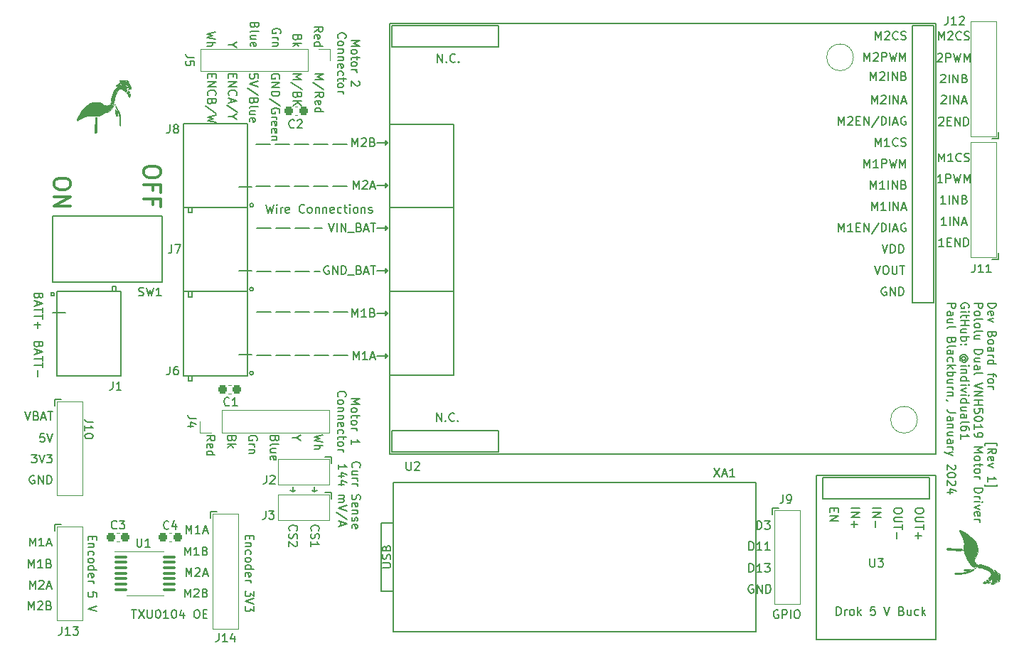
<source format=gto>
%TF.GenerationSoftware,KiCad,Pcbnew,7.0.10*%
%TF.CreationDate,2024-01-18T23:13:16-08:00*%
%TF.ProjectId,r2dtf dev board rev 1,72326474-6620-4646-9576-20626f617264,rev?*%
%TF.SameCoordinates,Original*%
%TF.FileFunction,Legend,Top*%
%TF.FilePolarity,Positive*%
%FSLAX46Y46*%
G04 Gerber Fmt 4.6, Leading zero omitted, Abs format (unit mm)*
G04 Created by KiCad (PCBNEW 7.0.10) date 2024-01-18 23:13:16*
%MOMM*%
%LPD*%
G01*
G04 APERTURE LIST*
G04 Aperture macros list*
%AMRoundRect*
0 Rectangle with rounded corners*
0 $1 Rounding radius*
0 $2 $3 $4 $5 $6 $7 $8 $9 X,Y pos of 4 corners*
0 Add a 4 corners polygon primitive as box body*
4,1,4,$2,$3,$4,$5,$6,$7,$8,$9,$2,$3,0*
0 Add four circle primitives for the rounded corners*
1,1,$1+$1,$2,$3*
1,1,$1+$1,$4,$5*
1,1,$1+$1,$6,$7*
1,1,$1+$1,$8,$9*
0 Add four rect primitives between the rounded corners*
20,1,$1+$1,$2,$3,$4,$5,0*
20,1,$1+$1,$4,$5,$6,$7,0*
20,1,$1+$1,$6,$7,$8,$9,0*
20,1,$1+$1,$8,$9,$2,$3,0*%
G04 Aperture macros list end*
%ADD10C,0.153000*%
%ADD11C,0.300000*%
%ADD12C,0.120000*%
%ADD13C,0.150000*%
%ADD14C,0.100000*%
%ADD15C,0.010000*%
%ADD16RoundRect,0.237500X-0.300000X-0.237500X0.300000X-0.237500X0.300000X0.237500X-0.300000X0.237500X0*%
%ADD17O,2.400000X4.400000*%
%ADD18C,1.778000*%
%ADD19C,2.000000*%
%ADD20R,1.700000X1.700000*%
%ADD21O,1.700000X1.700000*%
%ADD22C,3.200000*%
%ADD23RoundRect,0.100000X-0.637500X-0.100000X0.637500X-0.100000X0.637500X0.100000X-0.637500X0.100000X0*%
%ADD24RoundRect,0.237500X0.300000X0.237500X-0.300000X0.237500X-0.300000X-0.237500X0.300000X-0.237500X0*%
%ADD25C,1.727200*%
%ADD26R,1.727200X1.727200*%
G04 APERTURE END LIST*
D10*
X84600000Y-116500000D02*
X84600000Y-117100000D01*
X84600000Y-117100000D02*
X84300000Y-116900000D01*
X80300000Y-85700000D02*
X81983000Y-85700000D01*
X82595000Y-85700000D02*
X84278000Y-85700000D01*
X84890000Y-85700000D02*
X86573000Y-85700000D01*
X87185000Y-85700000D02*
X88100000Y-85700000D01*
X80200000Y-75700000D02*
X81883000Y-75700000D01*
X82495000Y-75700000D02*
X84178000Y-75700000D01*
X84790000Y-75700000D02*
X86473000Y-75700000D01*
X87085000Y-75700000D02*
X88768000Y-75700000D01*
X89380000Y-75700000D02*
X91063000Y-75700000D01*
X80200000Y-80700000D02*
X81883000Y-80700000D01*
X82495000Y-80700000D02*
X84178000Y-80700000D01*
X84790000Y-80700000D02*
X86473000Y-80700000D01*
X87085000Y-80700000D02*
X88768000Y-80700000D01*
X89380000Y-80700000D02*
X91063000Y-80700000D01*
X87200000Y-117100000D02*
X86900000Y-116900000D01*
X87200000Y-116500000D02*
X87200000Y-117100000D01*
X87200000Y-117100000D02*
X87500000Y-116900000D01*
X80300000Y-100800000D02*
X81983000Y-100800000D01*
X82595000Y-100800000D02*
X84278000Y-100800000D01*
X84890000Y-100800000D02*
X86573000Y-100800000D01*
X87185000Y-100800000D02*
X88868000Y-100800000D01*
X89480000Y-100800000D02*
X91163000Y-100800000D01*
X84600000Y-117100000D02*
X84900000Y-116900000D01*
X80300000Y-90800000D02*
X81983000Y-90800000D01*
X82595000Y-90800000D02*
X84278000Y-90800000D01*
X84890000Y-90800000D02*
X86573000Y-90800000D01*
X87185000Y-90800000D02*
X87800000Y-90800000D01*
X80300000Y-95700000D02*
X81983000Y-95700000D01*
X82595000Y-95700000D02*
X84278000Y-95700000D01*
X84890000Y-95700000D02*
X86573000Y-95700000D01*
X87185000Y-95700000D02*
X88868000Y-95700000D01*
X89480000Y-95700000D02*
X91163000Y-95700000D01*
X65408866Y-131154663D02*
X65980294Y-131154663D01*
X65694580Y-132154663D02*
X65694580Y-131154663D01*
X66218390Y-131154663D02*
X66885056Y-132154663D01*
X66885056Y-131154663D02*
X66218390Y-132154663D01*
X67266009Y-131154663D02*
X67266009Y-131964186D01*
X67266009Y-131964186D02*
X67313628Y-132059424D01*
X67313628Y-132059424D02*
X67361247Y-132107044D01*
X67361247Y-132107044D02*
X67456485Y-132154663D01*
X67456485Y-132154663D02*
X67646961Y-132154663D01*
X67646961Y-132154663D02*
X67742199Y-132107044D01*
X67742199Y-132107044D02*
X67789818Y-132059424D01*
X67789818Y-132059424D02*
X67837437Y-131964186D01*
X67837437Y-131964186D02*
X67837437Y-131154663D01*
X68504104Y-131154663D02*
X68599342Y-131154663D01*
X68599342Y-131154663D02*
X68694580Y-131202282D01*
X68694580Y-131202282D02*
X68742199Y-131249901D01*
X68742199Y-131249901D02*
X68789818Y-131345139D01*
X68789818Y-131345139D02*
X68837437Y-131535615D01*
X68837437Y-131535615D02*
X68837437Y-131773710D01*
X68837437Y-131773710D02*
X68789818Y-131964186D01*
X68789818Y-131964186D02*
X68742199Y-132059424D01*
X68742199Y-132059424D02*
X68694580Y-132107044D01*
X68694580Y-132107044D02*
X68599342Y-132154663D01*
X68599342Y-132154663D02*
X68504104Y-132154663D01*
X68504104Y-132154663D02*
X68408866Y-132107044D01*
X68408866Y-132107044D02*
X68361247Y-132059424D01*
X68361247Y-132059424D02*
X68313628Y-131964186D01*
X68313628Y-131964186D02*
X68266009Y-131773710D01*
X68266009Y-131773710D02*
X68266009Y-131535615D01*
X68266009Y-131535615D02*
X68313628Y-131345139D01*
X68313628Y-131345139D02*
X68361247Y-131249901D01*
X68361247Y-131249901D02*
X68408866Y-131202282D01*
X68408866Y-131202282D02*
X68504104Y-131154663D01*
X69789818Y-132154663D02*
X69218390Y-132154663D01*
X69504104Y-132154663D02*
X69504104Y-131154663D01*
X69504104Y-131154663D02*
X69408866Y-131297520D01*
X69408866Y-131297520D02*
X69313628Y-131392758D01*
X69313628Y-131392758D02*
X69218390Y-131440377D01*
X70408866Y-131154663D02*
X70504104Y-131154663D01*
X70504104Y-131154663D02*
X70599342Y-131202282D01*
X70599342Y-131202282D02*
X70646961Y-131249901D01*
X70646961Y-131249901D02*
X70694580Y-131345139D01*
X70694580Y-131345139D02*
X70742199Y-131535615D01*
X70742199Y-131535615D02*
X70742199Y-131773710D01*
X70742199Y-131773710D02*
X70694580Y-131964186D01*
X70694580Y-131964186D02*
X70646961Y-132059424D01*
X70646961Y-132059424D02*
X70599342Y-132107044D01*
X70599342Y-132107044D02*
X70504104Y-132154663D01*
X70504104Y-132154663D02*
X70408866Y-132154663D01*
X70408866Y-132154663D02*
X70313628Y-132107044D01*
X70313628Y-132107044D02*
X70266009Y-132059424D01*
X70266009Y-132059424D02*
X70218390Y-131964186D01*
X70218390Y-131964186D02*
X70170771Y-131773710D01*
X70170771Y-131773710D02*
X70170771Y-131535615D01*
X70170771Y-131535615D02*
X70218390Y-131345139D01*
X70218390Y-131345139D02*
X70266009Y-131249901D01*
X70266009Y-131249901D02*
X70313628Y-131202282D01*
X70313628Y-131202282D02*
X70408866Y-131154663D01*
X71599342Y-131487996D02*
X71599342Y-132154663D01*
X71361247Y-131107044D02*
X71123152Y-131821329D01*
X71123152Y-131821329D02*
X71742199Y-131821329D01*
X73075533Y-131154663D02*
X73266009Y-131154663D01*
X73266009Y-131154663D02*
X73361247Y-131202282D01*
X73361247Y-131202282D02*
X73456485Y-131297520D01*
X73456485Y-131297520D02*
X73504104Y-131487996D01*
X73504104Y-131487996D02*
X73504104Y-131821329D01*
X73504104Y-131821329D02*
X73456485Y-132011805D01*
X73456485Y-132011805D02*
X73361247Y-132107044D01*
X73361247Y-132107044D02*
X73266009Y-132154663D01*
X73266009Y-132154663D02*
X73075533Y-132154663D01*
X73075533Y-132154663D02*
X72980295Y-132107044D01*
X72980295Y-132107044D02*
X72885057Y-132011805D01*
X72885057Y-132011805D02*
X72837438Y-131821329D01*
X72837438Y-131821329D02*
X72837438Y-131487996D01*
X72837438Y-131487996D02*
X72885057Y-131297520D01*
X72885057Y-131297520D02*
X72980295Y-131202282D01*
X72980295Y-131202282D02*
X73075533Y-131154663D01*
X73932676Y-131630853D02*
X74266009Y-131630853D01*
X74408866Y-132154663D02*
X73932676Y-132154663D01*
X73932676Y-132154663D02*
X73932676Y-131154663D01*
X73932676Y-131154663D02*
X74408866Y-131154663D01*
X88145336Y-110343514D02*
X87145336Y-110581609D01*
X87145336Y-110581609D02*
X87859622Y-110772085D01*
X87859622Y-110772085D02*
X87145336Y-110962561D01*
X87145336Y-110962561D02*
X88145336Y-111200657D01*
X87145336Y-111581609D02*
X88145336Y-111581609D01*
X87145336Y-112010180D02*
X87669146Y-112010180D01*
X87669146Y-112010180D02*
X87764384Y-111962561D01*
X87764384Y-111962561D02*
X87812003Y-111867323D01*
X87812003Y-111867323D02*
X87812003Y-111724466D01*
X87812003Y-111724466D02*
X87764384Y-111629228D01*
X87764384Y-111629228D02*
X87716765Y-111581609D01*
X53480295Y-112654663D02*
X54099342Y-112654663D01*
X54099342Y-112654663D02*
X53766009Y-113035615D01*
X53766009Y-113035615D02*
X53908866Y-113035615D01*
X53908866Y-113035615D02*
X54004104Y-113083234D01*
X54004104Y-113083234D02*
X54051723Y-113130853D01*
X54051723Y-113130853D02*
X54099342Y-113226091D01*
X54099342Y-113226091D02*
X54099342Y-113464186D01*
X54099342Y-113464186D02*
X54051723Y-113559424D01*
X54051723Y-113559424D02*
X54004104Y-113607044D01*
X54004104Y-113607044D02*
X53908866Y-113654663D01*
X53908866Y-113654663D02*
X53623152Y-113654663D01*
X53623152Y-113654663D02*
X53527914Y-113607044D01*
X53527914Y-113607044D02*
X53480295Y-113559424D01*
X54385057Y-112654663D02*
X54718390Y-113654663D01*
X54718390Y-113654663D02*
X55051723Y-112654663D01*
X55289819Y-112654663D02*
X55908866Y-112654663D01*
X55908866Y-112654663D02*
X55575533Y-113035615D01*
X55575533Y-113035615D02*
X55718390Y-113035615D01*
X55718390Y-113035615D02*
X55813628Y-113083234D01*
X55813628Y-113083234D02*
X55861247Y-113130853D01*
X55861247Y-113130853D02*
X55908866Y-113226091D01*
X55908866Y-113226091D02*
X55908866Y-113464186D01*
X55908866Y-113464186D02*
X55861247Y-113559424D01*
X55861247Y-113559424D02*
X55813628Y-113607044D01*
X55813628Y-113607044D02*
X55718390Y-113654663D01*
X55718390Y-113654663D02*
X55432676Y-113654663D01*
X55432676Y-113654663D02*
X55337438Y-113607044D01*
X55337438Y-113607044D02*
X55289819Y-113559424D01*
X84240575Y-121704104D02*
X84192956Y-121656485D01*
X84192956Y-121656485D02*
X84145336Y-121513628D01*
X84145336Y-121513628D02*
X84145336Y-121418390D01*
X84145336Y-121418390D02*
X84192956Y-121275533D01*
X84192956Y-121275533D02*
X84288194Y-121180295D01*
X84288194Y-121180295D02*
X84383432Y-121132676D01*
X84383432Y-121132676D02*
X84573908Y-121085057D01*
X84573908Y-121085057D02*
X84716765Y-121085057D01*
X84716765Y-121085057D02*
X84907241Y-121132676D01*
X84907241Y-121132676D02*
X85002479Y-121180295D01*
X85002479Y-121180295D02*
X85097717Y-121275533D01*
X85097717Y-121275533D02*
X85145336Y-121418390D01*
X85145336Y-121418390D02*
X85145336Y-121513628D01*
X85145336Y-121513628D02*
X85097717Y-121656485D01*
X85097717Y-121656485D02*
X85050098Y-121704104D01*
X84192956Y-122085057D02*
X84145336Y-122227914D01*
X84145336Y-122227914D02*
X84145336Y-122466009D01*
X84145336Y-122466009D02*
X84192956Y-122561247D01*
X84192956Y-122561247D02*
X84240575Y-122608866D01*
X84240575Y-122608866D02*
X84335813Y-122656485D01*
X84335813Y-122656485D02*
X84431051Y-122656485D01*
X84431051Y-122656485D02*
X84526289Y-122608866D01*
X84526289Y-122608866D02*
X84573908Y-122561247D01*
X84573908Y-122561247D02*
X84621527Y-122466009D01*
X84621527Y-122466009D02*
X84669146Y-122275533D01*
X84669146Y-122275533D02*
X84716765Y-122180295D01*
X84716765Y-122180295D02*
X84764384Y-122132676D01*
X84764384Y-122132676D02*
X84859622Y-122085057D01*
X84859622Y-122085057D02*
X84954860Y-122085057D01*
X84954860Y-122085057D02*
X85050098Y-122132676D01*
X85050098Y-122132676D02*
X85097717Y-122180295D01*
X85097717Y-122180295D02*
X85145336Y-122275533D01*
X85145336Y-122275533D02*
X85145336Y-122513628D01*
X85145336Y-122513628D02*
X85097717Y-122656485D01*
X85050098Y-123037438D02*
X85097717Y-123085057D01*
X85097717Y-123085057D02*
X85145336Y-123180295D01*
X85145336Y-123180295D02*
X85145336Y-123418390D01*
X85145336Y-123418390D02*
X85097717Y-123513628D01*
X85097717Y-123513628D02*
X85050098Y-123561247D01*
X85050098Y-123561247D02*
X84954860Y-123608866D01*
X84954860Y-123608866D02*
X84859622Y-123608866D01*
X84859622Y-123608866D02*
X84716765Y-123561247D01*
X84716765Y-123561247D02*
X84145336Y-122989819D01*
X84145336Y-122989819D02*
X84145336Y-123608866D01*
X54354146Y-99572085D02*
X54306527Y-99714942D01*
X54306527Y-99714942D02*
X54258908Y-99762561D01*
X54258908Y-99762561D02*
X54163670Y-99810180D01*
X54163670Y-99810180D02*
X54020813Y-99810180D01*
X54020813Y-99810180D02*
X53925575Y-99762561D01*
X53925575Y-99762561D02*
X53877956Y-99714942D01*
X53877956Y-99714942D02*
X53830336Y-99619704D01*
X53830336Y-99619704D02*
X53830336Y-99238752D01*
X53830336Y-99238752D02*
X54830336Y-99238752D01*
X54830336Y-99238752D02*
X54830336Y-99572085D01*
X54830336Y-99572085D02*
X54782717Y-99667323D01*
X54782717Y-99667323D02*
X54735098Y-99714942D01*
X54735098Y-99714942D02*
X54639860Y-99762561D01*
X54639860Y-99762561D02*
X54544622Y-99762561D01*
X54544622Y-99762561D02*
X54449384Y-99714942D01*
X54449384Y-99714942D02*
X54401765Y-99667323D01*
X54401765Y-99667323D02*
X54354146Y-99572085D01*
X54354146Y-99572085D02*
X54354146Y-99238752D01*
X54116051Y-100191133D02*
X54116051Y-100667323D01*
X53830336Y-100095895D02*
X54830336Y-100429228D01*
X54830336Y-100429228D02*
X53830336Y-100762561D01*
X54830336Y-100953038D02*
X54830336Y-101524466D01*
X53830336Y-101238752D02*
X54830336Y-101238752D01*
X54830336Y-101714943D02*
X54830336Y-102286371D01*
X53830336Y-102000657D02*
X54830336Y-102000657D01*
X54211289Y-102619705D02*
X54211289Y-103381610D01*
X162323809Y-82754663D02*
X161752381Y-82754663D01*
X162038095Y-82754663D02*
X162038095Y-81754663D01*
X162038095Y-81754663D02*
X161942857Y-81897520D01*
X161942857Y-81897520D02*
X161847619Y-81992758D01*
X161847619Y-81992758D02*
X161752381Y-82040377D01*
X162752381Y-82754663D02*
X162752381Y-81754663D01*
X163228571Y-82754663D02*
X163228571Y-81754663D01*
X163228571Y-81754663D02*
X163799999Y-82754663D01*
X163799999Y-82754663D02*
X163799999Y-81754663D01*
X164609523Y-82230853D02*
X164752380Y-82278472D01*
X164752380Y-82278472D02*
X164799999Y-82326091D01*
X164799999Y-82326091D02*
X164847618Y-82421329D01*
X164847618Y-82421329D02*
X164847618Y-82564186D01*
X164847618Y-82564186D02*
X164799999Y-82659424D01*
X164799999Y-82659424D02*
X164752380Y-82707044D01*
X164752380Y-82707044D02*
X164657142Y-82754663D01*
X164657142Y-82754663D02*
X164276190Y-82754663D01*
X164276190Y-82754663D02*
X164276190Y-81754663D01*
X164276190Y-81754663D02*
X164609523Y-81754663D01*
X164609523Y-81754663D02*
X164704761Y-81802282D01*
X164704761Y-81802282D02*
X164752380Y-81849901D01*
X164752380Y-81849901D02*
X164799999Y-81945139D01*
X164799999Y-81945139D02*
X164799999Y-82040377D01*
X164799999Y-82040377D02*
X164752380Y-82135615D01*
X164752380Y-82135615D02*
X164704761Y-82183234D01*
X164704761Y-82183234D02*
X164609523Y-82230853D01*
X164609523Y-82230853D02*
X164276190Y-82230853D01*
X161514286Y-77754663D02*
X161514286Y-76754663D01*
X161514286Y-76754663D02*
X161847619Y-77468948D01*
X161847619Y-77468948D02*
X162180952Y-76754663D01*
X162180952Y-76754663D02*
X162180952Y-77754663D01*
X163180952Y-77754663D02*
X162609524Y-77754663D01*
X162895238Y-77754663D02*
X162895238Y-76754663D01*
X162895238Y-76754663D02*
X162800000Y-76897520D01*
X162800000Y-76897520D02*
X162704762Y-76992758D01*
X162704762Y-76992758D02*
X162609524Y-77040377D01*
X164180952Y-77659424D02*
X164133333Y-77707044D01*
X164133333Y-77707044D02*
X163990476Y-77754663D01*
X163990476Y-77754663D02*
X163895238Y-77754663D01*
X163895238Y-77754663D02*
X163752381Y-77707044D01*
X163752381Y-77707044D02*
X163657143Y-77611805D01*
X163657143Y-77611805D02*
X163609524Y-77516567D01*
X163609524Y-77516567D02*
X163561905Y-77326091D01*
X163561905Y-77326091D02*
X163561905Y-77183234D01*
X163561905Y-77183234D02*
X163609524Y-76992758D01*
X163609524Y-76992758D02*
X163657143Y-76897520D01*
X163657143Y-76897520D02*
X163752381Y-76802282D01*
X163752381Y-76802282D02*
X163895238Y-76754663D01*
X163895238Y-76754663D02*
X163990476Y-76754663D01*
X163990476Y-76754663D02*
X164133333Y-76802282D01*
X164133333Y-76802282D02*
X164180952Y-76849901D01*
X164561905Y-77707044D02*
X164704762Y-77754663D01*
X164704762Y-77754663D02*
X164942857Y-77754663D01*
X164942857Y-77754663D02*
X165038095Y-77707044D01*
X165038095Y-77707044D02*
X165085714Y-77659424D01*
X165085714Y-77659424D02*
X165133333Y-77564186D01*
X165133333Y-77564186D02*
X165133333Y-77468948D01*
X165133333Y-77468948D02*
X165085714Y-77373710D01*
X165085714Y-77373710D02*
X165038095Y-77326091D01*
X165038095Y-77326091D02*
X164942857Y-77278472D01*
X164942857Y-77278472D02*
X164752381Y-77230853D01*
X164752381Y-77230853D02*
X164657143Y-77183234D01*
X164657143Y-77183234D02*
X164609524Y-77135615D01*
X164609524Y-77135615D02*
X164561905Y-77040377D01*
X164561905Y-77040377D02*
X164561905Y-76945139D01*
X164561905Y-76945139D02*
X164609524Y-76849901D01*
X164609524Y-76849901D02*
X164657143Y-76802282D01*
X164657143Y-76802282D02*
X164752381Y-76754663D01*
X164752381Y-76754663D02*
X164990476Y-76754663D01*
X164990476Y-76754663D02*
X165133333Y-76802282D01*
X71742200Y-129654663D02*
X71742200Y-128654663D01*
X71742200Y-128654663D02*
X72075533Y-129368948D01*
X72075533Y-129368948D02*
X72408866Y-128654663D01*
X72408866Y-128654663D02*
X72408866Y-129654663D01*
X72837438Y-128749901D02*
X72885057Y-128702282D01*
X72885057Y-128702282D02*
X72980295Y-128654663D01*
X72980295Y-128654663D02*
X73218390Y-128654663D01*
X73218390Y-128654663D02*
X73313628Y-128702282D01*
X73313628Y-128702282D02*
X73361247Y-128749901D01*
X73361247Y-128749901D02*
X73408866Y-128845139D01*
X73408866Y-128845139D02*
X73408866Y-128940377D01*
X73408866Y-128940377D02*
X73361247Y-129083234D01*
X73361247Y-129083234D02*
X72789819Y-129654663D01*
X72789819Y-129654663D02*
X73408866Y-129654663D01*
X74170771Y-129130853D02*
X74313628Y-129178472D01*
X74313628Y-129178472D02*
X74361247Y-129226091D01*
X74361247Y-129226091D02*
X74408866Y-129321329D01*
X74408866Y-129321329D02*
X74408866Y-129464186D01*
X74408866Y-129464186D02*
X74361247Y-129559424D01*
X74361247Y-129559424D02*
X74313628Y-129607044D01*
X74313628Y-129607044D02*
X74218390Y-129654663D01*
X74218390Y-129654663D02*
X73837438Y-129654663D01*
X73837438Y-129654663D02*
X73837438Y-128654663D01*
X73837438Y-128654663D02*
X74170771Y-128654663D01*
X74170771Y-128654663D02*
X74266009Y-128702282D01*
X74266009Y-128702282D02*
X74313628Y-128749901D01*
X74313628Y-128749901D02*
X74361247Y-128845139D01*
X74361247Y-128845139D02*
X74361247Y-128940377D01*
X74361247Y-128940377D02*
X74313628Y-129035615D01*
X74313628Y-129035615D02*
X74266009Y-129083234D01*
X74266009Y-129083234D02*
X74170771Y-129130853D01*
X74170771Y-129130853D02*
X73837438Y-129130853D01*
X91540336Y-63309523D02*
X92540336Y-63309523D01*
X92540336Y-63309523D02*
X91826051Y-63642856D01*
X91826051Y-63642856D02*
X92540336Y-63976189D01*
X92540336Y-63976189D02*
X91540336Y-63976189D01*
X91540336Y-64595237D02*
X91587956Y-64499999D01*
X91587956Y-64499999D02*
X91635575Y-64452380D01*
X91635575Y-64452380D02*
X91730813Y-64404761D01*
X91730813Y-64404761D02*
X92016527Y-64404761D01*
X92016527Y-64404761D02*
X92111765Y-64452380D01*
X92111765Y-64452380D02*
X92159384Y-64499999D01*
X92159384Y-64499999D02*
X92207003Y-64595237D01*
X92207003Y-64595237D02*
X92207003Y-64738094D01*
X92207003Y-64738094D02*
X92159384Y-64833332D01*
X92159384Y-64833332D02*
X92111765Y-64880951D01*
X92111765Y-64880951D02*
X92016527Y-64928570D01*
X92016527Y-64928570D02*
X91730813Y-64928570D01*
X91730813Y-64928570D02*
X91635575Y-64880951D01*
X91635575Y-64880951D02*
X91587956Y-64833332D01*
X91587956Y-64833332D02*
X91540336Y-64738094D01*
X91540336Y-64738094D02*
X91540336Y-64595237D01*
X92207003Y-65214285D02*
X92207003Y-65595237D01*
X92540336Y-65357142D02*
X91683194Y-65357142D01*
X91683194Y-65357142D02*
X91587956Y-65404761D01*
X91587956Y-65404761D02*
X91540336Y-65499999D01*
X91540336Y-65499999D02*
X91540336Y-65595237D01*
X91540336Y-66071428D02*
X91587956Y-65976190D01*
X91587956Y-65976190D02*
X91635575Y-65928571D01*
X91635575Y-65928571D02*
X91730813Y-65880952D01*
X91730813Y-65880952D02*
X92016527Y-65880952D01*
X92016527Y-65880952D02*
X92111765Y-65928571D01*
X92111765Y-65928571D02*
X92159384Y-65976190D01*
X92159384Y-65976190D02*
X92207003Y-66071428D01*
X92207003Y-66071428D02*
X92207003Y-66214285D01*
X92207003Y-66214285D02*
X92159384Y-66309523D01*
X92159384Y-66309523D02*
X92111765Y-66357142D01*
X92111765Y-66357142D02*
X92016527Y-66404761D01*
X92016527Y-66404761D02*
X91730813Y-66404761D01*
X91730813Y-66404761D02*
X91635575Y-66357142D01*
X91635575Y-66357142D02*
X91587956Y-66309523D01*
X91587956Y-66309523D02*
X91540336Y-66214285D01*
X91540336Y-66214285D02*
X91540336Y-66071428D01*
X91540336Y-66833333D02*
X92207003Y-66833333D01*
X92016527Y-66833333D02*
X92111765Y-66880952D01*
X92111765Y-66880952D02*
X92159384Y-66928571D01*
X92159384Y-66928571D02*
X92207003Y-67023809D01*
X92207003Y-67023809D02*
X92207003Y-67119047D01*
X92445098Y-68166667D02*
X92492717Y-68214286D01*
X92492717Y-68214286D02*
X92540336Y-68309524D01*
X92540336Y-68309524D02*
X92540336Y-68547619D01*
X92540336Y-68547619D02*
X92492717Y-68642857D01*
X92492717Y-68642857D02*
X92445098Y-68690476D01*
X92445098Y-68690476D02*
X92349860Y-68738095D01*
X92349860Y-68738095D02*
X92254622Y-68738095D01*
X92254622Y-68738095D02*
X92111765Y-68690476D01*
X92111765Y-68690476D02*
X91540336Y-68119048D01*
X91540336Y-68119048D02*
X91540336Y-68738095D01*
X90025575Y-63047618D02*
X89977956Y-62999999D01*
X89977956Y-62999999D02*
X89930336Y-62857142D01*
X89930336Y-62857142D02*
X89930336Y-62761904D01*
X89930336Y-62761904D02*
X89977956Y-62619047D01*
X89977956Y-62619047D02*
X90073194Y-62523809D01*
X90073194Y-62523809D02*
X90168432Y-62476190D01*
X90168432Y-62476190D02*
X90358908Y-62428571D01*
X90358908Y-62428571D02*
X90501765Y-62428571D01*
X90501765Y-62428571D02*
X90692241Y-62476190D01*
X90692241Y-62476190D02*
X90787479Y-62523809D01*
X90787479Y-62523809D02*
X90882717Y-62619047D01*
X90882717Y-62619047D02*
X90930336Y-62761904D01*
X90930336Y-62761904D02*
X90930336Y-62857142D01*
X90930336Y-62857142D02*
X90882717Y-62999999D01*
X90882717Y-62999999D02*
X90835098Y-63047618D01*
X89930336Y-63619047D02*
X89977956Y-63523809D01*
X89977956Y-63523809D02*
X90025575Y-63476190D01*
X90025575Y-63476190D02*
X90120813Y-63428571D01*
X90120813Y-63428571D02*
X90406527Y-63428571D01*
X90406527Y-63428571D02*
X90501765Y-63476190D01*
X90501765Y-63476190D02*
X90549384Y-63523809D01*
X90549384Y-63523809D02*
X90597003Y-63619047D01*
X90597003Y-63619047D02*
X90597003Y-63761904D01*
X90597003Y-63761904D02*
X90549384Y-63857142D01*
X90549384Y-63857142D02*
X90501765Y-63904761D01*
X90501765Y-63904761D02*
X90406527Y-63952380D01*
X90406527Y-63952380D02*
X90120813Y-63952380D01*
X90120813Y-63952380D02*
X90025575Y-63904761D01*
X90025575Y-63904761D02*
X89977956Y-63857142D01*
X89977956Y-63857142D02*
X89930336Y-63761904D01*
X89930336Y-63761904D02*
X89930336Y-63619047D01*
X90597003Y-64380952D02*
X89930336Y-64380952D01*
X90501765Y-64380952D02*
X90549384Y-64428571D01*
X90549384Y-64428571D02*
X90597003Y-64523809D01*
X90597003Y-64523809D02*
X90597003Y-64666666D01*
X90597003Y-64666666D02*
X90549384Y-64761904D01*
X90549384Y-64761904D02*
X90454146Y-64809523D01*
X90454146Y-64809523D02*
X89930336Y-64809523D01*
X90597003Y-65285714D02*
X89930336Y-65285714D01*
X90501765Y-65285714D02*
X90549384Y-65333333D01*
X90549384Y-65333333D02*
X90597003Y-65428571D01*
X90597003Y-65428571D02*
X90597003Y-65571428D01*
X90597003Y-65571428D02*
X90549384Y-65666666D01*
X90549384Y-65666666D02*
X90454146Y-65714285D01*
X90454146Y-65714285D02*
X89930336Y-65714285D01*
X89977956Y-66571428D02*
X89930336Y-66476190D01*
X89930336Y-66476190D02*
X89930336Y-66285714D01*
X89930336Y-66285714D02*
X89977956Y-66190476D01*
X89977956Y-66190476D02*
X90073194Y-66142857D01*
X90073194Y-66142857D02*
X90454146Y-66142857D01*
X90454146Y-66142857D02*
X90549384Y-66190476D01*
X90549384Y-66190476D02*
X90597003Y-66285714D01*
X90597003Y-66285714D02*
X90597003Y-66476190D01*
X90597003Y-66476190D02*
X90549384Y-66571428D01*
X90549384Y-66571428D02*
X90454146Y-66619047D01*
X90454146Y-66619047D02*
X90358908Y-66619047D01*
X90358908Y-66619047D02*
X90263670Y-66142857D01*
X89977956Y-67476190D02*
X89930336Y-67380952D01*
X89930336Y-67380952D02*
X89930336Y-67190476D01*
X89930336Y-67190476D02*
X89977956Y-67095238D01*
X89977956Y-67095238D02*
X90025575Y-67047619D01*
X90025575Y-67047619D02*
X90120813Y-67000000D01*
X90120813Y-67000000D02*
X90406527Y-67000000D01*
X90406527Y-67000000D02*
X90501765Y-67047619D01*
X90501765Y-67047619D02*
X90549384Y-67095238D01*
X90549384Y-67095238D02*
X90597003Y-67190476D01*
X90597003Y-67190476D02*
X90597003Y-67380952D01*
X90597003Y-67380952D02*
X90549384Y-67476190D01*
X90597003Y-67761905D02*
X90597003Y-68142857D01*
X90930336Y-67904762D02*
X90073194Y-67904762D01*
X90073194Y-67904762D02*
X89977956Y-67952381D01*
X89977956Y-67952381D02*
X89930336Y-68047619D01*
X89930336Y-68047619D02*
X89930336Y-68142857D01*
X89930336Y-68619048D02*
X89977956Y-68523810D01*
X89977956Y-68523810D02*
X90025575Y-68476191D01*
X90025575Y-68476191D02*
X90120813Y-68428572D01*
X90120813Y-68428572D02*
X90406527Y-68428572D01*
X90406527Y-68428572D02*
X90501765Y-68476191D01*
X90501765Y-68476191D02*
X90549384Y-68523810D01*
X90549384Y-68523810D02*
X90597003Y-68619048D01*
X90597003Y-68619048D02*
X90597003Y-68761905D01*
X90597003Y-68761905D02*
X90549384Y-68857143D01*
X90549384Y-68857143D02*
X90501765Y-68904762D01*
X90501765Y-68904762D02*
X90406527Y-68952381D01*
X90406527Y-68952381D02*
X90120813Y-68952381D01*
X90120813Y-68952381D02*
X90025575Y-68904762D01*
X90025575Y-68904762D02*
X89977956Y-68857143D01*
X89977956Y-68857143D02*
X89930336Y-68761905D01*
X89930336Y-68761905D02*
X89930336Y-68619048D01*
X89930336Y-69380953D02*
X90597003Y-69380953D01*
X90406527Y-69380953D02*
X90501765Y-69428572D01*
X90501765Y-69428572D02*
X90549384Y-69476191D01*
X90549384Y-69476191D02*
X90597003Y-69571429D01*
X90597003Y-69571429D02*
X90597003Y-69666667D01*
X80445336Y-67814942D02*
X80445336Y-67338752D01*
X80445336Y-67338752D02*
X79969146Y-67291133D01*
X79969146Y-67291133D02*
X80016765Y-67338752D01*
X80016765Y-67338752D02*
X80064384Y-67433990D01*
X80064384Y-67433990D02*
X80064384Y-67672085D01*
X80064384Y-67672085D02*
X80016765Y-67767323D01*
X80016765Y-67767323D02*
X79969146Y-67814942D01*
X79969146Y-67814942D02*
X79873908Y-67862561D01*
X79873908Y-67862561D02*
X79635813Y-67862561D01*
X79635813Y-67862561D02*
X79540575Y-67814942D01*
X79540575Y-67814942D02*
X79492956Y-67767323D01*
X79492956Y-67767323D02*
X79445336Y-67672085D01*
X79445336Y-67672085D02*
X79445336Y-67433990D01*
X79445336Y-67433990D02*
X79492956Y-67338752D01*
X79492956Y-67338752D02*
X79540575Y-67291133D01*
X80445336Y-68148276D02*
X79445336Y-68481609D01*
X79445336Y-68481609D02*
X80445336Y-68814942D01*
X80492956Y-69862561D02*
X79207241Y-69005419D01*
X79969146Y-70529228D02*
X79921527Y-70672085D01*
X79921527Y-70672085D02*
X79873908Y-70719704D01*
X79873908Y-70719704D02*
X79778670Y-70767323D01*
X79778670Y-70767323D02*
X79635813Y-70767323D01*
X79635813Y-70767323D02*
X79540575Y-70719704D01*
X79540575Y-70719704D02*
X79492956Y-70672085D01*
X79492956Y-70672085D02*
X79445336Y-70576847D01*
X79445336Y-70576847D02*
X79445336Y-70195895D01*
X79445336Y-70195895D02*
X80445336Y-70195895D01*
X80445336Y-70195895D02*
X80445336Y-70529228D01*
X80445336Y-70529228D02*
X80397717Y-70624466D01*
X80397717Y-70624466D02*
X80350098Y-70672085D01*
X80350098Y-70672085D02*
X80254860Y-70719704D01*
X80254860Y-70719704D02*
X80159622Y-70719704D01*
X80159622Y-70719704D02*
X80064384Y-70672085D01*
X80064384Y-70672085D02*
X80016765Y-70624466D01*
X80016765Y-70624466D02*
X79969146Y-70529228D01*
X79969146Y-70529228D02*
X79969146Y-70195895D01*
X79445336Y-71338752D02*
X79492956Y-71243514D01*
X79492956Y-71243514D02*
X79588194Y-71195895D01*
X79588194Y-71195895D02*
X80445336Y-71195895D01*
X80112003Y-72148276D02*
X79445336Y-72148276D01*
X80112003Y-71719705D02*
X79588194Y-71719705D01*
X79588194Y-71719705D02*
X79492956Y-71767324D01*
X79492956Y-71767324D02*
X79445336Y-71862562D01*
X79445336Y-71862562D02*
X79445336Y-72005419D01*
X79445336Y-72005419D02*
X79492956Y-72100657D01*
X79492956Y-72100657D02*
X79540575Y-72148276D01*
X79492956Y-73005419D02*
X79445336Y-72910181D01*
X79445336Y-72910181D02*
X79445336Y-72719705D01*
X79445336Y-72719705D02*
X79492956Y-72624467D01*
X79492956Y-72624467D02*
X79588194Y-72576848D01*
X79588194Y-72576848D02*
X79969146Y-72576848D01*
X79969146Y-72576848D02*
X80064384Y-72624467D01*
X80064384Y-72624467D02*
X80112003Y-72719705D01*
X80112003Y-72719705D02*
X80112003Y-72910181D01*
X80112003Y-72910181D02*
X80064384Y-73005419D01*
X80064384Y-73005419D02*
X79969146Y-73053038D01*
X79969146Y-73053038D02*
X79873908Y-73053038D01*
X79873908Y-73053038D02*
X79778670Y-72576848D01*
X138932676Y-124054663D02*
X138932676Y-123054663D01*
X138932676Y-123054663D02*
X139170771Y-123054663D01*
X139170771Y-123054663D02*
X139313628Y-123102282D01*
X139313628Y-123102282D02*
X139408866Y-123197520D01*
X139408866Y-123197520D02*
X139456485Y-123292758D01*
X139456485Y-123292758D02*
X139504104Y-123483234D01*
X139504104Y-123483234D02*
X139504104Y-123626091D01*
X139504104Y-123626091D02*
X139456485Y-123816567D01*
X139456485Y-123816567D02*
X139408866Y-123911805D01*
X139408866Y-123911805D02*
X139313628Y-124007044D01*
X139313628Y-124007044D02*
X139170771Y-124054663D01*
X139170771Y-124054663D02*
X138932676Y-124054663D01*
X140456485Y-124054663D02*
X139885057Y-124054663D01*
X140170771Y-124054663D02*
X140170771Y-123054663D01*
X140170771Y-123054663D02*
X140075533Y-123197520D01*
X140075533Y-123197520D02*
X139980295Y-123292758D01*
X139980295Y-123292758D02*
X139885057Y-123340377D01*
X141408866Y-124054663D02*
X140837438Y-124054663D01*
X141123152Y-124054663D02*
X141123152Y-123054663D01*
X141123152Y-123054663D02*
X141027914Y-123197520D01*
X141027914Y-123197520D02*
X140932676Y-123292758D01*
X140932676Y-123292758D02*
X140837438Y-123340377D01*
X77369146Y-110772085D02*
X77321527Y-110914942D01*
X77321527Y-110914942D02*
X77273908Y-110962561D01*
X77273908Y-110962561D02*
X77178670Y-111010180D01*
X77178670Y-111010180D02*
X77035813Y-111010180D01*
X77035813Y-111010180D02*
X76940575Y-110962561D01*
X76940575Y-110962561D02*
X76892956Y-110914942D01*
X76892956Y-110914942D02*
X76845336Y-110819704D01*
X76845336Y-110819704D02*
X76845336Y-110438752D01*
X76845336Y-110438752D02*
X77845336Y-110438752D01*
X77845336Y-110438752D02*
X77845336Y-110772085D01*
X77845336Y-110772085D02*
X77797717Y-110867323D01*
X77797717Y-110867323D02*
X77750098Y-110914942D01*
X77750098Y-110914942D02*
X77654860Y-110962561D01*
X77654860Y-110962561D02*
X77559622Y-110962561D01*
X77559622Y-110962561D02*
X77464384Y-110914942D01*
X77464384Y-110914942D02*
X77416765Y-110867323D01*
X77416765Y-110867323D02*
X77369146Y-110772085D01*
X77369146Y-110772085D02*
X77369146Y-110438752D01*
X76845336Y-111438752D02*
X77845336Y-111438752D01*
X77226289Y-111533990D02*
X76845336Y-111819704D01*
X77512003Y-111819704D02*
X77131051Y-111438752D01*
X74969146Y-67338752D02*
X74969146Y-67672085D01*
X74445336Y-67814942D02*
X74445336Y-67338752D01*
X74445336Y-67338752D02*
X75445336Y-67338752D01*
X75445336Y-67338752D02*
X75445336Y-67814942D01*
X74445336Y-68243514D02*
X75445336Y-68243514D01*
X75445336Y-68243514D02*
X74445336Y-68814942D01*
X74445336Y-68814942D02*
X75445336Y-68814942D01*
X74540575Y-69862561D02*
X74492956Y-69814942D01*
X74492956Y-69814942D02*
X74445336Y-69672085D01*
X74445336Y-69672085D02*
X74445336Y-69576847D01*
X74445336Y-69576847D02*
X74492956Y-69433990D01*
X74492956Y-69433990D02*
X74588194Y-69338752D01*
X74588194Y-69338752D02*
X74683432Y-69291133D01*
X74683432Y-69291133D02*
X74873908Y-69243514D01*
X74873908Y-69243514D02*
X75016765Y-69243514D01*
X75016765Y-69243514D02*
X75207241Y-69291133D01*
X75207241Y-69291133D02*
X75302479Y-69338752D01*
X75302479Y-69338752D02*
X75397717Y-69433990D01*
X75397717Y-69433990D02*
X75445336Y-69576847D01*
X75445336Y-69576847D02*
X75445336Y-69672085D01*
X75445336Y-69672085D02*
X75397717Y-69814942D01*
X75397717Y-69814942D02*
X75350098Y-69862561D01*
X74969146Y-70624466D02*
X74921527Y-70767323D01*
X74921527Y-70767323D02*
X74873908Y-70814942D01*
X74873908Y-70814942D02*
X74778670Y-70862561D01*
X74778670Y-70862561D02*
X74635813Y-70862561D01*
X74635813Y-70862561D02*
X74540575Y-70814942D01*
X74540575Y-70814942D02*
X74492956Y-70767323D01*
X74492956Y-70767323D02*
X74445336Y-70672085D01*
X74445336Y-70672085D02*
X74445336Y-70291133D01*
X74445336Y-70291133D02*
X75445336Y-70291133D01*
X75445336Y-70291133D02*
X75445336Y-70624466D01*
X75445336Y-70624466D02*
X75397717Y-70719704D01*
X75397717Y-70719704D02*
X75350098Y-70767323D01*
X75350098Y-70767323D02*
X75254860Y-70814942D01*
X75254860Y-70814942D02*
X75159622Y-70814942D01*
X75159622Y-70814942D02*
X75064384Y-70767323D01*
X75064384Y-70767323D02*
X75016765Y-70719704D01*
X75016765Y-70719704D02*
X74969146Y-70624466D01*
X74969146Y-70624466D02*
X74969146Y-70291133D01*
X75492956Y-72005418D02*
X74207241Y-71148276D01*
X75445336Y-72243514D02*
X74445336Y-72481609D01*
X74445336Y-72481609D02*
X75159622Y-72672085D01*
X75159622Y-72672085D02*
X74445336Y-72862561D01*
X74445336Y-72862561D02*
X75445336Y-73100657D01*
X55004104Y-110154663D02*
X54527914Y-110154663D01*
X54527914Y-110154663D02*
X54480295Y-110630853D01*
X54480295Y-110630853D02*
X54527914Y-110583234D01*
X54527914Y-110583234D02*
X54623152Y-110535615D01*
X54623152Y-110535615D02*
X54861247Y-110535615D01*
X54861247Y-110535615D02*
X54956485Y-110583234D01*
X54956485Y-110583234D02*
X55004104Y-110630853D01*
X55004104Y-110630853D02*
X55051723Y-110726091D01*
X55051723Y-110726091D02*
X55051723Y-110964186D01*
X55051723Y-110964186D02*
X55004104Y-111059424D01*
X55004104Y-111059424D02*
X54956485Y-111107044D01*
X54956485Y-111107044D02*
X54861247Y-111154663D01*
X54861247Y-111154663D02*
X54623152Y-111154663D01*
X54623152Y-111154663D02*
X54527914Y-111107044D01*
X54527914Y-111107044D02*
X54480295Y-111059424D01*
X55337438Y-110154663D02*
X55670771Y-111154663D01*
X55670771Y-111154663D02*
X56004104Y-110154663D01*
X77469146Y-67338752D02*
X77469146Y-67672085D01*
X76945336Y-67814942D02*
X76945336Y-67338752D01*
X76945336Y-67338752D02*
X77945336Y-67338752D01*
X77945336Y-67338752D02*
X77945336Y-67814942D01*
X76945336Y-68243514D02*
X77945336Y-68243514D01*
X77945336Y-68243514D02*
X76945336Y-68814942D01*
X76945336Y-68814942D02*
X77945336Y-68814942D01*
X77040575Y-69862561D02*
X76992956Y-69814942D01*
X76992956Y-69814942D02*
X76945336Y-69672085D01*
X76945336Y-69672085D02*
X76945336Y-69576847D01*
X76945336Y-69576847D02*
X76992956Y-69433990D01*
X76992956Y-69433990D02*
X77088194Y-69338752D01*
X77088194Y-69338752D02*
X77183432Y-69291133D01*
X77183432Y-69291133D02*
X77373908Y-69243514D01*
X77373908Y-69243514D02*
X77516765Y-69243514D01*
X77516765Y-69243514D02*
X77707241Y-69291133D01*
X77707241Y-69291133D02*
X77802479Y-69338752D01*
X77802479Y-69338752D02*
X77897717Y-69433990D01*
X77897717Y-69433990D02*
X77945336Y-69576847D01*
X77945336Y-69576847D02*
X77945336Y-69672085D01*
X77945336Y-69672085D02*
X77897717Y-69814942D01*
X77897717Y-69814942D02*
X77850098Y-69862561D01*
X77231051Y-70243514D02*
X77231051Y-70719704D01*
X76945336Y-70148276D02*
X77945336Y-70481609D01*
X77945336Y-70481609D02*
X76945336Y-70814942D01*
X77992956Y-71862561D02*
X76707241Y-71005419D01*
X77421527Y-72386371D02*
X76945336Y-72386371D01*
X77945336Y-72053038D02*
X77421527Y-72386371D01*
X77421527Y-72386371D02*
X77945336Y-72719704D01*
X52718390Y-107554663D02*
X53051723Y-108554663D01*
X53051723Y-108554663D02*
X53385056Y-107554663D01*
X54051723Y-108030853D02*
X54194580Y-108078472D01*
X54194580Y-108078472D02*
X54242199Y-108126091D01*
X54242199Y-108126091D02*
X54289818Y-108221329D01*
X54289818Y-108221329D02*
X54289818Y-108364186D01*
X54289818Y-108364186D02*
X54242199Y-108459424D01*
X54242199Y-108459424D02*
X54194580Y-108507044D01*
X54194580Y-108507044D02*
X54099342Y-108554663D01*
X54099342Y-108554663D02*
X53718390Y-108554663D01*
X53718390Y-108554663D02*
X53718390Y-107554663D01*
X53718390Y-107554663D02*
X54051723Y-107554663D01*
X54051723Y-107554663D02*
X54146961Y-107602282D01*
X54146961Y-107602282D02*
X54194580Y-107649901D01*
X54194580Y-107649901D02*
X54242199Y-107745139D01*
X54242199Y-107745139D02*
X54242199Y-107840377D01*
X54242199Y-107840377D02*
X54194580Y-107935615D01*
X54194580Y-107935615D02*
X54146961Y-107983234D01*
X54146961Y-107983234D02*
X54051723Y-108030853D01*
X54051723Y-108030853D02*
X53718390Y-108030853D01*
X54670771Y-108268948D02*
X55146961Y-108268948D01*
X54575533Y-108554663D02*
X54908866Y-107554663D01*
X54908866Y-107554663D02*
X55242199Y-108554663D01*
X55432676Y-107554663D02*
X56004104Y-107554663D01*
X55718390Y-108554663D02*
X55718390Y-107554663D01*
X161371429Y-64949901D02*
X161419048Y-64902282D01*
X161419048Y-64902282D02*
X161514286Y-64854663D01*
X161514286Y-64854663D02*
X161752381Y-64854663D01*
X161752381Y-64854663D02*
X161847619Y-64902282D01*
X161847619Y-64902282D02*
X161895238Y-64949901D01*
X161895238Y-64949901D02*
X161942857Y-65045139D01*
X161942857Y-65045139D02*
X161942857Y-65140377D01*
X161942857Y-65140377D02*
X161895238Y-65283234D01*
X161895238Y-65283234D02*
X161323810Y-65854663D01*
X161323810Y-65854663D02*
X161942857Y-65854663D01*
X162371429Y-65854663D02*
X162371429Y-64854663D01*
X162371429Y-64854663D02*
X162752381Y-64854663D01*
X162752381Y-64854663D02*
X162847619Y-64902282D01*
X162847619Y-64902282D02*
X162895238Y-64949901D01*
X162895238Y-64949901D02*
X162942857Y-65045139D01*
X162942857Y-65045139D02*
X162942857Y-65187996D01*
X162942857Y-65187996D02*
X162895238Y-65283234D01*
X162895238Y-65283234D02*
X162847619Y-65330853D01*
X162847619Y-65330853D02*
X162752381Y-65378472D01*
X162752381Y-65378472D02*
X162371429Y-65378472D01*
X163276191Y-64854663D02*
X163514286Y-65854663D01*
X163514286Y-65854663D02*
X163704762Y-65140377D01*
X163704762Y-65140377D02*
X163895238Y-65854663D01*
X163895238Y-65854663D02*
X164133334Y-64854663D01*
X164514286Y-65854663D02*
X164514286Y-64854663D01*
X164514286Y-64854663D02*
X164847619Y-65568948D01*
X164847619Y-65568948D02*
X165180952Y-64854663D01*
X165180952Y-64854663D02*
X165180952Y-65854663D01*
X53142200Y-126154663D02*
X53142200Y-125154663D01*
X53142200Y-125154663D02*
X53475533Y-125868948D01*
X53475533Y-125868948D02*
X53808866Y-125154663D01*
X53808866Y-125154663D02*
X53808866Y-126154663D01*
X54808866Y-126154663D02*
X54237438Y-126154663D01*
X54523152Y-126154663D02*
X54523152Y-125154663D01*
X54523152Y-125154663D02*
X54427914Y-125297520D01*
X54427914Y-125297520D02*
X54332676Y-125392758D01*
X54332676Y-125392758D02*
X54237438Y-125440377D01*
X55570771Y-125630853D02*
X55713628Y-125678472D01*
X55713628Y-125678472D02*
X55761247Y-125726091D01*
X55761247Y-125726091D02*
X55808866Y-125821329D01*
X55808866Y-125821329D02*
X55808866Y-125964186D01*
X55808866Y-125964186D02*
X55761247Y-126059424D01*
X55761247Y-126059424D02*
X55713628Y-126107044D01*
X55713628Y-126107044D02*
X55618390Y-126154663D01*
X55618390Y-126154663D02*
X55237438Y-126154663D01*
X55237438Y-126154663D02*
X55237438Y-125154663D01*
X55237438Y-125154663D02*
X55570771Y-125154663D01*
X55570771Y-125154663D02*
X55666009Y-125202282D01*
X55666009Y-125202282D02*
X55713628Y-125249901D01*
X55713628Y-125249901D02*
X55761247Y-125345139D01*
X55761247Y-125345139D02*
X55761247Y-125440377D01*
X55761247Y-125440377D02*
X55713628Y-125535615D01*
X55713628Y-125535615D02*
X55666009Y-125583234D01*
X55666009Y-125583234D02*
X55570771Y-125630853D01*
X55570771Y-125630853D02*
X55237438Y-125630853D01*
X53813628Y-115202282D02*
X53718390Y-115154663D01*
X53718390Y-115154663D02*
X53575533Y-115154663D01*
X53575533Y-115154663D02*
X53432676Y-115202282D01*
X53432676Y-115202282D02*
X53337438Y-115297520D01*
X53337438Y-115297520D02*
X53289819Y-115392758D01*
X53289819Y-115392758D02*
X53242200Y-115583234D01*
X53242200Y-115583234D02*
X53242200Y-115726091D01*
X53242200Y-115726091D02*
X53289819Y-115916567D01*
X53289819Y-115916567D02*
X53337438Y-116011805D01*
X53337438Y-116011805D02*
X53432676Y-116107044D01*
X53432676Y-116107044D02*
X53575533Y-116154663D01*
X53575533Y-116154663D02*
X53670771Y-116154663D01*
X53670771Y-116154663D02*
X53813628Y-116107044D01*
X53813628Y-116107044D02*
X53861247Y-116059424D01*
X53861247Y-116059424D02*
X53861247Y-115726091D01*
X53861247Y-115726091D02*
X53670771Y-115726091D01*
X54289819Y-116154663D02*
X54289819Y-115154663D01*
X54289819Y-115154663D02*
X54861247Y-116154663D01*
X54861247Y-116154663D02*
X54861247Y-115154663D01*
X55337438Y-116154663D02*
X55337438Y-115154663D01*
X55337438Y-115154663D02*
X55575533Y-115154663D01*
X55575533Y-115154663D02*
X55718390Y-115202282D01*
X55718390Y-115202282D02*
X55813628Y-115297520D01*
X55813628Y-115297520D02*
X55861247Y-115392758D01*
X55861247Y-115392758D02*
X55908866Y-115583234D01*
X55908866Y-115583234D02*
X55908866Y-115726091D01*
X55908866Y-115726091D02*
X55861247Y-115916567D01*
X55861247Y-115916567D02*
X55813628Y-116011805D01*
X55813628Y-116011805D02*
X55718390Y-116107044D01*
X55718390Y-116107044D02*
X55575533Y-116154663D01*
X55575533Y-116154663D02*
X55337438Y-116154663D01*
X82997717Y-67862561D02*
X83045336Y-67767323D01*
X83045336Y-67767323D02*
X83045336Y-67624466D01*
X83045336Y-67624466D02*
X82997717Y-67481609D01*
X82997717Y-67481609D02*
X82902479Y-67386371D01*
X82902479Y-67386371D02*
X82807241Y-67338752D01*
X82807241Y-67338752D02*
X82616765Y-67291133D01*
X82616765Y-67291133D02*
X82473908Y-67291133D01*
X82473908Y-67291133D02*
X82283432Y-67338752D01*
X82283432Y-67338752D02*
X82188194Y-67386371D01*
X82188194Y-67386371D02*
X82092956Y-67481609D01*
X82092956Y-67481609D02*
X82045336Y-67624466D01*
X82045336Y-67624466D02*
X82045336Y-67719704D01*
X82045336Y-67719704D02*
X82092956Y-67862561D01*
X82092956Y-67862561D02*
X82140575Y-67910180D01*
X82140575Y-67910180D02*
X82473908Y-67910180D01*
X82473908Y-67910180D02*
X82473908Y-67719704D01*
X82045336Y-68338752D02*
X83045336Y-68338752D01*
X83045336Y-68338752D02*
X82045336Y-68910180D01*
X82045336Y-68910180D02*
X83045336Y-68910180D01*
X82045336Y-69386371D02*
X83045336Y-69386371D01*
X83045336Y-69386371D02*
X83045336Y-69624466D01*
X83045336Y-69624466D02*
X82997717Y-69767323D01*
X82997717Y-69767323D02*
X82902479Y-69862561D01*
X82902479Y-69862561D02*
X82807241Y-69910180D01*
X82807241Y-69910180D02*
X82616765Y-69957799D01*
X82616765Y-69957799D02*
X82473908Y-69957799D01*
X82473908Y-69957799D02*
X82283432Y-69910180D01*
X82283432Y-69910180D02*
X82188194Y-69862561D01*
X82188194Y-69862561D02*
X82092956Y-69767323D01*
X82092956Y-69767323D02*
X82045336Y-69624466D01*
X82045336Y-69624466D02*
X82045336Y-69386371D01*
X83092956Y-71100656D02*
X81807241Y-70243514D01*
X82997717Y-71957799D02*
X83045336Y-71862561D01*
X83045336Y-71862561D02*
X83045336Y-71719704D01*
X83045336Y-71719704D02*
X82997717Y-71576847D01*
X82997717Y-71576847D02*
X82902479Y-71481609D01*
X82902479Y-71481609D02*
X82807241Y-71433990D01*
X82807241Y-71433990D02*
X82616765Y-71386371D01*
X82616765Y-71386371D02*
X82473908Y-71386371D01*
X82473908Y-71386371D02*
X82283432Y-71433990D01*
X82283432Y-71433990D02*
X82188194Y-71481609D01*
X82188194Y-71481609D02*
X82092956Y-71576847D01*
X82092956Y-71576847D02*
X82045336Y-71719704D01*
X82045336Y-71719704D02*
X82045336Y-71814942D01*
X82045336Y-71814942D02*
X82092956Y-71957799D01*
X82092956Y-71957799D02*
X82140575Y-72005418D01*
X82140575Y-72005418D02*
X82473908Y-72005418D01*
X82473908Y-72005418D02*
X82473908Y-71814942D01*
X82045336Y-72433990D02*
X82712003Y-72433990D01*
X82521527Y-72433990D02*
X82616765Y-72481609D01*
X82616765Y-72481609D02*
X82664384Y-72529228D01*
X82664384Y-72529228D02*
X82712003Y-72624466D01*
X82712003Y-72624466D02*
X82712003Y-72719704D01*
X82092956Y-73433990D02*
X82045336Y-73338752D01*
X82045336Y-73338752D02*
X82045336Y-73148276D01*
X82045336Y-73148276D02*
X82092956Y-73053038D01*
X82092956Y-73053038D02*
X82188194Y-73005419D01*
X82188194Y-73005419D02*
X82569146Y-73005419D01*
X82569146Y-73005419D02*
X82664384Y-73053038D01*
X82664384Y-73053038D02*
X82712003Y-73148276D01*
X82712003Y-73148276D02*
X82712003Y-73338752D01*
X82712003Y-73338752D02*
X82664384Y-73433990D01*
X82664384Y-73433990D02*
X82569146Y-73481609D01*
X82569146Y-73481609D02*
X82473908Y-73481609D01*
X82473908Y-73481609D02*
X82378670Y-73005419D01*
X82092956Y-74291133D02*
X82045336Y-74195895D01*
X82045336Y-74195895D02*
X82045336Y-74005419D01*
X82045336Y-74005419D02*
X82092956Y-73910181D01*
X82092956Y-73910181D02*
X82188194Y-73862562D01*
X82188194Y-73862562D02*
X82569146Y-73862562D01*
X82569146Y-73862562D02*
X82664384Y-73910181D01*
X82664384Y-73910181D02*
X82712003Y-74005419D01*
X82712003Y-74005419D02*
X82712003Y-74195895D01*
X82712003Y-74195895D02*
X82664384Y-74291133D01*
X82664384Y-74291133D02*
X82569146Y-74338752D01*
X82569146Y-74338752D02*
X82473908Y-74338752D01*
X82473908Y-74338752D02*
X82378670Y-73862562D01*
X82712003Y-74767324D02*
X82045336Y-74767324D01*
X82616765Y-74767324D02*
X82664384Y-74814943D01*
X82664384Y-74814943D02*
X82712003Y-74910181D01*
X82712003Y-74910181D02*
X82712003Y-75053038D01*
X82712003Y-75053038D02*
X82664384Y-75148276D01*
X82664384Y-75148276D02*
X82569146Y-75195895D01*
X82569146Y-75195895D02*
X82045336Y-75195895D01*
X87245336Y-67338752D02*
X88245336Y-67338752D01*
X88245336Y-67338752D02*
X87531051Y-67672085D01*
X87531051Y-67672085D02*
X88245336Y-68005418D01*
X88245336Y-68005418D02*
X87245336Y-68005418D01*
X88292956Y-69195894D02*
X87007241Y-68338752D01*
X87245336Y-70100656D02*
X87721527Y-69767323D01*
X87245336Y-69529228D02*
X88245336Y-69529228D01*
X88245336Y-69529228D02*
X88245336Y-69910180D01*
X88245336Y-69910180D02*
X88197717Y-70005418D01*
X88197717Y-70005418D02*
X88150098Y-70053037D01*
X88150098Y-70053037D02*
X88054860Y-70100656D01*
X88054860Y-70100656D02*
X87912003Y-70100656D01*
X87912003Y-70100656D02*
X87816765Y-70053037D01*
X87816765Y-70053037D02*
X87769146Y-70005418D01*
X87769146Y-70005418D02*
X87721527Y-69910180D01*
X87721527Y-69910180D02*
X87721527Y-69529228D01*
X87292956Y-70910180D02*
X87245336Y-70814942D01*
X87245336Y-70814942D02*
X87245336Y-70624466D01*
X87245336Y-70624466D02*
X87292956Y-70529228D01*
X87292956Y-70529228D02*
X87388194Y-70481609D01*
X87388194Y-70481609D02*
X87769146Y-70481609D01*
X87769146Y-70481609D02*
X87864384Y-70529228D01*
X87864384Y-70529228D02*
X87912003Y-70624466D01*
X87912003Y-70624466D02*
X87912003Y-70814942D01*
X87912003Y-70814942D02*
X87864384Y-70910180D01*
X87864384Y-70910180D02*
X87769146Y-70957799D01*
X87769146Y-70957799D02*
X87673908Y-70957799D01*
X87673908Y-70957799D02*
X87578670Y-70481609D01*
X87245336Y-71814942D02*
X88245336Y-71814942D01*
X87292956Y-71814942D02*
X87245336Y-71719704D01*
X87245336Y-71719704D02*
X87245336Y-71529228D01*
X87245336Y-71529228D02*
X87292956Y-71433990D01*
X87292956Y-71433990D02*
X87340575Y-71386371D01*
X87340575Y-71386371D02*
X87435813Y-71338752D01*
X87435813Y-71338752D02*
X87721527Y-71338752D01*
X87721527Y-71338752D02*
X87816765Y-71386371D01*
X87816765Y-71386371D02*
X87864384Y-71433990D01*
X87864384Y-71433990D02*
X87912003Y-71529228D01*
X87912003Y-71529228D02*
X87912003Y-71719704D01*
X87912003Y-71719704D02*
X87864384Y-71814942D01*
X87150736Y-62275961D02*
X87626927Y-61942628D01*
X87150736Y-61704533D02*
X88150736Y-61704533D01*
X88150736Y-61704533D02*
X88150736Y-62085485D01*
X88150736Y-62085485D02*
X88103117Y-62180723D01*
X88103117Y-62180723D02*
X88055498Y-62228342D01*
X88055498Y-62228342D02*
X87960260Y-62275961D01*
X87960260Y-62275961D02*
X87817403Y-62275961D01*
X87817403Y-62275961D02*
X87722165Y-62228342D01*
X87722165Y-62228342D02*
X87674546Y-62180723D01*
X87674546Y-62180723D02*
X87626927Y-62085485D01*
X87626927Y-62085485D02*
X87626927Y-61704533D01*
X87198356Y-63085485D02*
X87150736Y-62990247D01*
X87150736Y-62990247D02*
X87150736Y-62799771D01*
X87150736Y-62799771D02*
X87198356Y-62704533D01*
X87198356Y-62704533D02*
X87293594Y-62656914D01*
X87293594Y-62656914D02*
X87674546Y-62656914D01*
X87674546Y-62656914D02*
X87769784Y-62704533D01*
X87769784Y-62704533D02*
X87817403Y-62799771D01*
X87817403Y-62799771D02*
X87817403Y-62990247D01*
X87817403Y-62990247D02*
X87769784Y-63085485D01*
X87769784Y-63085485D02*
X87674546Y-63133104D01*
X87674546Y-63133104D02*
X87579308Y-63133104D01*
X87579308Y-63133104D02*
X87484070Y-62656914D01*
X87150736Y-63990247D02*
X88150736Y-63990247D01*
X87198356Y-63990247D02*
X87150736Y-63895009D01*
X87150736Y-63895009D02*
X87150736Y-63704533D01*
X87150736Y-63704533D02*
X87198356Y-63609295D01*
X87198356Y-63609295D02*
X87245975Y-63561676D01*
X87245975Y-63561676D02*
X87341213Y-63514057D01*
X87341213Y-63514057D02*
X87626927Y-63514057D01*
X87626927Y-63514057D02*
X87722165Y-63561676D01*
X87722165Y-63561676D02*
X87769784Y-63609295D01*
X87769784Y-63609295D02*
X87817403Y-63704533D01*
X87817403Y-63704533D02*
X87817403Y-63895009D01*
X87817403Y-63895009D02*
X87769784Y-63990247D01*
X74345336Y-111010180D02*
X74821527Y-110676847D01*
X74345336Y-110438752D02*
X75345336Y-110438752D01*
X75345336Y-110438752D02*
X75345336Y-110819704D01*
X75345336Y-110819704D02*
X75297717Y-110914942D01*
X75297717Y-110914942D02*
X75250098Y-110962561D01*
X75250098Y-110962561D02*
X75154860Y-111010180D01*
X75154860Y-111010180D02*
X75012003Y-111010180D01*
X75012003Y-111010180D02*
X74916765Y-110962561D01*
X74916765Y-110962561D02*
X74869146Y-110914942D01*
X74869146Y-110914942D02*
X74821527Y-110819704D01*
X74821527Y-110819704D02*
X74821527Y-110438752D01*
X74392956Y-111819704D02*
X74345336Y-111724466D01*
X74345336Y-111724466D02*
X74345336Y-111533990D01*
X74345336Y-111533990D02*
X74392956Y-111438752D01*
X74392956Y-111438752D02*
X74488194Y-111391133D01*
X74488194Y-111391133D02*
X74869146Y-111391133D01*
X74869146Y-111391133D02*
X74964384Y-111438752D01*
X74964384Y-111438752D02*
X75012003Y-111533990D01*
X75012003Y-111533990D02*
X75012003Y-111724466D01*
X75012003Y-111724466D02*
X74964384Y-111819704D01*
X74964384Y-111819704D02*
X74869146Y-111867323D01*
X74869146Y-111867323D02*
X74773908Y-111867323D01*
X74773908Y-111867323D02*
X74678670Y-111391133D01*
X74345336Y-112724466D02*
X75345336Y-112724466D01*
X74392956Y-112724466D02*
X74345336Y-112629228D01*
X74345336Y-112629228D02*
X74345336Y-112438752D01*
X74345336Y-112438752D02*
X74392956Y-112343514D01*
X74392956Y-112343514D02*
X74440575Y-112295895D01*
X74440575Y-112295895D02*
X74535813Y-112248276D01*
X74535813Y-112248276D02*
X74821527Y-112248276D01*
X74821527Y-112248276D02*
X74916765Y-112295895D01*
X74916765Y-112295895D02*
X74964384Y-112343514D01*
X74964384Y-112343514D02*
X75012003Y-112438752D01*
X75012003Y-112438752D02*
X75012003Y-112629228D01*
X75012003Y-112629228D02*
X74964384Y-112724466D01*
X60754146Y-122395237D02*
X60754146Y-122728570D01*
X60230336Y-122871427D02*
X60230336Y-122395237D01*
X60230336Y-122395237D02*
X61230336Y-122395237D01*
X61230336Y-122395237D02*
X61230336Y-122871427D01*
X60897003Y-123299999D02*
X60230336Y-123299999D01*
X60801765Y-123299999D02*
X60849384Y-123347618D01*
X60849384Y-123347618D02*
X60897003Y-123442856D01*
X60897003Y-123442856D02*
X60897003Y-123585713D01*
X60897003Y-123585713D02*
X60849384Y-123680951D01*
X60849384Y-123680951D02*
X60754146Y-123728570D01*
X60754146Y-123728570D02*
X60230336Y-123728570D01*
X60277956Y-124633332D02*
X60230336Y-124538094D01*
X60230336Y-124538094D02*
X60230336Y-124347618D01*
X60230336Y-124347618D02*
X60277956Y-124252380D01*
X60277956Y-124252380D02*
X60325575Y-124204761D01*
X60325575Y-124204761D02*
X60420813Y-124157142D01*
X60420813Y-124157142D02*
X60706527Y-124157142D01*
X60706527Y-124157142D02*
X60801765Y-124204761D01*
X60801765Y-124204761D02*
X60849384Y-124252380D01*
X60849384Y-124252380D02*
X60897003Y-124347618D01*
X60897003Y-124347618D02*
X60897003Y-124538094D01*
X60897003Y-124538094D02*
X60849384Y-124633332D01*
X60230336Y-125204761D02*
X60277956Y-125109523D01*
X60277956Y-125109523D02*
X60325575Y-125061904D01*
X60325575Y-125061904D02*
X60420813Y-125014285D01*
X60420813Y-125014285D02*
X60706527Y-125014285D01*
X60706527Y-125014285D02*
X60801765Y-125061904D01*
X60801765Y-125061904D02*
X60849384Y-125109523D01*
X60849384Y-125109523D02*
X60897003Y-125204761D01*
X60897003Y-125204761D02*
X60897003Y-125347618D01*
X60897003Y-125347618D02*
X60849384Y-125442856D01*
X60849384Y-125442856D02*
X60801765Y-125490475D01*
X60801765Y-125490475D02*
X60706527Y-125538094D01*
X60706527Y-125538094D02*
X60420813Y-125538094D01*
X60420813Y-125538094D02*
X60325575Y-125490475D01*
X60325575Y-125490475D02*
X60277956Y-125442856D01*
X60277956Y-125442856D02*
X60230336Y-125347618D01*
X60230336Y-125347618D02*
X60230336Y-125204761D01*
X60230336Y-126395237D02*
X61230336Y-126395237D01*
X60277956Y-126395237D02*
X60230336Y-126299999D01*
X60230336Y-126299999D02*
X60230336Y-126109523D01*
X60230336Y-126109523D02*
X60277956Y-126014285D01*
X60277956Y-126014285D02*
X60325575Y-125966666D01*
X60325575Y-125966666D02*
X60420813Y-125919047D01*
X60420813Y-125919047D02*
X60706527Y-125919047D01*
X60706527Y-125919047D02*
X60801765Y-125966666D01*
X60801765Y-125966666D02*
X60849384Y-126014285D01*
X60849384Y-126014285D02*
X60897003Y-126109523D01*
X60897003Y-126109523D02*
X60897003Y-126299999D01*
X60897003Y-126299999D02*
X60849384Y-126395237D01*
X60277956Y-127252380D02*
X60230336Y-127157142D01*
X60230336Y-127157142D02*
X60230336Y-126966666D01*
X60230336Y-126966666D02*
X60277956Y-126871428D01*
X60277956Y-126871428D02*
X60373194Y-126823809D01*
X60373194Y-126823809D02*
X60754146Y-126823809D01*
X60754146Y-126823809D02*
X60849384Y-126871428D01*
X60849384Y-126871428D02*
X60897003Y-126966666D01*
X60897003Y-126966666D02*
X60897003Y-127157142D01*
X60897003Y-127157142D02*
X60849384Y-127252380D01*
X60849384Y-127252380D02*
X60754146Y-127299999D01*
X60754146Y-127299999D02*
X60658908Y-127299999D01*
X60658908Y-127299999D02*
X60563670Y-126823809D01*
X60230336Y-127728571D02*
X60897003Y-127728571D01*
X60706527Y-127728571D02*
X60801765Y-127776190D01*
X60801765Y-127776190D02*
X60849384Y-127823809D01*
X60849384Y-127823809D02*
X60897003Y-127919047D01*
X60897003Y-127919047D02*
X60897003Y-128014285D01*
X61230336Y-129585714D02*
X61230336Y-129109524D01*
X61230336Y-129109524D02*
X60754146Y-129061905D01*
X60754146Y-129061905D02*
X60801765Y-129109524D01*
X60801765Y-129109524D02*
X60849384Y-129204762D01*
X60849384Y-129204762D02*
X60849384Y-129442857D01*
X60849384Y-129442857D02*
X60801765Y-129538095D01*
X60801765Y-129538095D02*
X60754146Y-129585714D01*
X60754146Y-129585714D02*
X60658908Y-129633333D01*
X60658908Y-129633333D02*
X60420813Y-129633333D01*
X60420813Y-129633333D02*
X60325575Y-129585714D01*
X60325575Y-129585714D02*
X60277956Y-129538095D01*
X60277956Y-129538095D02*
X60230336Y-129442857D01*
X60230336Y-129442857D02*
X60230336Y-129204762D01*
X60230336Y-129204762D02*
X60277956Y-129109524D01*
X60277956Y-129109524D02*
X60325575Y-129061905D01*
X61230336Y-130680953D02*
X60230336Y-131014286D01*
X60230336Y-131014286D02*
X61230336Y-131347619D01*
X71885057Y-127154663D02*
X71885057Y-126154663D01*
X71885057Y-126154663D02*
X72218390Y-126868948D01*
X72218390Y-126868948D02*
X72551723Y-126154663D01*
X72551723Y-126154663D02*
X72551723Y-127154663D01*
X72980295Y-126249901D02*
X73027914Y-126202282D01*
X73027914Y-126202282D02*
X73123152Y-126154663D01*
X73123152Y-126154663D02*
X73361247Y-126154663D01*
X73361247Y-126154663D02*
X73456485Y-126202282D01*
X73456485Y-126202282D02*
X73504104Y-126249901D01*
X73504104Y-126249901D02*
X73551723Y-126345139D01*
X73551723Y-126345139D02*
X73551723Y-126440377D01*
X73551723Y-126440377D02*
X73504104Y-126583234D01*
X73504104Y-126583234D02*
X72932676Y-127154663D01*
X72932676Y-127154663D02*
X73551723Y-127154663D01*
X73932676Y-126868948D02*
X74408866Y-126868948D01*
X73837438Y-127154663D02*
X74170771Y-126154663D01*
X74170771Y-126154663D02*
X74504104Y-127154663D01*
X53142200Y-131154663D02*
X53142200Y-130154663D01*
X53142200Y-130154663D02*
X53475533Y-130868948D01*
X53475533Y-130868948D02*
X53808866Y-130154663D01*
X53808866Y-130154663D02*
X53808866Y-131154663D01*
X54237438Y-130249901D02*
X54285057Y-130202282D01*
X54285057Y-130202282D02*
X54380295Y-130154663D01*
X54380295Y-130154663D02*
X54618390Y-130154663D01*
X54618390Y-130154663D02*
X54713628Y-130202282D01*
X54713628Y-130202282D02*
X54761247Y-130249901D01*
X54761247Y-130249901D02*
X54808866Y-130345139D01*
X54808866Y-130345139D02*
X54808866Y-130440377D01*
X54808866Y-130440377D02*
X54761247Y-130583234D01*
X54761247Y-130583234D02*
X54189819Y-131154663D01*
X54189819Y-131154663D02*
X54808866Y-131154663D01*
X55570771Y-130630853D02*
X55713628Y-130678472D01*
X55713628Y-130678472D02*
X55761247Y-130726091D01*
X55761247Y-130726091D02*
X55808866Y-130821329D01*
X55808866Y-130821329D02*
X55808866Y-130964186D01*
X55808866Y-130964186D02*
X55761247Y-131059424D01*
X55761247Y-131059424D02*
X55713628Y-131107044D01*
X55713628Y-131107044D02*
X55618390Y-131154663D01*
X55618390Y-131154663D02*
X55237438Y-131154663D01*
X55237438Y-131154663D02*
X55237438Y-130154663D01*
X55237438Y-130154663D02*
X55570771Y-130154663D01*
X55570771Y-130154663D02*
X55666009Y-130202282D01*
X55666009Y-130202282D02*
X55713628Y-130249901D01*
X55713628Y-130249901D02*
X55761247Y-130345139D01*
X55761247Y-130345139D02*
X55761247Y-130440377D01*
X55761247Y-130440377D02*
X55713628Y-130535615D01*
X55713628Y-130535615D02*
X55666009Y-130583234D01*
X55666009Y-130583234D02*
X55570771Y-130630853D01*
X55570771Y-130630853D02*
X55237438Y-130630853D01*
X71885057Y-122054663D02*
X71885057Y-121054663D01*
X71885057Y-121054663D02*
X72218390Y-121768948D01*
X72218390Y-121768948D02*
X72551723Y-121054663D01*
X72551723Y-121054663D02*
X72551723Y-122054663D01*
X73551723Y-122054663D02*
X72980295Y-122054663D01*
X73266009Y-122054663D02*
X73266009Y-121054663D01*
X73266009Y-121054663D02*
X73170771Y-121197520D01*
X73170771Y-121197520D02*
X73075533Y-121292758D01*
X73075533Y-121292758D02*
X72980295Y-121340377D01*
X73932676Y-121768948D02*
X74408866Y-121768948D01*
X73837438Y-122054663D02*
X74170771Y-121054663D01*
X74170771Y-121054663D02*
X74504104Y-122054663D01*
X162395238Y-85354663D02*
X161823810Y-85354663D01*
X162109524Y-85354663D02*
X162109524Y-84354663D01*
X162109524Y-84354663D02*
X162014286Y-84497520D01*
X162014286Y-84497520D02*
X161919048Y-84592758D01*
X161919048Y-84592758D02*
X161823810Y-84640377D01*
X162823810Y-85354663D02*
X162823810Y-84354663D01*
X163300000Y-85354663D02*
X163300000Y-84354663D01*
X163300000Y-84354663D02*
X163871428Y-85354663D01*
X163871428Y-85354663D02*
X163871428Y-84354663D01*
X164300000Y-85068948D02*
X164776190Y-85068948D01*
X164204762Y-85354663D02*
X164538095Y-84354663D01*
X164538095Y-84354663D02*
X164871428Y-85354663D01*
X81443514Y-82869663D02*
X81681609Y-83869663D01*
X81681609Y-83869663D02*
X81872085Y-83155377D01*
X81872085Y-83155377D02*
X82062561Y-83869663D01*
X82062561Y-83869663D02*
X82300657Y-82869663D01*
X82681609Y-83869663D02*
X82681609Y-83202996D01*
X82681609Y-82869663D02*
X82633990Y-82917282D01*
X82633990Y-82917282D02*
X82681609Y-82964901D01*
X82681609Y-82964901D02*
X82729228Y-82917282D01*
X82729228Y-82917282D02*
X82681609Y-82869663D01*
X82681609Y-82869663D02*
X82681609Y-82964901D01*
X83157799Y-83869663D02*
X83157799Y-83202996D01*
X83157799Y-83393472D02*
X83205418Y-83298234D01*
X83205418Y-83298234D02*
X83253037Y-83250615D01*
X83253037Y-83250615D02*
X83348275Y-83202996D01*
X83348275Y-83202996D02*
X83443513Y-83202996D01*
X84157799Y-83822044D02*
X84062561Y-83869663D01*
X84062561Y-83869663D02*
X83872085Y-83869663D01*
X83872085Y-83869663D02*
X83776847Y-83822044D01*
X83776847Y-83822044D02*
X83729228Y-83726805D01*
X83729228Y-83726805D02*
X83729228Y-83345853D01*
X83729228Y-83345853D02*
X83776847Y-83250615D01*
X83776847Y-83250615D02*
X83872085Y-83202996D01*
X83872085Y-83202996D02*
X84062561Y-83202996D01*
X84062561Y-83202996D02*
X84157799Y-83250615D01*
X84157799Y-83250615D02*
X84205418Y-83345853D01*
X84205418Y-83345853D02*
X84205418Y-83441091D01*
X84205418Y-83441091D02*
X83729228Y-83536329D01*
X85967323Y-83774424D02*
X85919704Y-83822044D01*
X85919704Y-83822044D02*
X85776847Y-83869663D01*
X85776847Y-83869663D02*
X85681609Y-83869663D01*
X85681609Y-83869663D02*
X85538752Y-83822044D01*
X85538752Y-83822044D02*
X85443514Y-83726805D01*
X85443514Y-83726805D02*
X85395895Y-83631567D01*
X85395895Y-83631567D02*
X85348276Y-83441091D01*
X85348276Y-83441091D02*
X85348276Y-83298234D01*
X85348276Y-83298234D02*
X85395895Y-83107758D01*
X85395895Y-83107758D02*
X85443514Y-83012520D01*
X85443514Y-83012520D02*
X85538752Y-82917282D01*
X85538752Y-82917282D02*
X85681609Y-82869663D01*
X85681609Y-82869663D02*
X85776847Y-82869663D01*
X85776847Y-82869663D02*
X85919704Y-82917282D01*
X85919704Y-82917282D02*
X85967323Y-82964901D01*
X86538752Y-83869663D02*
X86443514Y-83822044D01*
X86443514Y-83822044D02*
X86395895Y-83774424D01*
X86395895Y-83774424D02*
X86348276Y-83679186D01*
X86348276Y-83679186D02*
X86348276Y-83393472D01*
X86348276Y-83393472D02*
X86395895Y-83298234D01*
X86395895Y-83298234D02*
X86443514Y-83250615D01*
X86443514Y-83250615D02*
X86538752Y-83202996D01*
X86538752Y-83202996D02*
X86681609Y-83202996D01*
X86681609Y-83202996D02*
X86776847Y-83250615D01*
X86776847Y-83250615D02*
X86824466Y-83298234D01*
X86824466Y-83298234D02*
X86872085Y-83393472D01*
X86872085Y-83393472D02*
X86872085Y-83679186D01*
X86872085Y-83679186D02*
X86824466Y-83774424D01*
X86824466Y-83774424D02*
X86776847Y-83822044D01*
X86776847Y-83822044D02*
X86681609Y-83869663D01*
X86681609Y-83869663D02*
X86538752Y-83869663D01*
X87300657Y-83202996D02*
X87300657Y-83869663D01*
X87300657Y-83298234D02*
X87348276Y-83250615D01*
X87348276Y-83250615D02*
X87443514Y-83202996D01*
X87443514Y-83202996D02*
X87586371Y-83202996D01*
X87586371Y-83202996D02*
X87681609Y-83250615D01*
X87681609Y-83250615D02*
X87729228Y-83345853D01*
X87729228Y-83345853D02*
X87729228Y-83869663D01*
X88205419Y-83202996D02*
X88205419Y-83869663D01*
X88205419Y-83298234D02*
X88253038Y-83250615D01*
X88253038Y-83250615D02*
X88348276Y-83202996D01*
X88348276Y-83202996D02*
X88491133Y-83202996D01*
X88491133Y-83202996D02*
X88586371Y-83250615D01*
X88586371Y-83250615D02*
X88633990Y-83345853D01*
X88633990Y-83345853D02*
X88633990Y-83869663D01*
X89491133Y-83822044D02*
X89395895Y-83869663D01*
X89395895Y-83869663D02*
X89205419Y-83869663D01*
X89205419Y-83869663D02*
X89110181Y-83822044D01*
X89110181Y-83822044D02*
X89062562Y-83726805D01*
X89062562Y-83726805D02*
X89062562Y-83345853D01*
X89062562Y-83345853D02*
X89110181Y-83250615D01*
X89110181Y-83250615D02*
X89205419Y-83202996D01*
X89205419Y-83202996D02*
X89395895Y-83202996D01*
X89395895Y-83202996D02*
X89491133Y-83250615D01*
X89491133Y-83250615D02*
X89538752Y-83345853D01*
X89538752Y-83345853D02*
X89538752Y-83441091D01*
X89538752Y-83441091D02*
X89062562Y-83536329D01*
X90395895Y-83822044D02*
X90300657Y-83869663D01*
X90300657Y-83869663D02*
X90110181Y-83869663D01*
X90110181Y-83869663D02*
X90014943Y-83822044D01*
X90014943Y-83822044D02*
X89967324Y-83774424D01*
X89967324Y-83774424D02*
X89919705Y-83679186D01*
X89919705Y-83679186D02*
X89919705Y-83393472D01*
X89919705Y-83393472D02*
X89967324Y-83298234D01*
X89967324Y-83298234D02*
X90014943Y-83250615D01*
X90014943Y-83250615D02*
X90110181Y-83202996D01*
X90110181Y-83202996D02*
X90300657Y-83202996D01*
X90300657Y-83202996D02*
X90395895Y-83250615D01*
X90681610Y-83202996D02*
X91062562Y-83202996D01*
X90824467Y-82869663D02*
X90824467Y-83726805D01*
X90824467Y-83726805D02*
X90872086Y-83822044D01*
X90872086Y-83822044D02*
X90967324Y-83869663D01*
X90967324Y-83869663D02*
X91062562Y-83869663D01*
X91395896Y-83869663D02*
X91395896Y-83202996D01*
X91395896Y-82869663D02*
X91348277Y-82917282D01*
X91348277Y-82917282D02*
X91395896Y-82964901D01*
X91395896Y-82964901D02*
X91443515Y-82917282D01*
X91443515Y-82917282D02*
X91395896Y-82869663D01*
X91395896Y-82869663D02*
X91395896Y-82964901D01*
X92014943Y-83869663D02*
X91919705Y-83822044D01*
X91919705Y-83822044D02*
X91872086Y-83774424D01*
X91872086Y-83774424D02*
X91824467Y-83679186D01*
X91824467Y-83679186D02*
X91824467Y-83393472D01*
X91824467Y-83393472D02*
X91872086Y-83298234D01*
X91872086Y-83298234D02*
X91919705Y-83250615D01*
X91919705Y-83250615D02*
X92014943Y-83202996D01*
X92014943Y-83202996D02*
X92157800Y-83202996D01*
X92157800Y-83202996D02*
X92253038Y-83250615D01*
X92253038Y-83250615D02*
X92300657Y-83298234D01*
X92300657Y-83298234D02*
X92348276Y-83393472D01*
X92348276Y-83393472D02*
X92348276Y-83679186D01*
X92348276Y-83679186D02*
X92300657Y-83774424D01*
X92300657Y-83774424D02*
X92253038Y-83822044D01*
X92253038Y-83822044D02*
X92157800Y-83869663D01*
X92157800Y-83869663D02*
X92014943Y-83869663D01*
X92776848Y-83202996D02*
X92776848Y-83869663D01*
X92776848Y-83298234D02*
X92824467Y-83250615D01*
X92824467Y-83250615D02*
X92919705Y-83202996D01*
X92919705Y-83202996D02*
X93062562Y-83202996D01*
X93062562Y-83202996D02*
X93157800Y-83250615D01*
X93157800Y-83250615D02*
X93205419Y-83345853D01*
X93205419Y-83345853D02*
X93205419Y-83869663D01*
X93633991Y-83822044D02*
X93729229Y-83869663D01*
X93729229Y-83869663D02*
X93919705Y-83869663D01*
X93919705Y-83869663D02*
X94014943Y-83822044D01*
X94014943Y-83822044D02*
X94062562Y-83726805D01*
X94062562Y-83726805D02*
X94062562Y-83679186D01*
X94062562Y-83679186D02*
X94014943Y-83583948D01*
X94014943Y-83583948D02*
X93919705Y-83536329D01*
X93919705Y-83536329D02*
X93776848Y-83536329D01*
X93776848Y-83536329D02*
X93681610Y-83488710D01*
X93681610Y-83488710D02*
X93633991Y-83393472D01*
X93633991Y-83393472D02*
X93633991Y-83345853D01*
X93633991Y-83345853D02*
X93681610Y-83250615D01*
X93681610Y-83250615D02*
X93776848Y-83202996D01*
X93776848Y-83202996D02*
X93919705Y-83202996D01*
X93919705Y-83202996D02*
X94014943Y-83250615D01*
X75350736Y-62323581D02*
X74350736Y-62561676D01*
X74350736Y-62561676D02*
X75065022Y-62752152D01*
X75065022Y-62752152D02*
X74350736Y-62942628D01*
X74350736Y-62942628D02*
X75350736Y-63180724D01*
X74350736Y-63561676D02*
X75350736Y-63561676D01*
X74350736Y-63990247D02*
X74874546Y-63990247D01*
X74874546Y-63990247D02*
X74969784Y-63942628D01*
X74969784Y-63942628D02*
X75017403Y-63847390D01*
X75017403Y-63847390D02*
X75017403Y-63704533D01*
X75017403Y-63704533D02*
X74969784Y-63609295D01*
X74969784Y-63609295D02*
X74922165Y-63561676D01*
X142400000Y-131217282D02*
X142304762Y-131169663D01*
X142304762Y-131169663D02*
X142161905Y-131169663D01*
X142161905Y-131169663D02*
X142019048Y-131217282D01*
X142019048Y-131217282D02*
X141923810Y-131312520D01*
X141923810Y-131312520D02*
X141876191Y-131407758D01*
X141876191Y-131407758D02*
X141828572Y-131598234D01*
X141828572Y-131598234D02*
X141828572Y-131741091D01*
X141828572Y-131741091D02*
X141876191Y-131931567D01*
X141876191Y-131931567D02*
X141923810Y-132026805D01*
X141923810Y-132026805D02*
X142019048Y-132122044D01*
X142019048Y-132122044D02*
X142161905Y-132169663D01*
X142161905Y-132169663D02*
X142257143Y-132169663D01*
X142257143Y-132169663D02*
X142400000Y-132122044D01*
X142400000Y-132122044D02*
X142447619Y-132074424D01*
X142447619Y-132074424D02*
X142447619Y-131741091D01*
X142447619Y-131741091D02*
X142257143Y-131741091D01*
X142876191Y-132169663D02*
X142876191Y-131169663D01*
X142876191Y-131169663D02*
X143257143Y-131169663D01*
X143257143Y-131169663D02*
X143352381Y-131217282D01*
X143352381Y-131217282D02*
X143400000Y-131264901D01*
X143400000Y-131264901D02*
X143447619Y-131360139D01*
X143447619Y-131360139D02*
X143447619Y-131502996D01*
X143447619Y-131502996D02*
X143400000Y-131598234D01*
X143400000Y-131598234D02*
X143352381Y-131645853D01*
X143352381Y-131645853D02*
X143257143Y-131693472D01*
X143257143Y-131693472D02*
X142876191Y-131693472D01*
X143876191Y-132169663D02*
X143876191Y-131169663D01*
X144542857Y-131169663D02*
X144733333Y-131169663D01*
X144733333Y-131169663D02*
X144828571Y-131217282D01*
X144828571Y-131217282D02*
X144923809Y-131312520D01*
X144923809Y-131312520D02*
X144971428Y-131502996D01*
X144971428Y-131502996D02*
X144971428Y-131836329D01*
X144971428Y-131836329D02*
X144923809Y-132026805D01*
X144923809Y-132026805D02*
X144828571Y-132122044D01*
X144828571Y-132122044D02*
X144733333Y-132169663D01*
X144733333Y-132169663D02*
X144542857Y-132169663D01*
X144542857Y-132169663D02*
X144447619Y-132122044D01*
X144447619Y-132122044D02*
X144352381Y-132026805D01*
X144352381Y-132026805D02*
X144304762Y-131836329D01*
X144304762Y-131836329D02*
X144304762Y-131502996D01*
X144304762Y-131502996D02*
X144352381Y-131312520D01*
X144352381Y-131312520D02*
X144447619Y-131217282D01*
X144447619Y-131217282D02*
X144542857Y-131169663D01*
X161752381Y-67449901D02*
X161800000Y-67402282D01*
X161800000Y-67402282D02*
X161895238Y-67354663D01*
X161895238Y-67354663D02*
X162133333Y-67354663D01*
X162133333Y-67354663D02*
X162228571Y-67402282D01*
X162228571Y-67402282D02*
X162276190Y-67449901D01*
X162276190Y-67449901D02*
X162323809Y-67545139D01*
X162323809Y-67545139D02*
X162323809Y-67640377D01*
X162323809Y-67640377D02*
X162276190Y-67783234D01*
X162276190Y-67783234D02*
X161704762Y-68354663D01*
X161704762Y-68354663D02*
X162323809Y-68354663D01*
X162752381Y-68354663D02*
X162752381Y-67354663D01*
X163228571Y-68354663D02*
X163228571Y-67354663D01*
X163228571Y-67354663D02*
X163799999Y-68354663D01*
X163799999Y-68354663D02*
X163799999Y-67354663D01*
X164609523Y-67830853D02*
X164752380Y-67878472D01*
X164752380Y-67878472D02*
X164799999Y-67926091D01*
X164799999Y-67926091D02*
X164847618Y-68021329D01*
X164847618Y-68021329D02*
X164847618Y-68164186D01*
X164847618Y-68164186D02*
X164799999Y-68259424D01*
X164799999Y-68259424D02*
X164752380Y-68307044D01*
X164752380Y-68307044D02*
X164657142Y-68354663D01*
X164657142Y-68354663D02*
X164276190Y-68354663D01*
X164276190Y-68354663D02*
X164276190Y-67354663D01*
X164276190Y-67354663D02*
X164609523Y-67354663D01*
X164609523Y-67354663D02*
X164704761Y-67402282D01*
X164704761Y-67402282D02*
X164752380Y-67449901D01*
X164752380Y-67449901D02*
X164799999Y-67545139D01*
X164799999Y-67545139D02*
X164799999Y-67640377D01*
X164799999Y-67640377D02*
X164752380Y-67735615D01*
X164752380Y-67735615D02*
X164704761Y-67783234D01*
X164704761Y-67783234D02*
X164609523Y-67830853D01*
X164609523Y-67830853D02*
X164276190Y-67830853D01*
X167360336Y-94638752D02*
X168360336Y-94638752D01*
X168360336Y-94638752D02*
X168360336Y-94876847D01*
X168360336Y-94876847D02*
X168312717Y-95019704D01*
X168312717Y-95019704D02*
X168217479Y-95114942D01*
X168217479Y-95114942D02*
X168122241Y-95162561D01*
X168122241Y-95162561D02*
X167931765Y-95210180D01*
X167931765Y-95210180D02*
X167788908Y-95210180D01*
X167788908Y-95210180D02*
X167598432Y-95162561D01*
X167598432Y-95162561D02*
X167503194Y-95114942D01*
X167503194Y-95114942D02*
X167407956Y-95019704D01*
X167407956Y-95019704D02*
X167360336Y-94876847D01*
X167360336Y-94876847D02*
X167360336Y-94638752D01*
X167407956Y-96019704D02*
X167360336Y-95924466D01*
X167360336Y-95924466D02*
X167360336Y-95733990D01*
X167360336Y-95733990D02*
X167407956Y-95638752D01*
X167407956Y-95638752D02*
X167503194Y-95591133D01*
X167503194Y-95591133D02*
X167884146Y-95591133D01*
X167884146Y-95591133D02*
X167979384Y-95638752D01*
X167979384Y-95638752D02*
X168027003Y-95733990D01*
X168027003Y-95733990D02*
X168027003Y-95924466D01*
X168027003Y-95924466D02*
X167979384Y-96019704D01*
X167979384Y-96019704D02*
X167884146Y-96067323D01*
X167884146Y-96067323D02*
X167788908Y-96067323D01*
X167788908Y-96067323D02*
X167693670Y-95591133D01*
X168027003Y-96400657D02*
X167360336Y-96638752D01*
X167360336Y-96638752D02*
X168027003Y-96876847D01*
X167884146Y-98353038D02*
X167836527Y-98495895D01*
X167836527Y-98495895D02*
X167788908Y-98543514D01*
X167788908Y-98543514D02*
X167693670Y-98591133D01*
X167693670Y-98591133D02*
X167550813Y-98591133D01*
X167550813Y-98591133D02*
X167455575Y-98543514D01*
X167455575Y-98543514D02*
X167407956Y-98495895D01*
X167407956Y-98495895D02*
X167360336Y-98400657D01*
X167360336Y-98400657D02*
X167360336Y-98019705D01*
X167360336Y-98019705D02*
X168360336Y-98019705D01*
X168360336Y-98019705D02*
X168360336Y-98353038D01*
X168360336Y-98353038D02*
X168312717Y-98448276D01*
X168312717Y-98448276D02*
X168265098Y-98495895D01*
X168265098Y-98495895D02*
X168169860Y-98543514D01*
X168169860Y-98543514D02*
X168074622Y-98543514D01*
X168074622Y-98543514D02*
X167979384Y-98495895D01*
X167979384Y-98495895D02*
X167931765Y-98448276D01*
X167931765Y-98448276D02*
X167884146Y-98353038D01*
X167884146Y-98353038D02*
X167884146Y-98019705D01*
X167360336Y-99162562D02*
X167407956Y-99067324D01*
X167407956Y-99067324D02*
X167455575Y-99019705D01*
X167455575Y-99019705D02*
X167550813Y-98972086D01*
X167550813Y-98972086D02*
X167836527Y-98972086D01*
X167836527Y-98972086D02*
X167931765Y-99019705D01*
X167931765Y-99019705D02*
X167979384Y-99067324D01*
X167979384Y-99067324D02*
X168027003Y-99162562D01*
X168027003Y-99162562D02*
X168027003Y-99305419D01*
X168027003Y-99305419D02*
X167979384Y-99400657D01*
X167979384Y-99400657D02*
X167931765Y-99448276D01*
X167931765Y-99448276D02*
X167836527Y-99495895D01*
X167836527Y-99495895D02*
X167550813Y-99495895D01*
X167550813Y-99495895D02*
X167455575Y-99448276D01*
X167455575Y-99448276D02*
X167407956Y-99400657D01*
X167407956Y-99400657D02*
X167360336Y-99305419D01*
X167360336Y-99305419D02*
X167360336Y-99162562D01*
X167360336Y-100353038D02*
X167884146Y-100353038D01*
X167884146Y-100353038D02*
X167979384Y-100305419D01*
X167979384Y-100305419D02*
X168027003Y-100210181D01*
X168027003Y-100210181D02*
X168027003Y-100019705D01*
X168027003Y-100019705D02*
X167979384Y-99924467D01*
X167407956Y-100353038D02*
X167360336Y-100257800D01*
X167360336Y-100257800D02*
X167360336Y-100019705D01*
X167360336Y-100019705D02*
X167407956Y-99924467D01*
X167407956Y-99924467D02*
X167503194Y-99876848D01*
X167503194Y-99876848D02*
X167598432Y-99876848D01*
X167598432Y-99876848D02*
X167693670Y-99924467D01*
X167693670Y-99924467D02*
X167741289Y-100019705D01*
X167741289Y-100019705D02*
X167741289Y-100257800D01*
X167741289Y-100257800D02*
X167788908Y-100353038D01*
X167360336Y-100829229D02*
X168027003Y-100829229D01*
X167836527Y-100829229D02*
X167931765Y-100876848D01*
X167931765Y-100876848D02*
X167979384Y-100924467D01*
X167979384Y-100924467D02*
X168027003Y-101019705D01*
X168027003Y-101019705D02*
X168027003Y-101114943D01*
X167360336Y-101876848D02*
X168360336Y-101876848D01*
X167407956Y-101876848D02*
X167360336Y-101781610D01*
X167360336Y-101781610D02*
X167360336Y-101591134D01*
X167360336Y-101591134D02*
X167407956Y-101495896D01*
X167407956Y-101495896D02*
X167455575Y-101448277D01*
X167455575Y-101448277D02*
X167550813Y-101400658D01*
X167550813Y-101400658D02*
X167836527Y-101400658D01*
X167836527Y-101400658D02*
X167931765Y-101448277D01*
X167931765Y-101448277D02*
X167979384Y-101495896D01*
X167979384Y-101495896D02*
X168027003Y-101591134D01*
X168027003Y-101591134D02*
X168027003Y-101781610D01*
X168027003Y-101781610D02*
X167979384Y-101876848D01*
X168027003Y-102972087D02*
X168027003Y-103353039D01*
X167360336Y-103114944D02*
X168217479Y-103114944D01*
X168217479Y-103114944D02*
X168312717Y-103162563D01*
X168312717Y-103162563D02*
X168360336Y-103257801D01*
X168360336Y-103257801D02*
X168360336Y-103353039D01*
X167360336Y-103829230D02*
X167407956Y-103733992D01*
X167407956Y-103733992D02*
X167455575Y-103686373D01*
X167455575Y-103686373D02*
X167550813Y-103638754D01*
X167550813Y-103638754D02*
X167836527Y-103638754D01*
X167836527Y-103638754D02*
X167931765Y-103686373D01*
X167931765Y-103686373D02*
X167979384Y-103733992D01*
X167979384Y-103733992D02*
X168027003Y-103829230D01*
X168027003Y-103829230D02*
X168027003Y-103972087D01*
X168027003Y-103972087D02*
X167979384Y-104067325D01*
X167979384Y-104067325D02*
X167931765Y-104114944D01*
X167931765Y-104114944D02*
X167836527Y-104162563D01*
X167836527Y-104162563D02*
X167550813Y-104162563D01*
X167550813Y-104162563D02*
X167455575Y-104114944D01*
X167455575Y-104114944D02*
X167407956Y-104067325D01*
X167407956Y-104067325D02*
X167360336Y-103972087D01*
X167360336Y-103972087D02*
X167360336Y-103829230D01*
X167360336Y-104591135D02*
X168027003Y-104591135D01*
X167836527Y-104591135D02*
X167931765Y-104638754D01*
X167931765Y-104638754D02*
X167979384Y-104686373D01*
X167979384Y-104686373D02*
X168027003Y-104781611D01*
X168027003Y-104781611D02*
X168027003Y-104876849D01*
X167027003Y-111591137D02*
X167027003Y-111353042D01*
X167027003Y-111353042D02*
X168455575Y-111353042D01*
X168455575Y-111353042D02*
X168455575Y-111591137D01*
X167360336Y-112543518D02*
X167836527Y-112210185D01*
X167360336Y-111972090D02*
X168360336Y-111972090D01*
X168360336Y-111972090D02*
X168360336Y-112353042D01*
X168360336Y-112353042D02*
X168312717Y-112448280D01*
X168312717Y-112448280D02*
X168265098Y-112495899D01*
X168265098Y-112495899D02*
X168169860Y-112543518D01*
X168169860Y-112543518D02*
X168027003Y-112543518D01*
X168027003Y-112543518D02*
X167931765Y-112495899D01*
X167931765Y-112495899D02*
X167884146Y-112448280D01*
X167884146Y-112448280D02*
X167836527Y-112353042D01*
X167836527Y-112353042D02*
X167836527Y-111972090D01*
X167407956Y-113353042D02*
X167360336Y-113257804D01*
X167360336Y-113257804D02*
X167360336Y-113067328D01*
X167360336Y-113067328D02*
X167407956Y-112972090D01*
X167407956Y-112972090D02*
X167503194Y-112924471D01*
X167503194Y-112924471D02*
X167884146Y-112924471D01*
X167884146Y-112924471D02*
X167979384Y-112972090D01*
X167979384Y-112972090D02*
X168027003Y-113067328D01*
X168027003Y-113067328D02*
X168027003Y-113257804D01*
X168027003Y-113257804D02*
X167979384Y-113353042D01*
X167979384Y-113353042D02*
X167884146Y-113400661D01*
X167884146Y-113400661D02*
X167788908Y-113400661D01*
X167788908Y-113400661D02*
X167693670Y-112924471D01*
X168027003Y-113733995D02*
X167360336Y-113972090D01*
X167360336Y-113972090D02*
X168027003Y-114210185D01*
X167360336Y-115876852D02*
X167360336Y-115305424D01*
X167360336Y-115591138D02*
X168360336Y-115591138D01*
X168360336Y-115591138D02*
X168217479Y-115495900D01*
X168217479Y-115495900D02*
X168122241Y-115400662D01*
X168122241Y-115400662D02*
X168074622Y-115305424D01*
X167027003Y-116210186D02*
X167027003Y-116448281D01*
X167027003Y-116448281D02*
X168455575Y-116448281D01*
X168455575Y-116448281D02*
X168455575Y-116210186D01*
X165750336Y-94638752D02*
X166750336Y-94638752D01*
X166750336Y-94638752D02*
X166750336Y-95019704D01*
X166750336Y-95019704D02*
X166702717Y-95114942D01*
X166702717Y-95114942D02*
X166655098Y-95162561D01*
X166655098Y-95162561D02*
X166559860Y-95210180D01*
X166559860Y-95210180D02*
X166417003Y-95210180D01*
X166417003Y-95210180D02*
X166321765Y-95162561D01*
X166321765Y-95162561D02*
X166274146Y-95114942D01*
X166274146Y-95114942D02*
X166226527Y-95019704D01*
X166226527Y-95019704D02*
X166226527Y-94638752D01*
X165750336Y-95781609D02*
X165797956Y-95686371D01*
X165797956Y-95686371D02*
X165845575Y-95638752D01*
X165845575Y-95638752D02*
X165940813Y-95591133D01*
X165940813Y-95591133D02*
X166226527Y-95591133D01*
X166226527Y-95591133D02*
X166321765Y-95638752D01*
X166321765Y-95638752D02*
X166369384Y-95686371D01*
X166369384Y-95686371D02*
X166417003Y-95781609D01*
X166417003Y-95781609D02*
X166417003Y-95924466D01*
X166417003Y-95924466D02*
X166369384Y-96019704D01*
X166369384Y-96019704D02*
X166321765Y-96067323D01*
X166321765Y-96067323D02*
X166226527Y-96114942D01*
X166226527Y-96114942D02*
X165940813Y-96114942D01*
X165940813Y-96114942D02*
X165845575Y-96067323D01*
X165845575Y-96067323D02*
X165797956Y-96019704D01*
X165797956Y-96019704D02*
X165750336Y-95924466D01*
X165750336Y-95924466D02*
X165750336Y-95781609D01*
X165750336Y-96686371D02*
X165797956Y-96591133D01*
X165797956Y-96591133D02*
X165893194Y-96543514D01*
X165893194Y-96543514D02*
X166750336Y-96543514D01*
X165750336Y-97210181D02*
X165797956Y-97114943D01*
X165797956Y-97114943D02*
X165845575Y-97067324D01*
X165845575Y-97067324D02*
X165940813Y-97019705D01*
X165940813Y-97019705D02*
X166226527Y-97019705D01*
X166226527Y-97019705D02*
X166321765Y-97067324D01*
X166321765Y-97067324D02*
X166369384Y-97114943D01*
X166369384Y-97114943D02*
X166417003Y-97210181D01*
X166417003Y-97210181D02*
X166417003Y-97353038D01*
X166417003Y-97353038D02*
X166369384Y-97448276D01*
X166369384Y-97448276D02*
X166321765Y-97495895D01*
X166321765Y-97495895D02*
X166226527Y-97543514D01*
X166226527Y-97543514D02*
X165940813Y-97543514D01*
X165940813Y-97543514D02*
X165845575Y-97495895D01*
X165845575Y-97495895D02*
X165797956Y-97448276D01*
X165797956Y-97448276D02*
X165750336Y-97353038D01*
X165750336Y-97353038D02*
X165750336Y-97210181D01*
X165750336Y-98114943D02*
X165797956Y-98019705D01*
X165797956Y-98019705D02*
X165893194Y-97972086D01*
X165893194Y-97972086D02*
X166750336Y-97972086D01*
X166417003Y-98924467D02*
X165750336Y-98924467D01*
X166417003Y-98495896D02*
X165893194Y-98495896D01*
X165893194Y-98495896D02*
X165797956Y-98543515D01*
X165797956Y-98543515D02*
X165750336Y-98638753D01*
X165750336Y-98638753D02*
X165750336Y-98781610D01*
X165750336Y-98781610D02*
X165797956Y-98876848D01*
X165797956Y-98876848D02*
X165845575Y-98924467D01*
X165750336Y-100162563D02*
X166750336Y-100162563D01*
X166750336Y-100162563D02*
X166750336Y-100400658D01*
X166750336Y-100400658D02*
X166702717Y-100543515D01*
X166702717Y-100543515D02*
X166607479Y-100638753D01*
X166607479Y-100638753D02*
X166512241Y-100686372D01*
X166512241Y-100686372D02*
X166321765Y-100733991D01*
X166321765Y-100733991D02*
X166178908Y-100733991D01*
X166178908Y-100733991D02*
X165988432Y-100686372D01*
X165988432Y-100686372D02*
X165893194Y-100638753D01*
X165893194Y-100638753D02*
X165797956Y-100543515D01*
X165797956Y-100543515D02*
X165750336Y-100400658D01*
X165750336Y-100400658D02*
X165750336Y-100162563D01*
X166417003Y-101591134D02*
X165750336Y-101591134D01*
X166417003Y-101162563D02*
X165893194Y-101162563D01*
X165893194Y-101162563D02*
X165797956Y-101210182D01*
X165797956Y-101210182D02*
X165750336Y-101305420D01*
X165750336Y-101305420D02*
X165750336Y-101448277D01*
X165750336Y-101448277D02*
X165797956Y-101543515D01*
X165797956Y-101543515D02*
X165845575Y-101591134D01*
X165750336Y-102495896D02*
X166274146Y-102495896D01*
X166274146Y-102495896D02*
X166369384Y-102448277D01*
X166369384Y-102448277D02*
X166417003Y-102353039D01*
X166417003Y-102353039D02*
X166417003Y-102162563D01*
X166417003Y-102162563D02*
X166369384Y-102067325D01*
X165797956Y-102495896D02*
X165750336Y-102400658D01*
X165750336Y-102400658D02*
X165750336Y-102162563D01*
X165750336Y-102162563D02*
X165797956Y-102067325D01*
X165797956Y-102067325D02*
X165893194Y-102019706D01*
X165893194Y-102019706D02*
X165988432Y-102019706D01*
X165988432Y-102019706D02*
X166083670Y-102067325D01*
X166083670Y-102067325D02*
X166131289Y-102162563D01*
X166131289Y-102162563D02*
X166131289Y-102400658D01*
X166131289Y-102400658D02*
X166178908Y-102495896D01*
X165750336Y-103114944D02*
X165797956Y-103019706D01*
X165797956Y-103019706D02*
X165893194Y-102972087D01*
X165893194Y-102972087D02*
X166750336Y-102972087D01*
X166750336Y-104114945D02*
X165750336Y-104448278D01*
X165750336Y-104448278D02*
X166750336Y-104781611D01*
X165750336Y-105114945D02*
X166750336Y-105114945D01*
X166750336Y-105114945D02*
X165750336Y-105686373D01*
X165750336Y-105686373D02*
X166750336Y-105686373D01*
X165750336Y-106162564D02*
X166750336Y-106162564D01*
X166274146Y-106162564D02*
X166274146Y-106733992D01*
X165750336Y-106733992D02*
X166750336Y-106733992D01*
X166750336Y-107686373D02*
X166750336Y-107210183D01*
X166750336Y-107210183D02*
X166274146Y-107162564D01*
X166274146Y-107162564D02*
X166321765Y-107210183D01*
X166321765Y-107210183D02*
X166369384Y-107305421D01*
X166369384Y-107305421D02*
X166369384Y-107543516D01*
X166369384Y-107543516D02*
X166321765Y-107638754D01*
X166321765Y-107638754D02*
X166274146Y-107686373D01*
X166274146Y-107686373D02*
X166178908Y-107733992D01*
X166178908Y-107733992D02*
X165940813Y-107733992D01*
X165940813Y-107733992D02*
X165845575Y-107686373D01*
X165845575Y-107686373D02*
X165797956Y-107638754D01*
X165797956Y-107638754D02*
X165750336Y-107543516D01*
X165750336Y-107543516D02*
X165750336Y-107305421D01*
X165750336Y-107305421D02*
X165797956Y-107210183D01*
X165797956Y-107210183D02*
X165845575Y-107162564D01*
X166750336Y-108353040D02*
X166750336Y-108448278D01*
X166750336Y-108448278D02*
X166702717Y-108543516D01*
X166702717Y-108543516D02*
X166655098Y-108591135D01*
X166655098Y-108591135D02*
X166559860Y-108638754D01*
X166559860Y-108638754D02*
X166369384Y-108686373D01*
X166369384Y-108686373D02*
X166131289Y-108686373D01*
X166131289Y-108686373D02*
X165940813Y-108638754D01*
X165940813Y-108638754D02*
X165845575Y-108591135D01*
X165845575Y-108591135D02*
X165797956Y-108543516D01*
X165797956Y-108543516D02*
X165750336Y-108448278D01*
X165750336Y-108448278D02*
X165750336Y-108353040D01*
X165750336Y-108353040D02*
X165797956Y-108257802D01*
X165797956Y-108257802D02*
X165845575Y-108210183D01*
X165845575Y-108210183D02*
X165940813Y-108162564D01*
X165940813Y-108162564D02*
X166131289Y-108114945D01*
X166131289Y-108114945D02*
X166369384Y-108114945D01*
X166369384Y-108114945D02*
X166559860Y-108162564D01*
X166559860Y-108162564D02*
X166655098Y-108210183D01*
X166655098Y-108210183D02*
X166702717Y-108257802D01*
X166702717Y-108257802D02*
X166750336Y-108353040D01*
X165750336Y-109638754D02*
X165750336Y-109067326D01*
X165750336Y-109353040D02*
X166750336Y-109353040D01*
X166750336Y-109353040D02*
X166607479Y-109257802D01*
X166607479Y-109257802D02*
X166512241Y-109162564D01*
X166512241Y-109162564D02*
X166464622Y-109067326D01*
X165750336Y-110114945D02*
X165750336Y-110305421D01*
X165750336Y-110305421D02*
X165797956Y-110400659D01*
X165797956Y-110400659D02*
X165845575Y-110448278D01*
X165845575Y-110448278D02*
X165988432Y-110543516D01*
X165988432Y-110543516D02*
X166178908Y-110591135D01*
X166178908Y-110591135D02*
X166559860Y-110591135D01*
X166559860Y-110591135D02*
X166655098Y-110543516D01*
X166655098Y-110543516D02*
X166702717Y-110495897D01*
X166702717Y-110495897D02*
X166750336Y-110400659D01*
X166750336Y-110400659D02*
X166750336Y-110210183D01*
X166750336Y-110210183D02*
X166702717Y-110114945D01*
X166702717Y-110114945D02*
X166655098Y-110067326D01*
X166655098Y-110067326D02*
X166559860Y-110019707D01*
X166559860Y-110019707D02*
X166321765Y-110019707D01*
X166321765Y-110019707D02*
X166226527Y-110067326D01*
X166226527Y-110067326D02*
X166178908Y-110114945D01*
X166178908Y-110114945D02*
X166131289Y-110210183D01*
X166131289Y-110210183D02*
X166131289Y-110400659D01*
X166131289Y-110400659D02*
X166178908Y-110495897D01*
X166178908Y-110495897D02*
X166226527Y-110543516D01*
X166226527Y-110543516D02*
X166321765Y-110591135D01*
X165750336Y-111781612D02*
X166750336Y-111781612D01*
X166750336Y-111781612D02*
X166036051Y-112114945D01*
X166036051Y-112114945D02*
X166750336Y-112448278D01*
X166750336Y-112448278D02*
X165750336Y-112448278D01*
X165750336Y-113067326D02*
X165797956Y-112972088D01*
X165797956Y-112972088D02*
X165845575Y-112924469D01*
X165845575Y-112924469D02*
X165940813Y-112876850D01*
X165940813Y-112876850D02*
X166226527Y-112876850D01*
X166226527Y-112876850D02*
X166321765Y-112924469D01*
X166321765Y-112924469D02*
X166369384Y-112972088D01*
X166369384Y-112972088D02*
X166417003Y-113067326D01*
X166417003Y-113067326D02*
X166417003Y-113210183D01*
X166417003Y-113210183D02*
X166369384Y-113305421D01*
X166369384Y-113305421D02*
X166321765Y-113353040D01*
X166321765Y-113353040D02*
X166226527Y-113400659D01*
X166226527Y-113400659D02*
X165940813Y-113400659D01*
X165940813Y-113400659D02*
X165845575Y-113353040D01*
X165845575Y-113353040D02*
X165797956Y-113305421D01*
X165797956Y-113305421D02*
X165750336Y-113210183D01*
X165750336Y-113210183D02*
X165750336Y-113067326D01*
X166417003Y-113686374D02*
X166417003Y-114067326D01*
X166750336Y-113829231D02*
X165893194Y-113829231D01*
X165893194Y-113829231D02*
X165797956Y-113876850D01*
X165797956Y-113876850D02*
X165750336Y-113972088D01*
X165750336Y-113972088D02*
X165750336Y-114067326D01*
X165750336Y-114543517D02*
X165797956Y-114448279D01*
X165797956Y-114448279D02*
X165845575Y-114400660D01*
X165845575Y-114400660D02*
X165940813Y-114353041D01*
X165940813Y-114353041D02*
X166226527Y-114353041D01*
X166226527Y-114353041D02*
X166321765Y-114400660D01*
X166321765Y-114400660D02*
X166369384Y-114448279D01*
X166369384Y-114448279D02*
X166417003Y-114543517D01*
X166417003Y-114543517D02*
X166417003Y-114686374D01*
X166417003Y-114686374D02*
X166369384Y-114781612D01*
X166369384Y-114781612D02*
X166321765Y-114829231D01*
X166321765Y-114829231D02*
X166226527Y-114876850D01*
X166226527Y-114876850D02*
X165940813Y-114876850D01*
X165940813Y-114876850D02*
X165845575Y-114829231D01*
X165845575Y-114829231D02*
X165797956Y-114781612D01*
X165797956Y-114781612D02*
X165750336Y-114686374D01*
X165750336Y-114686374D02*
X165750336Y-114543517D01*
X165750336Y-115305422D02*
X166417003Y-115305422D01*
X166226527Y-115305422D02*
X166321765Y-115353041D01*
X166321765Y-115353041D02*
X166369384Y-115400660D01*
X166369384Y-115400660D02*
X166417003Y-115495898D01*
X166417003Y-115495898D02*
X166417003Y-115591136D01*
X165750336Y-116686375D02*
X166750336Y-116686375D01*
X166750336Y-116686375D02*
X166750336Y-116924470D01*
X166750336Y-116924470D02*
X166702717Y-117067327D01*
X166702717Y-117067327D02*
X166607479Y-117162565D01*
X166607479Y-117162565D02*
X166512241Y-117210184D01*
X166512241Y-117210184D02*
X166321765Y-117257803D01*
X166321765Y-117257803D02*
X166178908Y-117257803D01*
X166178908Y-117257803D02*
X165988432Y-117210184D01*
X165988432Y-117210184D02*
X165893194Y-117162565D01*
X165893194Y-117162565D02*
X165797956Y-117067327D01*
X165797956Y-117067327D02*
X165750336Y-116924470D01*
X165750336Y-116924470D02*
X165750336Y-116686375D01*
X165750336Y-117686375D02*
X166417003Y-117686375D01*
X166226527Y-117686375D02*
X166321765Y-117733994D01*
X166321765Y-117733994D02*
X166369384Y-117781613D01*
X166369384Y-117781613D02*
X166417003Y-117876851D01*
X166417003Y-117876851D02*
X166417003Y-117972089D01*
X165750336Y-118305423D02*
X166417003Y-118305423D01*
X166750336Y-118305423D02*
X166702717Y-118257804D01*
X166702717Y-118257804D02*
X166655098Y-118305423D01*
X166655098Y-118305423D02*
X166702717Y-118353042D01*
X166702717Y-118353042D02*
X166750336Y-118305423D01*
X166750336Y-118305423D02*
X166655098Y-118305423D01*
X166417003Y-118686375D02*
X165750336Y-118924470D01*
X165750336Y-118924470D02*
X166417003Y-119162565D01*
X165797956Y-119924470D02*
X165750336Y-119829232D01*
X165750336Y-119829232D02*
X165750336Y-119638756D01*
X165750336Y-119638756D02*
X165797956Y-119543518D01*
X165797956Y-119543518D02*
X165893194Y-119495899D01*
X165893194Y-119495899D02*
X166274146Y-119495899D01*
X166274146Y-119495899D02*
X166369384Y-119543518D01*
X166369384Y-119543518D02*
X166417003Y-119638756D01*
X166417003Y-119638756D02*
X166417003Y-119829232D01*
X166417003Y-119829232D02*
X166369384Y-119924470D01*
X166369384Y-119924470D02*
X166274146Y-119972089D01*
X166274146Y-119972089D02*
X166178908Y-119972089D01*
X166178908Y-119972089D02*
X166083670Y-119495899D01*
X165750336Y-120400661D02*
X166417003Y-120400661D01*
X166226527Y-120400661D02*
X166321765Y-120448280D01*
X166321765Y-120448280D02*
X166369384Y-120495899D01*
X166369384Y-120495899D02*
X166417003Y-120591137D01*
X166417003Y-120591137D02*
X166417003Y-120686375D01*
X165092717Y-95162561D02*
X165140336Y-95067323D01*
X165140336Y-95067323D02*
X165140336Y-94924466D01*
X165140336Y-94924466D02*
X165092717Y-94781609D01*
X165092717Y-94781609D02*
X164997479Y-94686371D01*
X164997479Y-94686371D02*
X164902241Y-94638752D01*
X164902241Y-94638752D02*
X164711765Y-94591133D01*
X164711765Y-94591133D02*
X164568908Y-94591133D01*
X164568908Y-94591133D02*
X164378432Y-94638752D01*
X164378432Y-94638752D02*
X164283194Y-94686371D01*
X164283194Y-94686371D02*
X164187956Y-94781609D01*
X164187956Y-94781609D02*
X164140336Y-94924466D01*
X164140336Y-94924466D02*
X164140336Y-95019704D01*
X164140336Y-95019704D02*
X164187956Y-95162561D01*
X164187956Y-95162561D02*
X164235575Y-95210180D01*
X164235575Y-95210180D02*
X164568908Y-95210180D01*
X164568908Y-95210180D02*
X164568908Y-95019704D01*
X164140336Y-95638752D02*
X164807003Y-95638752D01*
X165140336Y-95638752D02*
X165092717Y-95591133D01*
X165092717Y-95591133D02*
X165045098Y-95638752D01*
X165045098Y-95638752D02*
X165092717Y-95686371D01*
X165092717Y-95686371D02*
X165140336Y-95638752D01*
X165140336Y-95638752D02*
X165045098Y-95638752D01*
X164807003Y-95972085D02*
X164807003Y-96353037D01*
X165140336Y-96114942D02*
X164283194Y-96114942D01*
X164283194Y-96114942D02*
X164187956Y-96162561D01*
X164187956Y-96162561D02*
X164140336Y-96257799D01*
X164140336Y-96257799D02*
X164140336Y-96353037D01*
X164140336Y-96686371D02*
X165140336Y-96686371D01*
X164664146Y-96686371D02*
X164664146Y-97257799D01*
X164140336Y-97257799D02*
X165140336Y-97257799D01*
X164807003Y-98162561D02*
X164140336Y-98162561D01*
X164807003Y-97733990D02*
X164283194Y-97733990D01*
X164283194Y-97733990D02*
X164187956Y-97781609D01*
X164187956Y-97781609D02*
X164140336Y-97876847D01*
X164140336Y-97876847D02*
X164140336Y-98019704D01*
X164140336Y-98019704D02*
X164187956Y-98114942D01*
X164187956Y-98114942D02*
X164235575Y-98162561D01*
X164140336Y-98638752D02*
X165140336Y-98638752D01*
X164759384Y-98638752D02*
X164807003Y-98733990D01*
X164807003Y-98733990D02*
X164807003Y-98924466D01*
X164807003Y-98924466D02*
X164759384Y-99019704D01*
X164759384Y-99019704D02*
X164711765Y-99067323D01*
X164711765Y-99067323D02*
X164616527Y-99114942D01*
X164616527Y-99114942D02*
X164330813Y-99114942D01*
X164330813Y-99114942D02*
X164235575Y-99067323D01*
X164235575Y-99067323D02*
X164187956Y-99019704D01*
X164187956Y-99019704D02*
X164140336Y-98924466D01*
X164140336Y-98924466D02*
X164140336Y-98733990D01*
X164140336Y-98733990D02*
X164187956Y-98638752D01*
X164235575Y-99543514D02*
X164187956Y-99591133D01*
X164187956Y-99591133D02*
X164140336Y-99543514D01*
X164140336Y-99543514D02*
X164187956Y-99495895D01*
X164187956Y-99495895D02*
X164235575Y-99543514D01*
X164235575Y-99543514D02*
X164140336Y-99543514D01*
X164759384Y-99543514D02*
X164711765Y-99591133D01*
X164711765Y-99591133D02*
X164664146Y-99543514D01*
X164664146Y-99543514D02*
X164711765Y-99495895D01*
X164711765Y-99495895D02*
X164759384Y-99543514D01*
X164759384Y-99543514D02*
X164664146Y-99543514D01*
X164616527Y-101400656D02*
X164664146Y-101353037D01*
X164664146Y-101353037D02*
X164711765Y-101257799D01*
X164711765Y-101257799D02*
X164711765Y-101162561D01*
X164711765Y-101162561D02*
X164664146Y-101067323D01*
X164664146Y-101067323D02*
X164616527Y-101019704D01*
X164616527Y-101019704D02*
X164521289Y-100972085D01*
X164521289Y-100972085D02*
X164426051Y-100972085D01*
X164426051Y-100972085D02*
X164330813Y-101019704D01*
X164330813Y-101019704D02*
X164283194Y-101067323D01*
X164283194Y-101067323D02*
X164235575Y-101162561D01*
X164235575Y-101162561D02*
X164235575Y-101257799D01*
X164235575Y-101257799D02*
X164283194Y-101353037D01*
X164283194Y-101353037D02*
X164330813Y-101400656D01*
X164711765Y-101400656D02*
X164330813Y-101400656D01*
X164330813Y-101400656D02*
X164283194Y-101448275D01*
X164283194Y-101448275D02*
X164283194Y-101495894D01*
X164283194Y-101495894D02*
X164330813Y-101591133D01*
X164330813Y-101591133D02*
X164426051Y-101638752D01*
X164426051Y-101638752D02*
X164664146Y-101638752D01*
X164664146Y-101638752D02*
X164807003Y-101543514D01*
X164807003Y-101543514D02*
X164902241Y-101400656D01*
X164902241Y-101400656D02*
X164949860Y-101210180D01*
X164949860Y-101210180D02*
X164902241Y-101019704D01*
X164902241Y-101019704D02*
X164807003Y-100876847D01*
X164807003Y-100876847D02*
X164664146Y-100781609D01*
X164664146Y-100781609D02*
X164473670Y-100733990D01*
X164473670Y-100733990D02*
X164283194Y-100781609D01*
X164283194Y-100781609D02*
X164140336Y-100876847D01*
X164140336Y-100876847D02*
X164045098Y-101019704D01*
X164045098Y-101019704D02*
X163997479Y-101210180D01*
X163997479Y-101210180D02*
X164045098Y-101400656D01*
X164045098Y-101400656D02*
X164140336Y-101543514D01*
X164140336Y-102067323D02*
X164807003Y-102067323D01*
X165140336Y-102067323D02*
X165092717Y-102019704D01*
X165092717Y-102019704D02*
X165045098Y-102067323D01*
X165045098Y-102067323D02*
X165092717Y-102114942D01*
X165092717Y-102114942D02*
X165140336Y-102067323D01*
X165140336Y-102067323D02*
X165045098Y-102067323D01*
X164807003Y-102543513D02*
X164140336Y-102543513D01*
X164711765Y-102543513D02*
X164759384Y-102591132D01*
X164759384Y-102591132D02*
X164807003Y-102686370D01*
X164807003Y-102686370D02*
X164807003Y-102829227D01*
X164807003Y-102829227D02*
X164759384Y-102924465D01*
X164759384Y-102924465D02*
X164664146Y-102972084D01*
X164664146Y-102972084D02*
X164140336Y-102972084D01*
X164140336Y-103876846D02*
X165140336Y-103876846D01*
X164187956Y-103876846D02*
X164140336Y-103781608D01*
X164140336Y-103781608D02*
X164140336Y-103591132D01*
X164140336Y-103591132D02*
X164187956Y-103495894D01*
X164187956Y-103495894D02*
X164235575Y-103448275D01*
X164235575Y-103448275D02*
X164330813Y-103400656D01*
X164330813Y-103400656D02*
X164616527Y-103400656D01*
X164616527Y-103400656D02*
X164711765Y-103448275D01*
X164711765Y-103448275D02*
X164759384Y-103495894D01*
X164759384Y-103495894D02*
X164807003Y-103591132D01*
X164807003Y-103591132D02*
X164807003Y-103781608D01*
X164807003Y-103781608D02*
X164759384Y-103876846D01*
X164140336Y-104353037D02*
X164807003Y-104353037D01*
X165140336Y-104353037D02*
X165092717Y-104305418D01*
X165092717Y-104305418D02*
X165045098Y-104353037D01*
X165045098Y-104353037D02*
X165092717Y-104400656D01*
X165092717Y-104400656D02*
X165140336Y-104353037D01*
X165140336Y-104353037D02*
X165045098Y-104353037D01*
X164807003Y-104733989D02*
X164140336Y-104972084D01*
X164140336Y-104972084D02*
X164807003Y-105210179D01*
X164140336Y-105591132D02*
X164807003Y-105591132D01*
X165140336Y-105591132D02*
X165092717Y-105543513D01*
X165092717Y-105543513D02*
X165045098Y-105591132D01*
X165045098Y-105591132D02*
X165092717Y-105638751D01*
X165092717Y-105638751D02*
X165140336Y-105591132D01*
X165140336Y-105591132D02*
X165045098Y-105591132D01*
X164140336Y-106495893D02*
X165140336Y-106495893D01*
X164187956Y-106495893D02*
X164140336Y-106400655D01*
X164140336Y-106400655D02*
X164140336Y-106210179D01*
X164140336Y-106210179D02*
X164187956Y-106114941D01*
X164187956Y-106114941D02*
X164235575Y-106067322D01*
X164235575Y-106067322D02*
X164330813Y-106019703D01*
X164330813Y-106019703D02*
X164616527Y-106019703D01*
X164616527Y-106019703D02*
X164711765Y-106067322D01*
X164711765Y-106067322D02*
X164759384Y-106114941D01*
X164759384Y-106114941D02*
X164807003Y-106210179D01*
X164807003Y-106210179D02*
X164807003Y-106400655D01*
X164807003Y-106400655D02*
X164759384Y-106495893D01*
X164807003Y-107400655D02*
X164140336Y-107400655D01*
X164807003Y-106972084D02*
X164283194Y-106972084D01*
X164283194Y-106972084D02*
X164187956Y-107019703D01*
X164187956Y-107019703D02*
X164140336Y-107114941D01*
X164140336Y-107114941D02*
X164140336Y-107257798D01*
X164140336Y-107257798D02*
X164187956Y-107353036D01*
X164187956Y-107353036D02*
X164235575Y-107400655D01*
X164140336Y-108305417D02*
X164664146Y-108305417D01*
X164664146Y-108305417D02*
X164759384Y-108257798D01*
X164759384Y-108257798D02*
X164807003Y-108162560D01*
X164807003Y-108162560D02*
X164807003Y-107972084D01*
X164807003Y-107972084D02*
X164759384Y-107876846D01*
X164187956Y-108305417D02*
X164140336Y-108210179D01*
X164140336Y-108210179D02*
X164140336Y-107972084D01*
X164140336Y-107972084D02*
X164187956Y-107876846D01*
X164187956Y-107876846D02*
X164283194Y-107829227D01*
X164283194Y-107829227D02*
X164378432Y-107829227D01*
X164378432Y-107829227D02*
X164473670Y-107876846D01*
X164473670Y-107876846D02*
X164521289Y-107972084D01*
X164521289Y-107972084D02*
X164521289Y-108210179D01*
X164521289Y-108210179D02*
X164568908Y-108305417D01*
X164140336Y-108924465D02*
X164187956Y-108829227D01*
X164187956Y-108829227D02*
X164283194Y-108781608D01*
X164283194Y-108781608D02*
X165140336Y-108781608D01*
X165140336Y-109733989D02*
X165140336Y-109543513D01*
X165140336Y-109543513D02*
X165092717Y-109448275D01*
X165092717Y-109448275D02*
X165045098Y-109400656D01*
X165045098Y-109400656D02*
X164902241Y-109305418D01*
X164902241Y-109305418D02*
X164711765Y-109257799D01*
X164711765Y-109257799D02*
X164330813Y-109257799D01*
X164330813Y-109257799D02*
X164235575Y-109305418D01*
X164235575Y-109305418D02*
X164187956Y-109353037D01*
X164187956Y-109353037D02*
X164140336Y-109448275D01*
X164140336Y-109448275D02*
X164140336Y-109638751D01*
X164140336Y-109638751D02*
X164187956Y-109733989D01*
X164187956Y-109733989D02*
X164235575Y-109781608D01*
X164235575Y-109781608D02*
X164330813Y-109829227D01*
X164330813Y-109829227D02*
X164568908Y-109829227D01*
X164568908Y-109829227D02*
X164664146Y-109781608D01*
X164664146Y-109781608D02*
X164711765Y-109733989D01*
X164711765Y-109733989D02*
X164759384Y-109638751D01*
X164759384Y-109638751D02*
X164759384Y-109448275D01*
X164759384Y-109448275D02*
X164711765Y-109353037D01*
X164711765Y-109353037D02*
X164664146Y-109305418D01*
X164664146Y-109305418D02*
X164568908Y-109257799D01*
X164140336Y-110781608D02*
X164140336Y-110210180D01*
X164140336Y-110495894D02*
X165140336Y-110495894D01*
X165140336Y-110495894D02*
X164997479Y-110400656D01*
X164997479Y-110400656D02*
X164902241Y-110305418D01*
X164902241Y-110305418D02*
X164854622Y-110210180D01*
X162530336Y-94638752D02*
X163530336Y-94638752D01*
X163530336Y-94638752D02*
X163530336Y-95019704D01*
X163530336Y-95019704D02*
X163482717Y-95114942D01*
X163482717Y-95114942D02*
X163435098Y-95162561D01*
X163435098Y-95162561D02*
X163339860Y-95210180D01*
X163339860Y-95210180D02*
X163197003Y-95210180D01*
X163197003Y-95210180D02*
X163101765Y-95162561D01*
X163101765Y-95162561D02*
X163054146Y-95114942D01*
X163054146Y-95114942D02*
X163006527Y-95019704D01*
X163006527Y-95019704D02*
X163006527Y-94638752D01*
X162530336Y-96067323D02*
X163054146Y-96067323D01*
X163054146Y-96067323D02*
X163149384Y-96019704D01*
X163149384Y-96019704D02*
X163197003Y-95924466D01*
X163197003Y-95924466D02*
X163197003Y-95733990D01*
X163197003Y-95733990D02*
X163149384Y-95638752D01*
X162577956Y-96067323D02*
X162530336Y-95972085D01*
X162530336Y-95972085D02*
X162530336Y-95733990D01*
X162530336Y-95733990D02*
X162577956Y-95638752D01*
X162577956Y-95638752D02*
X162673194Y-95591133D01*
X162673194Y-95591133D02*
X162768432Y-95591133D01*
X162768432Y-95591133D02*
X162863670Y-95638752D01*
X162863670Y-95638752D02*
X162911289Y-95733990D01*
X162911289Y-95733990D02*
X162911289Y-95972085D01*
X162911289Y-95972085D02*
X162958908Y-96067323D01*
X163197003Y-96972085D02*
X162530336Y-96972085D01*
X163197003Y-96543514D02*
X162673194Y-96543514D01*
X162673194Y-96543514D02*
X162577956Y-96591133D01*
X162577956Y-96591133D02*
X162530336Y-96686371D01*
X162530336Y-96686371D02*
X162530336Y-96829228D01*
X162530336Y-96829228D02*
X162577956Y-96924466D01*
X162577956Y-96924466D02*
X162625575Y-96972085D01*
X162530336Y-97591133D02*
X162577956Y-97495895D01*
X162577956Y-97495895D02*
X162673194Y-97448276D01*
X162673194Y-97448276D02*
X163530336Y-97448276D01*
X163054146Y-99067324D02*
X163006527Y-99210181D01*
X163006527Y-99210181D02*
X162958908Y-99257800D01*
X162958908Y-99257800D02*
X162863670Y-99305419D01*
X162863670Y-99305419D02*
X162720813Y-99305419D01*
X162720813Y-99305419D02*
X162625575Y-99257800D01*
X162625575Y-99257800D02*
X162577956Y-99210181D01*
X162577956Y-99210181D02*
X162530336Y-99114943D01*
X162530336Y-99114943D02*
X162530336Y-98733991D01*
X162530336Y-98733991D02*
X163530336Y-98733991D01*
X163530336Y-98733991D02*
X163530336Y-99067324D01*
X163530336Y-99067324D02*
X163482717Y-99162562D01*
X163482717Y-99162562D02*
X163435098Y-99210181D01*
X163435098Y-99210181D02*
X163339860Y-99257800D01*
X163339860Y-99257800D02*
X163244622Y-99257800D01*
X163244622Y-99257800D02*
X163149384Y-99210181D01*
X163149384Y-99210181D02*
X163101765Y-99162562D01*
X163101765Y-99162562D02*
X163054146Y-99067324D01*
X163054146Y-99067324D02*
X163054146Y-98733991D01*
X162530336Y-99876848D02*
X162577956Y-99781610D01*
X162577956Y-99781610D02*
X162673194Y-99733991D01*
X162673194Y-99733991D02*
X163530336Y-99733991D01*
X162530336Y-100686372D02*
X163054146Y-100686372D01*
X163054146Y-100686372D02*
X163149384Y-100638753D01*
X163149384Y-100638753D02*
X163197003Y-100543515D01*
X163197003Y-100543515D02*
X163197003Y-100353039D01*
X163197003Y-100353039D02*
X163149384Y-100257801D01*
X162577956Y-100686372D02*
X162530336Y-100591134D01*
X162530336Y-100591134D02*
X162530336Y-100353039D01*
X162530336Y-100353039D02*
X162577956Y-100257801D01*
X162577956Y-100257801D02*
X162673194Y-100210182D01*
X162673194Y-100210182D02*
X162768432Y-100210182D01*
X162768432Y-100210182D02*
X162863670Y-100257801D01*
X162863670Y-100257801D02*
X162911289Y-100353039D01*
X162911289Y-100353039D02*
X162911289Y-100591134D01*
X162911289Y-100591134D02*
X162958908Y-100686372D01*
X162577956Y-101591134D02*
X162530336Y-101495896D01*
X162530336Y-101495896D02*
X162530336Y-101305420D01*
X162530336Y-101305420D02*
X162577956Y-101210182D01*
X162577956Y-101210182D02*
X162625575Y-101162563D01*
X162625575Y-101162563D02*
X162720813Y-101114944D01*
X162720813Y-101114944D02*
X163006527Y-101114944D01*
X163006527Y-101114944D02*
X163101765Y-101162563D01*
X163101765Y-101162563D02*
X163149384Y-101210182D01*
X163149384Y-101210182D02*
X163197003Y-101305420D01*
X163197003Y-101305420D02*
X163197003Y-101495896D01*
X163197003Y-101495896D02*
X163149384Y-101591134D01*
X162530336Y-102019706D02*
X163530336Y-102019706D01*
X162911289Y-102114944D02*
X162530336Y-102400658D01*
X163197003Y-102400658D02*
X162816051Y-102019706D01*
X162530336Y-102829230D02*
X163530336Y-102829230D01*
X163149384Y-102829230D02*
X163197003Y-102924468D01*
X163197003Y-102924468D02*
X163197003Y-103114944D01*
X163197003Y-103114944D02*
X163149384Y-103210182D01*
X163149384Y-103210182D02*
X163101765Y-103257801D01*
X163101765Y-103257801D02*
X163006527Y-103305420D01*
X163006527Y-103305420D02*
X162720813Y-103305420D01*
X162720813Y-103305420D02*
X162625575Y-103257801D01*
X162625575Y-103257801D02*
X162577956Y-103210182D01*
X162577956Y-103210182D02*
X162530336Y-103114944D01*
X162530336Y-103114944D02*
X162530336Y-102924468D01*
X162530336Y-102924468D02*
X162577956Y-102829230D01*
X163197003Y-104162563D02*
X162530336Y-104162563D01*
X163197003Y-103733992D02*
X162673194Y-103733992D01*
X162673194Y-103733992D02*
X162577956Y-103781611D01*
X162577956Y-103781611D02*
X162530336Y-103876849D01*
X162530336Y-103876849D02*
X162530336Y-104019706D01*
X162530336Y-104019706D02*
X162577956Y-104114944D01*
X162577956Y-104114944D02*
X162625575Y-104162563D01*
X162530336Y-104638754D02*
X163197003Y-104638754D01*
X163006527Y-104638754D02*
X163101765Y-104686373D01*
X163101765Y-104686373D02*
X163149384Y-104733992D01*
X163149384Y-104733992D02*
X163197003Y-104829230D01*
X163197003Y-104829230D02*
X163197003Y-104924468D01*
X163197003Y-105257802D02*
X162530336Y-105257802D01*
X163101765Y-105257802D02*
X163149384Y-105305421D01*
X163149384Y-105305421D02*
X163197003Y-105400659D01*
X163197003Y-105400659D02*
X163197003Y-105543516D01*
X163197003Y-105543516D02*
X163149384Y-105638754D01*
X163149384Y-105638754D02*
X163054146Y-105686373D01*
X163054146Y-105686373D02*
X162530336Y-105686373D01*
X162577956Y-106210183D02*
X162530336Y-106210183D01*
X162530336Y-106210183D02*
X162435098Y-106162564D01*
X162435098Y-106162564D02*
X162387479Y-106114945D01*
X163530336Y-107686373D02*
X162816051Y-107686373D01*
X162816051Y-107686373D02*
X162673194Y-107638754D01*
X162673194Y-107638754D02*
X162577956Y-107543516D01*
X162577956Y-107543516D02*
X162530336Y-107400659D01*
X162530336Y-107400659D02*
X162530336Y-107305421D01*
X162530336Y-108591135D02*
X163054146Y-108591135D01*
X163054146Y-108591135D02*
X163149384Y-108543516D01*
X163149384Y-108543516D02*
X163197003Y-108448278D01*
X163197003Y-108448278D02*
X163197003Y-108257802D01*
X163197003Y-108257802D02*
X163149384Y-108162564D01*
X162577956Y-108591135D02*
X162530336Y-108495897D01*
X162530336Y-108495897D02*
X162530336Y-108257802D01*
X162530336Y-108257802D02*
X162577956Y-108162564D01*
X162577956Y-108162564D02*
X162673194Y-108114945D01*
X162673194Y-108114945D02*
X162768432Y-108114945D01*
X162768432Y-108114945D02*
X162863670Y-108162564D01*
X162863670Y-108162564D02*
X162911289Y-108257802D01*
X162911289Y-108257802D02*
X162911289Y-108495897D01*
X162911289Y-108495897D02*
X162958908Y-108591135D01*
X163197003Y-109067326D02*
X162530336Y-109067326D01*
X163101765Y-109067326D02*
X163149384Y-109114945D01*
X163149384Y-109114945D02*
X163197003Y-109210183D01*
X163197003Y-109210183D02*
X163197003Y-109353040D01*
X163197003Y-109353040D02*
X163149384Y-109448278D01*
X163149384Y-109448278D02*
X163054146Y-109495897D01*
X163054146Y-109495897D02*
X162530336Y-109495897D01*
X163197003Y-110400659D02*
X162530336Y-110400659D01*
X163197003Y-109972088D02*
X162673194Y-109972088D01*
X162673194Y-109972088D02*
X162577956Y-110019707D01*
X162577956Y-110019707D02*
X162530336Y-110114945D01*
X162530336Y-110114945D02*
X162530336Y-110257802D01*
X162530336Y-110257802D02*
X162577956Y-110353040D01*
X162577956Y-110353040D02*
X162625575Y-110400659D01*
X162530336Y-111305421D02*
X163054146Y-111305421D01*
X163054146Y-111305421D02*
X163149384Y-111257802D01*
X163149384Y-111257802D02*
X163197003Y-111162564D01*
X163197003Y-111162564D02*
X163197003Y-110972088D01*
X163197003Y-110972088D02*
X163149384Y-110876850D01*
X162577956Y-111305421D02*
X162530336Y-111210183D01*
X162530336Y-111210183D02*
X162530336Y-110972088D01*
X162530336Y-110972088D02*
X162577956Y-110876850D01*
X162577956Y-110876850D02*
X162673194Y-110829231D01*
X162673194Y-110829231D02*
X162768432Y-110829231D01*
X162768432Y-110829231D02*
X162863670Y-110876850D01*
X162863670Y-110876850D02*
X162911289Y-110972088D01*
X162911289Y-110972088D02*
X162911289Y-111210183D01*
X162911289Y-111210183D02*
X162958908Y-111305421D01*
X162530336Y-111781612D02*
X163197003Y-111781612D01*
X163006527Y-111781612D02*
X163101765Y-111829231D01*
X163101765Y-111829231D02*
X163149384Y-111876850D01*
X163149384Y-111876850D02*
X163197003Y-111972088D01*
X163197003Y-111972088D02*
X163197003Y-112067326D01*
X163197003Y-112305422D02*
X162530336Y-112543517D01*
X163197003Y-112781612D02*
X162530336Y-112543517D01*
X162530336Y-112543517D02*
X162292241Y-112448279D01*
X162292241Y-112448279D02*
X162244622Y-112400660D01*
X162244622Y-112400660D02*
X162197003Y-112305422D01*
X163435098Y-113876851D02*
X163482717Y-113924470D01*
X163482717Y-113924470D02*
X163530336Y-114019708D01*
X163530336Y-114019708D02*
X163530336Y-114257803D01*
X163530336Y-114257803D02*
X163482717Y-114353041D01*
X163482717Y-114353041D02*
X163435098Y-114400660D01*
X163435098Y-114400660D02*
X163339860Y-114448279D01*
X163339860Y-114448279D02*
X163244622Y-114448279D01*
X163244622Y-114448279D02*
X163101765Y-114400660D01*
X163101765Y-114400660D02*
X162530336Y-113829232D01*
X162530336Y-113829232D02*
X162530336Y-114448279D01*
X163530336Y-115067327D02*
X163530336Y-115162565D01*
X163530336Y-115162565D02*
X163482717Y-115257803D01*
X163482717Y-115257803D02*
X163435098Y-115305422D01*
X163435098Y-115305422D02*
X163339860Y-115353041D01*
X163339860Y-115353041D02*
X163149384Y-115400660D01*
X163149384Y-115400660D02*
X162911289Y-115400660D01*
X162911289Y-115400660D02*
X162720813Y-115353041D01*
X162720813Y-115353041D02*
X162625575Y-115305422D01*
X162625575Y-115305422D02*
X162577956Y-115257803D01*
X162577956Y-115257803D02*
X162530336Y-115162565D01*
X162530336Y-115162565D02*
X162530336Y-115067327D01*
X162530336Y-115067327D02*
X162577956Y-114972089D01*
X162577956Y-114972089D02*
X162625575Y-114924470D01*
X162625575Y-114924470D02*
X162720813Y-114876851D01*
X162720813Y-114876851D02*
X162911289Y-114829232D01*
X162911289Y-114829232D02*
X163149384Y-114829232D01*
X163149384Y-114829232D02*
X163339860Y-114876851D01*
X163339860Y-114876851D02*
X163435098Y-114924470D01*
X163435098Y-114924470D02*
X163482717Y-114972089D01*
X163482717Y-114972089D02*
X163530336Y-115067327D01*
X163435098Y-115781613D02*
X163482717Y-115829232D01*
X163482717Y-115829232D02*
X163530336Y-115924470D01*
X163530336Y-115924470D02*
X163530336Y-116162565D01*
X163530336Y-116162565D02*
X163482717Y-116257803D01*
X163482717Y-116257803D02*
X163435098Y-116305422D01*
X163435098Y-116305422D02*
X163339860Y-116353041D01*
X163339860Y-116353041D02*
X163244622Y-116353041D01*
X163244622Y-116353041D02*
X163101765Y-116305422D01*
X163101765Y-116305422D02*
X162530336Y-115733994D01*
X162530336Y-115733994D02*
X162530336Y-116353041D01*
X163197003Y-117210184D02*
X162530336Y-117210184D01*
X163577956Y-116972089D02*
X162863670Y-116733994D01*
X162863670Y-116733994D02*
X162863670Y-117353041D01*
X161538095Y-72549901D02*
X161585714Y-72502282D01*
X161585714Y-72502282D02*
X161680952Y-72454663D01*
X161680952Y-72454663D02*
X161919047Y-72454663D01*
X161919047Y-72454663D02*
X162014285Y-72502282D01*
X162014285Y-72502282D02*
X162061904Y-72549901D01*
X162061904Y-72549901D02*
X162109523Y-72645139D01*
X162109523Y-72645139D02*
X162109523Y-72740377D01*
X162109523Y-72740377D02*
X162061904Y-72883234D01*
X162061904Y-72883234D02*
X161490476Y-73454663D01*
X161490476Y-73454663D02*
X162109523Y-73454663D01*
X162538095Y-72930853D02*
X162871428Y-72930853D01*
X163014285Y-73454663D02*
X162538095Y-73454663D01*
X162538095Y-73454663D02*
X162538095Y-72454663D01*
X162538095Y-72454663D02*
X163014285Y-72454663D01*
X163442857Y-73454663D02*
X163442857Y-72454663D01*
X163442857Y-72454663D02*
X164014285Y-73454663D01*
X164014285Y-73454663D02*
X164014285Y-72454663D01*
X164490476Y-73454663D02*
X164490476Y-72454663D01*
X164490476Y-72454663D02*
X164728571Y-72454663D01*
X164728571Y-72454663D02*
X164871428Y-72502282D01*
X164871428Y-72502282D02*
X164966666Y-72597520D01*
X164966666Y-72597520D02*
X165014285Y-72692758D01*
X165014285Y-72692758D02*
X165061904Y-72883234D01*
X165061904Y-72883234D02*
X165061904Y-73026091D01*
X165061904Y-73026091D02*
X165014285Y-73216567D01*
X165014285Y-73216567D02*
X164966666Y-73311805D01*
X164966666Y-73311805D02*
X164871428Y-73407044D01*
X164871428Y-73407044D02*
X164728571Y-73454663D01*
X164728571Y-73454663D02*
X164490476Y-73454663D01*
X161942857Y-80254663D02*
X161371429Y-80254663D01*
X161657143Y-80254663D02*
X161657143Y-79254663D01*
X161657143Y-79254663D02*
X161561905Y-79397520D01*
X161561905Y-79397520D02*
X161466667Y-79492758D01*
X161466667Y-79492758D02*
X161371429Y-79540377D01*
X162371429Y-80254663D02*
X162371429Y-79254663D01*
X162371429Y-79254663D02*
X162752381Y-79254663D01*
X162752381Y-79254663D02*
X162847619Y-79302282D01*
X162847619Y-79302282D02*
X162895238Y-79349901D01*
X162895238Y-79349901D02*
X162942857Y-79445139D01*
X162942857Y-79445139D02*
X162942857Y-79587996D01*
X162942857Y-79587996D02*
X162895238Y-79683234D01*
X162895238Y-79683234D02*
X162847619Y-79730853D01*
X162847619Y-79730853D02*
X162752381Y-79778472D01*
X162752381Y-79778472D02*
X162371429Y-79778472D01*
X163276191Y-79254663D02*
X163514286Y-80254663D01*
X163514286Y-80254663D02*
X163704762Y-79540377D01*
X163704762Y-79540377D02*
X163895238Y-80254663D01*
X163895238Y-80254663D02*
X164133334Y-79254663D01*
X164514286Y-80254663D02*
X164514286Y-79254663D01*
X164514286Y-79254663D02*
X164847619Y-79968948D01*
X164847619Y-79968948D02*
X165180952Y-79254663D01*
X165180952Y-79254663D02*
X165180952Y-80254663D01*
X162109523Y-87854663D02*
X161538095Y-87854663D01*
X161823809Y-87854663D02*
X161823809Y-86854663D01*
X161823809Y-86854663D02*
X161728571Y-86997520D01*
X161728571Y-86997520D02*
X161633333Y-87092758D01*
X161633333Y-87092758D02*
X161538095Y-87140377D01*
X162538095Y-87330853D02*
X162871428Y-87330853D01*
X163014285Y-87854663D02*
X162538095Y-87854663D01*
X162538095Y-87854663D02*
X162538095Y-86854663D01*
X162538095Y-86854663D02*
X163014285Y-86854663D01*
X163442857Y-87854663D02*
X163442857Y-86854663D01*
X163442857Y-86854663D02*
X164014285Y-87854663D01*
X164014285Y-87854663D02*
X164014285Y-86854663D01*
X164490476Y-87854663D02*
X164490476Y-86854663D01*
X164490476Y-86854663D02*
X164728571Y-86854663D01*
X164728571Y-86854663D02*
X164871428Y-86902282D01*
X164871428Y-86902282D02*
X164966666Y-86997520D01*
X164966666Y-86997520D02*
X165014285Y-87092758D01*
X165014285Y-87092758D02*
X165061904Y-87283234D01*
X165061904Y-87283234D02*
X165061904Y-87426091D01*
X165061904Y-87426091D02*
X165014285Y-87616567D01*
X165014285Y-87616567D02*
X164966666Y-87711805D01*
X164966666Y-87711805D02*
X164871428Y-87807044D01*
X164871428Y-87807044D02*
X164728571Y-87854663D01*
X164728571Y-87854663D02*
X164490476Y-87854663D01*
X161823810Y-69949901D02*
X161871429Y-69902282D01*
X161871429Y-69902282D02*
X161966667Y-69854663D01*
X161966667Y-69854663D02*
X162204762Y-69854663D01*
X162204762Y-69854663D02*
X162300000Y-69902282D01*
X162300000Y-69902282D02*
X162347619Y-69949901D01*
X162347619Y-69949901D02*
X162395238Y-70045139D01*
X162395238Y-70045139D02*
X162395238Y-70140377D01*
X162395238Y-70140377D02*
X162347619Y-70283234D01*
X162347619Y-70283234D02*
X161776191Y-70854663D01*
X161776191Y-70854663D02*
X162395238Y-70854663D01*
X162823810Y-70854663D02*
X162823810Y-69854663D01*
X163300000Y-70854663D02*
X163300000Y-69854663D01*
X163300000Y-69854663D02*
X163871428Y-70854663D01*
X163871428Y-70854663D02*
X163871428Y-69854663D01*
X164300000Y-70568948D02*
X164776190Y-70568948D01*
X164204762Y-70854663D02*
X164538095Y-69854663D01*
X164538095Y-69854663D02*
X164871428Y-70854663D01*
X161514286Y-63254663D02*
X161514286Y-62254663D01*
X161514286Y-62254663D02*
X161847619Y-62968948D01*
X161847619Y-62968948D02*
X162180952Y-62254663D01*
X162180952Y-62254663D02*
X162180952Y-63254663D01*
X162609524Y-62349901D02*
X162657143Y-62302282D01*
X162657143Y-62302282D02*
X162752381Y-62254663D01*
X162752381Y-62254663D02*
X162990476Y-62254663D01*
X162990476Y-62254663D02*
X163085714Y-62302282D01*
X163085714Y-62302282D02*
X163133333Y-62349901D01*
X163133333Y-62349901D02*
X163180952Y-62445139D01*
X163180952Y-62445139D02*
X163180952Y-62540377D01*
X163180952Y-62540377D02*
X163133333Y-62683234D01*
X163133333Y-62683234D02*
X162561905Y-63254663D01*
X162561905Y-63254663D02*
X163180952Y-63254663D01*
X164180952Y-63159424D02*
X164133333Y-63207044D01*
X164133333Y-63207044D02*
X163990476Y-63254663D01*
X163990476Y-63254663D02*
X163895238Y-63254663D01*
X163895238Y-63254663D02*
X163752381Y-63207044D01*
X163752381Y-63207044D02*
X163657143Y-63111805D01*
X163657143Y-63111805D02*
X163609524Y-63016567D01*
X163609524Y-63016567D02*
X163561905Y-62826091D01*
X163561905Y-62826091D02*
X163561905Y-62683234D01*
X163561905Y-62683234D02*
X163609524Y-62492758D01*
X163609524Y-62492758D02*
X163657143Y-62397520D01*
X163657143Y-62397520D02*
X163752381Y-62302282D01*
X163752381Y-62302282D02*
X163895238Y-62254663D01*
X163895238Y-62254663D02*
X163990476Y-62254663D01*
X163990476Y-62254663D02*
X164133333Y-62302282D01*
X164133333Y-62302282D02*
X164180952Y-62349901D01*
X164561905Y-63207044D02*
X164704762Y-63254663D01*
X164704762Y-63254663D02*
X164942857Y-63254663D01*
X164942857Y-63254663D02*
X165038095Y-63207044D01*
X165038095Y-63207044D02*
X165085714Y-63159424D01*
X165085714Y-63159424D02*
X165133333Y-63064186D01*
X165133333Y-63064186D02*
X165133333Y-62968948D01*
X165133333Y-62968948D02*
X165085714Y-62873710D01*
X165085714Y-62873710D02*
X165038095Y-62826091D01*
X165038095Y-62826091D02*
X164942857Y-62778472D01*
X164942857Y-62778472D02*
X164752381Y-62730853D01*
X164752381Y-62730853D02*
X164657143Y-62683234D01*
X164657143Y-62683234D02*
X164609524Y-62635615D01*
X164609524Y-62635615D02*
X164561905Y-62540377D01*
X164561905Y-62540377D02*
X164561905Y-62445139D01*
X164561905Y-62445139D02*
X164609524Y-62349901D01*
X164609524Y-62349901D02*
X164657143Y-62302282D01*
X164657143Y-62302282D02*
X164752381Y-62254663D01*
X164752381Y-62254663D02*
X164990476Y-62254663D01*
X164990476Y-62254663D02*
X165133333Y-62302282D01*
X85174546Y-62990247D02*
X85126927Y-63133104D01*
X85126927Y-63133104D02*
X85079308Y-63180723D01*
X85079308Y-63180723D02*
X84984070Y-63228342D01*
X84984070Y-63228342D02*
X84841213Y-63228342D01*
X84841213Y-63228342D02*
X84745975Y-63180723D01*
X84745975Y-63180723D02*
X84698356Y-63133104D01*
X84698356Y-63133104D02*
X84650736Y-63037866D01*
X84650736Y-63037866D02*
X84650736Y-62656914D01*
X84650736Y-62656914D02*
X85650736Y-62656914D01*
X85650736Y-62656914D02*
X85650736Y-62990247D01*
X85650736Y-62990247D02*
X85603117Y-63085485D01*
X85603117Y-63085485D02*
X85555498Y-63133104D01*
X85555498Y-63133104D02*
X85460260Y-63180723D01*
X85460260Y-63180723D02*
X85365022Y-63180723D01*
X85365022Y-63180723D02*
X85269784Y-63133104D01*
X85269784Y-63133104D02*
X85222165Y-63085485D01*
X85222165Y-63085485D02*
X85174546Y-62990247D01*
X85174546Y-62990247D02*
X85174546Y-62656914D01*
X84650736Y-63656914D02*
X85650736Y-63656914D01*
X85031689Y-63752152D02*
X84650736Y-64037866D01*
X85317403Y-64037866D02*
X84936451Y-63656914D01*
X138932676Y-126654663D02*
X138932676Y-125654663D01*
X138932676Y-125654663D02*
X139170771Y-125654663D01*
X139170771Y-125654663D02*
X139313628Y-125702282D01*
X139313628Y-125702282D02*
X139408866Y-125797520D01*
X139408866Y-125797520D02*
X139456485Y-125892758D01*
X139456485Y-125892758D02*
X139504104Y-126083234D01*
X139504104Y-126083234D02*
X139504104Y-126226091D01*
X139504104Y-126226091D02*
X139456485Y-126416567D01*
X139456485Y-126416567D02*
X139408866Y-126511805D01*
X139408866Y-126511805D02*
X139313628Y-126607044D01*
X139313628Y-126607044D02*
X139170771Y-126654663D01*
X139170771Y-126654663D02*
X138932676Y-126654663D01*
X140456485Y-126654663D02*
X139885057Y-126654663D01*
X140170771Y-126654663D02*
X140170771Y-125654663D01*
X140170771Y-125654663D02*
X140075533Y-125797520D01*
X140075533Y-125797520D02*
X139980295Y-125892758D01*
X139980295Y-125892758D02*
X139885057Y-125940377D01*
X140789819Y-125654663D02*
X141408866Y-125654663D01*
X141408866Y-125654663D02*
X141075533Y-126035615D01*
X141075533Y-126035615D02*
X141218390Y-126035615D01*
X141218390Y-126035615D02*
X141313628Y-126083234D01*
X141313628Y-126083234D02*
X141361247Y-126130853D01*
X141361247Y-126130853D02*
X141408866Y-126226091D01*
X141408866Y-126226091D02*
X141408866Y-126464186D01*
X141408866Y-126464186D02*
X141361247Y-126559424D01*
X141361247Y-126559424D02*
X141313628Y-126607044D01*
X141313628Y-126607044D02*
X141218390Y-126654663D01*
X141218390Y-126654663D02*
X140932676Y-126654663D01*
X140932676Y-126654663D02*
X140837438Y-126607044D01*
X140837438Y-126607044D02*
X140789819Y-126559424D01*
X139413628Y-128202282D02*
X139318390Y-128154663D01*
X139318390Y-128154663D02*
X139175533Y-128154663D01*
X139175533Y-128154663D02*
X139032676Y-128202282D01*
X139032676Y-128202282D02*
X138937438Y-128297520D01*
X138937438Y-128297520D02*
X138889819Y-128392758D01*
X138889819Y-128392758D02*
X138842200Y-128583234D01*
X138842200Y-128583234D02*
X138842200Y-128726091D01*
X138842200Y-128726091D02*
X138889819Y-128916567D01*
X138889819Y-128916567D02*
X138937438Y-129011805D01*
X138937438Y-129011805D02*
X139032676Y-129107044D01*
X139032676Y-129107044D02*
X139175533Y-129154663D01*
X139175533Y-129154663D02*
X139270771Y-129154663D01*
X139270771Y-129154663D02*
X139413628Y-129107044D01*
X139413628Y-129107044D02*
X139461247Y-129059424D01*
X139461247Y-129059424D02*
X139461247Y-128726091D01*
X139461247Y-128726091D02*
X139270771Y-128726091D01*
X139889819Y-129154663D02*
X139889819Y-128154663D01*
X139889819Y-128154663D02*
X140461247Y-129154663D01*
X140461247Y-129154663D02*
X140461247Y-128154663D01*
X140937438Y-129154663D02*
X140937438Y-128154663D01*
X140937438Y-128154663D02*
X141175533Y-128154663D01*
X141175533Y-128154663D02*
X141318390Y-128202282D01*
X141318390Y-128202282D02*
X141413628Y-128297520D01*
X141413628Y-128297520D02*
X141461247Y-128392758D01*
X141461247Y-128392758D02*
X141508866Y-128583234D01*
X141508866Y-128583234D02*
X141508866Y-128726091D01*
X141508866Y-128726091D02*
X141461247Y-128916567D01*
X141461247Y-128916567D02*
X141413628Y-129011805D01*
X141413628Y-129011805D02*
X141318390Y-129107044D01*
X141318390Y-129107044D02*
X141175533Y-129154663D01*
X141175533Y-129154663D02*
X140937438Y-129154663D01*
X53285057Y-123554663D02*
X53285057Y-122554663D01*
X53285057Y-122554663D02*
X53618390Y-123268948D01*
X53618390Y-123268948D02*
X53951723Y-122554663D01*
X53951723Y-122554663D02*
X53951723Y-123554663D01*
X54951723Y-123554663D02*
X54380295Y-123554663D01*
X54666009Y-123554663D02*
X54666009Y-122554663D01*
X54666009Y-122554663D02*
X54570771Y-122697520D01*
X54570771Y-122697520D02*
X54475533Y-122792758D01*
X54475533Y-122792758D02*
X54380295Y-122840377D01*
X55332676Y-123268948D02*
X55808866Y-123268948D01*
X55237438Y-123554663D02*
X55570771Y-122554663D01*
X55570771Y-122554663D02*
X55904104Y-123554663D01*
X54354146Y-93772085D02*
X54306527Y-93914942D01*
X54306527Y-93914942D02*
X54258908Y-93962561D01*
X54258908Y-93962561D02*
X54163670Y-94010180D01*
X54163670Y-94010180D02*
X54020813Y-94010180D01*
X54020813Y-94010180D02*
X53925575Y-93962561D01*
X53925575Y-93962561D02*
X53877956Y-93914942D01*
X53877956Y-93914942D02*
X53830336Y-93819704D01*
X53830336Y-93819704D02*
X53830336Y-93438752D01*
X53830336Y-93438752D02*
X54830336Y-93438752D01*
X54830336Y-93438752D02*
X54830336Y-93772085D01*
X54830336Y-93772085D02*
X54782717Y-93867323D01*
X54782717Y-93867323D02*
X54735098Y-93914942D01*
X54735098Y-93914942D02*
X54639860Y-93962561D01*
X54639860Y-93962561D02*
X54544622Y-93962561D01*
X54544622Y-93962561D02*
X54449384Y-93914942D01*
X54449384Y-93914942D02*
X54401765Y-93867323D01*
X54401765Y-93867323D02*
X54354146Y-93772085D01*
X54354146Y-93772085D02*
X54354146Y-93438752D01*
X54116051Y-94391133D02*
X54116051Y-94867323D01*
X53830336Y-94295895D02*
X54830336Y-94629228D01*
X54830336Y-94629228D02*
X53830336Y-94962561D01*
X54830336Y-95153038D02*
X54830336Y-95724466D01*
X53830336Y-95438752D02*
X54830336Y-95438752D01*
X54830336Y-95914943D02*
X54830336Y-96486371D01*
X53830336Y-96200657D02*
X54830336Y-96200657D01*
X54211289Y-96819705D02*
X54211289Y-97581610D01*
X53830336Y-97200657D02*
X54592241Y-97200657D01*
X91540336Y-106009523D02*
X92540336Y-106009523D01*
X92540336Y-106009523D02*
X91826051Y-106342856D01*
X91826051Y-106342856D02*
X92540336Y-106676189D01*
X92540336Y-106676189D02*
X91540336Y-106676189D01*
X91540336Y-107295237D02*
X91587956Y-107199999D01*
X91587956Y-107199999D02*
X91635575Y-107152380D01*
X91635575Y-107152380D02*
X91730813Y-107104761D01*
X91730813Y-107104761D02*
X92016527Y-107104761D01*
X92016527Y-107104761D02*
X92111765Y-107152380D01*
X92111765Y-107152380D02*
X92159384Y-107199999D01*
X92159384Y-107199999D02*
X92207003Y-107295237D01*
X92207003Y-107295237D02*
X92207003Y-107438094D01*
X92207003Y-107438094D02*
X92159384Y-107533332D01*
X92159384Y-107533332D02*
X92111765Y-107580951D01*
X92111765Y-107580951D02*
X92016527Y-107628570D01*
X92016527Y-107628570D02*
X91730813Y-107628570D01*
X91730813Y-107628570D02*
X91635575Y-107580951D01*
X91635575Y-107580951D02*
X91587956Y-107533332D01*
X91587956Y-107533332D02*
X91540336Y-107438094D01*
X91540336Y-107438094D02*
X91540336Y-107295237D01*
X92207003Y-107914285D02*
X92207003Y-108295237D01*
X92540336Y-108057142D02*
X91683194Y-108057142D01*
X91683194Y-108057142D02*
X91587956Y-108104761D01*
X91587956Y-108104761D02*
X91540336Y-108199999D01*
X91540336Y-108199999D02*
X91540336Y-108295237D01*
X91540336Y-108771428D02*
X91587956Y-108676190D01*
X91587956Y-108676190D02*
X91635575Y-108628571D01*
X91635575Y-108628571D02*
X91730813Y-108580952D01*
X91730813Y-108580952D02*
X92016527Y-108580952D01*
X92016527Y-108580952D02*
X92111765Y-108628571D01*
X92111765Y-108628571D02*
X92159384Y-108676190D01*
X92159384Y-108676190D02*
X92207003Y-108771428D01*
X92207003Y-108771428D02*
X92207003Y-108914285D01*
X92207003Y-108914285D02*
X92159384Y-109009523D01*
X92159384Y-109009523D02*
X92111765Y-109057142D01*
X92111765Y-109057142D02*
X92016527Y-109104761D01*
X92016527Y-109104761D02*
X91730813Y-109104761D01*
X91730813Y-109104761D02*
X91635575Y-109057142D01*
X91635575Y-109057142D02*
X91587956Y-109009523D01*
X91587956Y-109009523D02*
X91540336Y-108914285D01*
X91540336Y-108914285D02*
X91540336Y-108771428D01*
X91540336Y-109533333D02*
X92207003Y-109533333D01*
X92016527Y-109533333D02*
X92111765Y-109580952D01*
X92111765Y-109580952D02*
X92159384Y-109628571D01*
X92159384Y-109628571D02*
X92207003Y-109723809D01*
X92207003Y-109723809D02*
X92207003Y-109819047D01*
X91540336Y-111438095D02*
X91540336Y-110866667D01*
X91540336Y-111152381D02*
X92540336Y-111152381D01*
X92540336Y-111152381D02*
X92397479Y-111057143D01*
X92397479Y-111057143D02*
X92302241Y-110961905D01*
X92302241Y-110961905D02*
X92254622Y-110866667D01*
X90025575Y-105747618D02*
X89977956Y-105699999D01*
X89977956Y-105699999D02*
X89930336Y-105557142D01*
X89930336Y-105557142D02*
X89930336Y-105461904D01*
X89930336Y-105461904D02*
X89977956Y-105319047D01*
X89977956Y-105319047D02*
X90073194Y-105223809D01*
X90073194Y-105223809D02*
X90168432Y-105176190D01*
X90168432Y-105176190D02*
X90358908Y-105128571D01*
X90358908Y-105128571D02*
X90501765Y-105128571D01*
X90501765Y-105128571D02*
X90692241Y-105176190D01*
X90692241Y-105176190D02*
X90787479Y-105223809D01*
X90787479Y-105223809D02*
X90882717Y-105319047D01*
X90882717Y-105319047D02*
X90930336Y-105461904D01*
X90930336Y-105461904D02*
X90930336Y-105557142D01*
X90930336Y-105557142D02*
X90882717Y-105699999D01*
X90882717Y-105699999D02*
X90835098Y-105747618D01*
X89930336Y-106319047D02*
X89977956Y-106223809D01*
X89977956Y-106223809D02*
X90025575Y-106176190D01*
X90025575Y-106176190D02*
X90120813Y-106128571D01*
X90120813Y-106128571D02*
X90406527Y-106128571D01*
X90406527Y-106128571D02*
X90501765Y-106176190D01*
X90501765Y-106176190D02*
X90549384Y-106223809D01*
X90549384Y-106223809D02*
X90597003Y-106319047D01*
X90597003Y-106319047D02*
X90597003Y-106461904D01*
X90597003Y-106461904D02*
X90549384Y-106557142D01*
X90549384Y-106557142D02*
X90501765Y-106604761D01*
X90501765Y-106604761D02*
X90406527Y-106652380D01*
X90406527Y-106652380D02*
X90120813Y-106652380D01*
X90120813Y-106652380D02*
X90025575Y-106604761D01*
X90025575Y-106604761D02*
X89977956Y-106557142D01*
X89977956Y-106557142D02*
X89930336Y-106461904D01*
X89930336Y-106461904D02*
X89930336Y-106319047D01*
X90597003Y-107080952D02*
X89930336Y-107080952D01*
X90501765Y-107080952D02*
X90549384Y-107128571D01*
X90549384Y-107128571D02*
X90597003Y-107223809D01*
X90597003Y-107223809D02*
X90597003Y-107366666D01*
X90597003Y-107366666D02*
X90549384Y-107461904D01*
X90549384Y-107461904D02*
X90454146Y-107509523D01*
X90454146Y-107509523D02*
X89930336Y-107509523D01*
X90597003Y-107985714D02*
X89930336Y-107985714D01*
X90501765Y-107985714D02*
X90549384Y-108033333D01*
X90549384Y-108033333D02*
X90597003Y-108128571D01*
X90597003Y-108128571D02*
X90597003Y-108271428D01*
X90597003Y-108271428D02*
X90549384Y-108366666D01*
X90549384Y-108366666D02*
X90454146Y-108414285D01*
X90454146Y-108414285D02*
X89930336Y-108414285D01*
X89977956Y-109271428D02*
X89930336Y-109176190D01*
X89930336Y-109176190D02*
X89930336Y-108985714D01*
X89930336Y-108985714D02*
X89977956Y-108890476D01*
X89977956Y-108890476D02*
X90073194Y-108842857D01*
X90073194Y-108842857D02*
X90454146Y-108842857D01*
X90454146Y-108842857D02*
X90549384Y-108890476D01*
X90549384Y-108890476D02*
X90597003Y-108985714D01*
X90597003Y-108985714D02*
X90597003Y-109176190D01*
X90597003Y-109176190D02*
X90549384Y-109271428D01*
X90549384Y-109271428D02*
X90454146Y-109319047D01*
X90454146Y-109319047D02*
X90358908Y-109319047D01*
X90358908Y-109319047D02*
X90263670Y-108842857D01*
X89977956Y-110176190D02*
X89930336Y-110080952D01*
X89930336Y-110080952D02*
X89930336Y-109890476D01*
X89930336Y-109890476D02*
X89977956Y-109795238D01*
X89977956Y-109795238D02*
X90025575Y-109747619D01*
X90025575Y-109747619D02*
X90120813Y-109700000D01*
X90120813Y-109700000D02*
X90406527Y-109700000D01*
X90406527Y-109700000D02*
X90501765Y-109747619D01*
X90501765Y-109747619D02*
X90549384Y-109795238D01*
X90549384Y-109795238D02*
X90597003Y-109890476D01*
X90597003Y-109890476D02*
X90597003Y-110080952D01*
X90597003Y-110080952D02*
X90549384Y-110176190D01*
X90597003Y-110461905D02*
X90597003Y-110842857D01*
X90930336Y-110604762D02*
X90073194Y-110604762D01*
X90073194Y-110604762D02*
X89977956Y-110652381D01*
X89977956Y-110652381D02*
X89930336Y-110747619D01*
X89930336Y-110747619D02*
X89930336Y-110842857D01*
X89930336Y-111319048D02*
X89977956Y-111223810D01*
X89977956Y-111223810D02*
X90025575Y-111176191D01*
X90025575Y-111176191D02*
X90120813Y-111128572D01*
X90120813Y-111128572D02*
X90406527Y-111128572D01*
X90406527Y-111128572D02*
X90501765Y-111176191D01*
X90501765Y-111176191D02*
X90549384Y-111223810D01*
X90549384Y-111223810D02*
X90597003Y-111319048D01*
X90597003Y-111319048D02*
X90597003Y-111461905D01*
X90597003Y-111461905D02*
X90549384Y-111557143D01*
X90549384Y-111557143D02*
X90501765Y-111604762D01*
X90501765Y-111604762D02*
X90406527Y-111652381D01*
X90406527Y-111652381D02*
X90120813Y-111652381D01*
X90120813Y-111652381D02*
X90025575Y-111604762D01*
X90025575Y-111604762D02*
X89977956Y-111557143D01*
X89977956Y-111557143D02*
X89930336Y-111461905D01*
X89930336Y-111461905D02*
X89930336Y-111319048D01*
X89930336Y-112080953D02*
X90597003Y-112080953D01*
X90406527Y-112080953D02*
X90501765Y-112128572D01*
X90501765Y-112128572D02*
X90549384Y-112176191D01*
X90549384Y-112176191D02*
X90597003Y-112271429D01*
X90597003Y-112271429D02*
X90597003Y-112366667D01*
X80297717Y-110962561D02*
X80345336Y-110867323D01*
X80345336Y-110867323D02*
X80345336Y-110724466D01*
X80345336Y-110724466D02*
X80297717Y-110581609D01*
X80297717Y-110581609D02*
X80202479Y-110486371D01*
X80202479Y-110486371D02*
X80107241Y-110438752D01*
X80107241Y-110438752D02*
X79916765Y-110391133D01*
X79916765Y-110391133D02*
X79773908Y-110391133D01*
X79773908Y-110391133D02*
X79583432Y-110438752D01*
X79583432Y-110438752D02*
X79488194Y-110486371D01*
X79488194Y-110486371D02*
X79392956Y-110581609D01*
X79392956Y-110581609D02*
X79345336Y-110724466D01*
X79345336Y-110724466D02*
X79345336Y-110819704D01*
X79345336Y-110819704D02*
X79392956Y-110962561D01*
X79392956Y-110962561D02*
X79440575Y-111010180D01*
X79440575Y-111010180D02*
X79773908Y-111010180D01*
X79773908Y-111010180D02*
X79773908Y-110819704D01*
X79345336Y-111438752D02*
X80012003Y-111438752D01*
X79821527Y-111438752D02*
X79916765Y-111486371D01*
X79916765Y-111486371D02*
X79964384Y-111533990D01*
X79964384Y-111533990D02*
X80012003Y-111629228D01*
X80012003Y-111629228D02*
X80012003Y-111724466D01*
X80012003Y-112057800D02*
X79345336Y-112057800D01*
X79916765Y-112057800D02*
X79964384Y-112105419D01*
X79964384Y-112105419D02*
X80012003Y-112200657D01*
X80012003Y-112200657D02*
X80012003Y-112343514D01*
X80012003Y-112343514D02*
X79964384Y-112438752D01*
X79964384Y-112438752D02*
X79869146Y-112486371D01*
X79869146Y-112486371D02*
X79345336Y-112486371D01*
X79454146Y-122299999D02*
X79454146Y-122633332D01*
X78930336Y-122776189D02*
X78930336Y-122299999D01*
X78930336Y-122299999D02*
X79930336Y-122299999D01*
X79930336Y-122299999D02*
X79930336Y-122776189D01*
X79597003Y-123204761D02*
X78930336Y-123204761D01*
X79501765Y-123204761D02*
X79549384Y-123252380D01*
X79549384Y-123252380D02*
X79597003Y-123347618D01*
X79597003Y-123347618D02*
X79597003Y-123490475D01*
X79597003Y-123490475D02*
X79549384Y-123585713D01*
X79549384Y-123585713D02*
X79454146Y-123633332D01*
X79454146Y-123633332D02*
X78930336Y-123633332D01*
X78977956Y-124538094D02*
X78930336Y-124442856D01*
X78930336Y-124442856D02*
X78930336Y-124252380D01*
X78930336Y-124252380D02*
X78977956Y-124157142D01*
X78977956Y-124157142D02*
X79025575Y-124109523D01*
X79025575Y-124109523D02*
X79120813Y-124061904D01*
X79120813Y-124061904D02*
X79406527Y-124061904D01*
X79406527Y-124061904D02*
X79501765Y-124109523D01*
X79501765Y-124109523D02*
X79549384Y-124157142D01*
X79549384Y-124157142D02*
X79597003Y-124252380D01*
X79597003Y-124252380D02*
X79597003Y-124442856D01*
X79597003Y-124442856D02*
X79549384Y-124538094D01*
X78930336Y-125109523D02*
X78977956Y-125014285D01*
X78977956Y-125014285D02*
X79025575Y-124966666D01*
X79025575Y-124966666D02*
X79120813Y-124919047D01*
X79120813Y-124919047D02*
X79406527Y-124919047D01*
X79406527Y-124919047D02*
X79501765Y-124966666D01*
X79501765Y-124966666D02*
X79549384Y-125014285D01*
X79549384Y-125014285D02*
X79597003Y-125109523D01*
X79597003Y-125109523D02*
X79597003Y-125252380D01*
X79597003Y-125252380D02*
X79549384Y-125347618D01*
X79549384Y-125347618D02*
X79501765Y-125395237D01*
X79501765Y-125395237D02*
X79406527Y-125442856D01*
X79406527Y-125442856D02*
X79120813Y-125442856D01*
X79120813Y-125442856D02*
X79025575Y-125395237D01*
X79025575Y-125395237D02*
X78977956Y-125347618D01*
X78977956Y-125347618D02*
X78930336Y-125252380D01*
X78930336Y-125252380D02*
X78930336Y-125109523D01*
X78930336Y-126299999D02*
X79930336Y-126299999D01*
X78977956Y-126299999D02*
X78930336Y-126204761D01*
X78930336Y-126204761D02*
X78930336Y-126014285D01*
X78930336Y-126014285D02*
X78977956Y-125919047D01*
X78977956Y-125919047D02*
X79025575Y-125871428D01*
X79025575Y-125871428D02*
X79120813Y-125823809D01*
X79120813Y-125823809D02*
X79406527Y-125823809D01*
X79406527Y-125823809D02*
X79501765Y-125871428D01*
X79501765Y-125871428D02*
X79549384Y-125919047D01*
X79549384Y-125919047D02*
X79597003Y-126014285D01*
X79597003Y-126014285D02*
X79597003Y-126204761D01*
X79597003Y-126204761D02*
X79549384Y-126299999D01*
X78977956Y-127157142D02*
X78930336Y-127061904D01*
X78930336Y-127061904D02*
X78930336Y-126871428D01*
X78930336Y-126871428D02*
X78977956Y-126776190D01*
X78977956Y-126776190D02*
X79073194Y-126728571D01*
X79073194Y-126728571D02*
X79454146Y-126728571D01*
X79454146Y-126728571D02*
X79549384Y-126776190D01*
X79549384Y-126776190D02*
X79597003Y-126871428D01*
X79597003Y-126871428D02*
X79597003Y-127061904D01*
X79597003Y-127061904D02*
X79549384Y-127157142D01*
X79549384Y-127157142D02*
X79454146Y-127204761D01*
X79454146Y-127204761D02*
X79358908Y-127204761D01*
X79358908Y-127204761D02*
X79263670Y-126728571D01*
X78930336Y-127633333D02*
X79597003Y-127633333D01*
X79406527Y-127633333D02*
X79501765Y-127680952D01*
X79501765Y-127680952D02*
X79549384Y-127728571D01*
X79549384Y-127728571D02*
X79597003Y-127823809D01*
X79597003Y-127823809D02*
X79597003Y-127919047D01*
X79930336Y-128919048D02*
X79930336Y-129538095D01*
X79930336Y-129538095D02*
X79549384Y-129204762D01*
X79549384Y-129204762D02*
X79549384Y-129347619D01*
X79549384Y-129347619D02*
X79501765Y-129442857D01*
X79501765Y-129442857D02*
X79454146Y-129490476D01*
X79454146Y-129490476D02*
X79358908Y-129538095D01*
X79358908Y-129538095D02*
X79120813Y-129538095D01*
X79120813Y-129538095D02*
X79025575Y-129490476D01*
X79025575Y-129490476D02*
X78977956Y-129442857D01*
X78977956Y-129442857D02*
X78930336Y-129347619D01*
X78930336Y-129347619D02*
X78930336Y-129061905D01*
X78930336Y-129061905D02*
X78977956Y-128966667D01*
X78977956Y-128966667D02*
X79025575Y-128919048D01*
X79930336Y-129823810D02*
X78930336Y-130157143D01*
X78930336Y-130157143D02*
X79930336Y-130490476D01*
X79930336Y-130728572D02*
X79930336Y-131347619D01*
X79930336Y-131347619D02*
X79549384Y-131014286D01*
X79549384Y-131014286D02*
X79549384Y-131157143D01*
X79549384Y-131157143D02*
X79501765Y-131252381D01*
X79501765Y-131252381D02*
X79454146Y-131300000D01*
X79454146Y-131300000D02*
X79358908Y-131347619D01*
X79358908Y-131347619D02*
X79120813Y-131347619D01*
X79120813Y-131347619D02*
X79025575Y-131300000D01*
X79025575Y-131300000D02*
X78977956Y-131252381D01*
X78977956Y-131252381D02*
X78930336Y-131157143D01*
X78930336Y-131157143D02*
X78930336Y-130871429D01*
X78930336Y-130871429D02*
X78977956Y-130776191D01*
X78977956Y-130776191D02*
X79025575Y-130728572D01*
X80074546Y-61514056D02*
X80026927Y-61656913D01*
X80026927Y-61656913D02*
X79979308Y-61704532D01*
X79979308Y-61704532D02*
X79884070Y-61752151D01*
X79884070Y-61752151D02*
X79741213Y-61752151D01*
X79741213Y-61752151D02*
X79645975Y-61704532D01*
X79645975Y-61704532D02*
X79598356Y-61656913D01*
X79598356Y-61656913D02*
X79550736Y-61561675D01*
X79550736Y-61561675D02*
X79550736Y-61180723D01*
X79550736Y-61180723D02*
X80550736Y-61180723D01*
X80550736Y-61180723D02*
X80550736Y-61514056D01*
X80550736Y-61514056D02*
X80503117Y-61609294D01*
X80503117Y-61609294D02*
X80455498Y-61656913D01*
X80455498Y-61656913D02*
X80360260Y-61704532D01*
X80360260Y-61704532D02*
X80265022Y-61704532D01*
X80265022Y-61704532D02*
X80169784Y-61656913D01*
X80169784Y-61656913D02*
X80122165Y-61609294D01*
X80122165Y-61609294D02*
X80074546Y-61514056D01*
X80074546Y-61514056D02*
X80074546Y-61180723D01*
X79550736Y-62323580D02*
X79598356Y-62228342D01*
X79598356Y-62228342D02*
X79693594Y-62180723D01*
X79693594Y-62180723D02*
X80550736Y-62180723D01*
X80217403Y-63133104D02*
X79550736Y-63133104D01*
X80217403Y-62704533D02*
X79693594Y-62704533D01*
X79693594Y-62704533D02*
X79598356Y-62752152D01*
X79598356Y-62752152D02*
X79550736Y-62847390D01*
X79550736Y-62847390D02*
X79550736Y-62990247D01*
X79550736Y-62990247D02*
X79598356Y-63085485D01*
X79598356Y-63085485D02*
X79645975Y-63133104D01*
X79598356Y-63990247D02*
X79550736Y-63895009D01*
X79550736Y-63895009D02*
X79550736Y-63704533D01*
X79550736Y-63704533D02*
X79598356Y-63609295D01*
X79598356Y-63609295D02*
X79693594Y-63561676D01*
X79693594Y-63561676D02*
X80074546Y-63561676D01*
X80074546Y-63561676D02*
X80169784Y-63609295D01*
X80169784Y-63609295D02*
X80217403Y-63704533D01*
X80217403Y-63704533D02*
X80217403Y-63895009D01*
X80217403Y-63895009D02*
X80169784Y-63990247D01*
X80169784Y-63990247D02*
X80074546Y-64037866D01*
X80074546Y-64037866D02*
X79979308Y-64037866D01*
X79979308Y-64037866D02*
X79884070Y-63561676D01*
X71742200Y-124654663D02*
X71742200Y-123654663D01*
X71742200Y-123654663D02*
X72075533Y-124368948D01*
X72075533Y-124368948D02*
X72408866Y-123654663D01*
X72408866Y-123654663D02*
X72408866Y-124654663D01*
X73408866Y-124654663D02*
X72837438Y-124654663D01*
X73123152Y-124654663D02*
X73123152Y-123654663D01*
X73123152Y-123654663D02*
X73027914Y-123797520D01*
X73027914Y-123797520D02*
X72932676Y-123892758D01*
X72932676Y-123892758D02*
X72837438Y-123940377D01*
X74170771Y-124130853D02*
X74313628Y-124178472D01*
X74313628Y-124178472D02*
X74361247Y-124226091D01*
X74361247Y-124226091D02*
X74408866Y-124321329D01*
X74408866Y-124321329D02*
X74408866Y-124464186D01*
X74408866Y-124464186D02*
X74361247Y-124559424D01*
X74361247Y-124559424D02*
X74313628Y-124607044D01*
X74313628Y-124607044D02*
X74218390Y-124654663D01*
X74218390Y-124654663D02*
X73837438Y-124654663D01*
X73837438Y-124654663D02*
X73837438Y-123654663D01*
X73837438Y-123654663D02*
X74170771Y-123654663D01*
X74170771Y-123654663D02*
X74266009Y-123702282D01*
X74266009Y-123702282D02*
X74313628Y-123749901D01*
X74313628Y-123749901D02*
X74361247Y-123845139D01*
X74361247Y-123845139D02*
X74361247Y-123940377D01*
X74361247Y-123940377D02*
X74313628Y-124035615D01*
X74313628Y-124035615D02*
X74266009Y-124083234D01*
X74266009Y-124083234D02*
X74170771Y-124130853D01*
X74170771Y-124130853D02*
X73837438Y-124130853D01*
X139885057Y-121554663D02*
X139885057Y-120554663D01*
X139885057Y-120554663D02*
X140123152Y-120554663D01*
X140123152Y-120554663D02*
X140266009Y-120602282D01*
X140266009Y-120602282D02*
X140361247Y-120697520D01*
X140361247Y-120697520D02*
X140408866Y-120792758D01*
X140408866Y-120792758D02*
X140456485Y-120983234D01*
X140456485Y-120983234D02*
X140456485Y-121126091D01*
X140456485Y-121126091D02*
X140408866Y-121316567D01*
X140408866Y-121316567D02*
X140361247Y-121411805D01*
X140361247Y-121411805D02*
X140266009Y-121507044D01*
X140266009Y-121507044D02*
X140123152Y-121554663D01*
X140123152Y-121554663D02*
X139885057Y-121554663D01*
X140789819Y-120554663D02*
X141408866Y-120554663D01*
X141408866Y-120554663D02*
X141075533Y-120935615D01*
X141075533Y-120935615D02*
X141218390Y-120935615D01*
X141218390Y-120935615D02*
X141313628Y-120983234D01*
X141313628Y-120983234D02*
X141361247Y-121030853D01*
X141361247Y-121030853D02*
X141408866Y-121126091D01*
X141408866Y-121126091D02*
X141408866Y-121364186D01*
X141408866Y-121364186D02*
X141361247Y-121459424D01*
X141361247Y-121459424D02*
X141313628Y-121507044D01*
X141313628Y-121507044D02*
X141218390Y-121554663D01*
X141218390Y-121554663D02*
X140932676Y-121554663D01*
X140932676Y-121554663D02*
X140837438Y-121507044D01*
X140837438Y-121507044D02*
X140789819Y-121459424D01*
X82469146Y-110772085D02*
X82421527Y-110914942D01*
X82421527Y-110914942D02*
X82373908Y-110962561D01*
X82373908Y-110962561D02*
X82278670Y-111010180D01*
X82278670Y-111010180D02*
X82135813Y-111010180D01*
X82135813Y-111010180D02*
X82040575Y-110962561D01*
X82040575Y-110962561D02*
X81992956Y-110914942D01*
X81992956Y-110914942D02*
X81945336Y-110819704D01*
X81945336Y-110819704D02*
X81945336Y-110438752D01*
X81945336Y-110438752D02*
X82945336Y-110438752D01*
X82945336Y-110438752D02*
X82945336Y-110772085D01*
X82945336Y-110772085D02*
X82897717Y-110867323D01*
X82897717Y-110867323D02*
X82850098Y-110914942D01*
X82850098Y-110914942D02*
X82754860Y-110962561D01*
X82754860Y-110962561D02*
X82659622Y-110962561D01*
X82659622Y-110962561D02*
X82564384Y-110914942D01*
X82564384Y-110914942D02*
X82516765Y-110867323D01*
X82516765Y-110867323D02*
X82469146Y-110772085D01*
X82469146Y-110772085D02*
X82469146Y-110438752D01*
X81945336Y-111581609D02*
X81992956Y-111486371D01*
X81992956Y-111486371D02*
X82088194Y-111438752D01*
X82088194Y-111438752D02*
X82945336Y-111438752D01*
X82612003Y-112391133D02*
X81945336Y-112391133D01*
X82612003Y-111962562D02*
X82088194Y-111962562D01*
X82088194Y-111962562D02*
X81992956Y-112010181D01*
X81992956Y-112010181D02*
X81945336Y-112105419D01*
X81945336Y-112105419D02*
X81945336Y-112248276D01*
X81945336Y-112248276D02*
X81992956Y-112343514D01*
X81992956Y-112343514D02*
X82040575Y-112391133D01*
X81992956Y-113248276D02*
X81945336Y-113153038D01*
X81945336Y-113153038D02*
X81945336Y-112962562D01*
X81945336Y-112962562D02*
X81992956Y-112867324D01*
X81992956Y-112867324D02*
X82088194Y-112819705D01*
X82088194Y-112819705D02*
X82469146Y-112819705D01*
X82469146Y-112819705D02*
X82564384Y-112867324D01*
X82564384Y-112867324D02*
X82612003Y-112962562D01*
X82612003Y-112962562D02*
X82612003Y-113153038D01*
X82612003Y-113153038D02*
X82564384Y-113248276D01*
X82564384Y-113248276D02*
X82469146Y-113295895D01*
X82469146Y-113295895D02*
X82373908Y-113295895D01*
X82373908Y-113295895D02*
X82278670Y-112819705D01*
X53285057Y-128654663D02*
X53285057Y-127654663D01*
X53285057Y-127654663D02*
X53618390Y-128368948D01*
X53618390Y-128368948D02*
X53951723Y-127654663D01*
X53951723Y-127654663D02*
X53951723Y-128654663D01*
X54380295Y-127749901D02*
X54427914Y-127702282D01*
X54427914Y-127702282D02*
X54523152Y-127654663D01*
X54523152Y-127654663D02*
X54761247Y-127654663D01*
X54761247Y-127654663D02*
X54856485Y-127702282D01*
X54856485Y-127702282D02*
X54904104Y-127749901D01*
X54904104Y-127749901D02*
X54951723Y-127845139D01*
X54951723Y-127845139D02*
X54951723Y-127940377D01*
X54951723Y-127940377D02*
X54904104Y-128083234D01*
X54904104Y-128083234D02*
X54332676Y-128654663D01*
X54332676Y-128654663D02*
X54951723Y-128654663D01*
X55332676Y-128368948D02*
X55808866Y-128368948D01*
X55237438Y-128654663D02*
X55570771Y-127654663D01*
X55570771Y-127654663D02*
X55904104Y-128654663D01*
X86840575Y-121704104D02*
X86792956Y-121656485D01*
X86792956Y-121656485D02*
X86745336Y-121513628D01*
X86745336Y-121513628D02*
X86745336Y-121418390D01*
X86745336Y-121418390D02*
X86792956Y-121275533D01*
X86792956Y-121275533D02*
X86888194Y-121180295D01*
X86888194Y-121180295D02*
X86983432Y-121132676D01*
X86983432Y-121132676D02*
X87173908Y-121085057D01*
X87173908Y-121085057D02*
X87316765Y-121085057D01*
X87316765Y-121085057D02*
X87507241Y-121132676D01*
X87507241Y-121132676D02*
X87602479Y-121180295D01*
X87602479Y-121180295D02*
X87697717Y-121275533D01*
X87697717Y-121275533D02*
X87745336Y-121418390D01*
X87745336Y-121418390D02*
X87745336Y-121513628D01*
X87745336Y-121513628D02*
X87697717Y-121656485D01*
X87697717Y-121656485D02*
X87650098Y-121704104D01*
X86792956Y-122085057D02*
X86745336Y-122227914D01*
X86745336Y-122227914D02*
X86745336Y-122466009D01*
X86745336Y-122466009D02*
X86792956Y-122561247D01*
X86792956Y-122561247D02*
X86840575Y-122608866D01*
X86840575Y-122608866D02*
X86935813Y-122656485D01*
X86935813Y-122656485D02*
X87031051Y-122656485D01*
X87031051Y-122656485D02*
X87126289Y-122608866D01*
X87126289Y-122608866D02*
X87173908Y-122561247D01*
X87173908Y-122561247D02*
X87221527Y-122466009D01*
X87221527Y-122466009D02*
X87269146Y-122275533D01*
X87269146Y-122275533D02*
X87316765Y-122180295D01*
X87316765Y-122180295D02*
X87364384Y-122132676D01*
X87364384Y-122132676D02*
X87459622Y-122085057D01*
X87459622Y-122085057D02*
X87554860Y-122085057D01*
X87554860Y-122085057D02*
X87650098Y-122132676D01*
X87650098Y-122132676D02*
X87697717Y-122180295D01*
X87697717Y-122180295D02*
X87745336Y-122275533D01*
X87745336Y-122275533D02*
X87745336Y-122513628D01*
X87745336Y-122513628D02*
X87697717Y-122656485D01*
X86745336Y-123608866D02*
X86745336Y-123037438D01*
X86745336Y-123323152D02*
X87745336Y-123323152D01*
X87745336Y-123323152D02*
X87602479Y-123227914D01*
X87602479Y-123227914D02*
X87507241Y-123132676D01*
X87507241Y-123132676D02*
X87459622Y-123037438D01*
X77426927Y-63799771D02*
X76950736Y-63799771D01*
X77950736Y-63466438D02*
X77426927Y-63799771D01*
X77426927Y-63799771D02*
X77950736Y-64133104D01*
X83103117Y-62466437D02*
X83150736Y-62371199D01*
X83150736Y-62371199D02*
X83150736Y-62228342D01*
X83150736Y-62228342D02*
X83103117Y-62085485D01*
X83103117Y-62085485D02*
X83007879Y-61990247D01*
X83007879Y-61990247D02*
X82912641Y-61942628D01*
X82912641Y-61942628D02*
X82722165Y-61895009D01*
X82722165Y-61895009D02*
X82579308Y-61895009D01*
X82579308Y-61895009D02*
X82388832Y-61942628D01*
X82388832Y-61942628D02*
X82293594Y-61990247D01*
X82293594Y-61990247D02*
X82198356Y-62085485D01*
X82198356Y-62085485D02*
X82150736Y-62228342D01*
X82150736Y-62228342D02*
X82150736Y-62323580D01*
X82150736Y-62323580D02*
X82198356Y-62466437D01*
X82198356Y-62466437D02*
X82245975Y-62514056D01*
X82245975Y-62514056D02*
X82579308Y-62514056D01*
X82579308Y-62514056D02*
X82579308Y-62323580D01*
X82150736Y-62942628D02*
X82817403Y-62942628D01*
X82626927Y-62942628D02*
X82722165Y-62990247D01*
X82722165Y-62990247D02*
X82769784Y-63037866D01*
X82769784Y-63037866D02*
X82817403Y-63133104D01*
X82817403Y-63133104D02*
X82817403Y-63228342D01*
X82817403Y-63561676D02*
X82150736Y-63561676D01*
X82722165Y-63561676D02*
X82769784Y-63609295D01*
X82769784Y-63609295D02*
X82817403Y-63704533D01*
X82817403Y-63704533D02*
X82817403Y-63847390D01*
X82817403Y-63847390D02*
X82769784Y-63942628D01*
X82769784Y-63942628D02*
X82674546Y-63990247D01*
X82674546Y-63990247D02*
X82150736Y-63990247D01*
X91735575Y-114166665D02*
X91687956Y-114119046D01*
X91687956Y-114119046D02*
X91640336Y-113976189D01*
X91640336Y-113976189D02*
X91640336Y-113880951D01*
X91640336Y-113880951D02*
X91687956Y-113738094D01*
X91687956Y-113738094D02*
X91783194Y-113642856D01*
X91783194Y-113642856D02*
X91878432Y-113595237D01*
X91878432Y-113595237D02*
X92068908Y-113547618D01*
X92068908Y-113547618D02*
X92211765Y-113547618D01*
X92211765Y-113547618D02*
X92402241Y-113595237D01*
X92402241Y-113595237D02*
X92497479Y-113642856D01*
X92497479Y-113642856D02*
X92592717Y-113738094D01*
X92592717Y-113738094D02*
X92640336Y-113880951D01*
X92640336Y-113880951D02*
X92640336Y-113976189D01*
X92640336Y-113976189D02*
X92592717Y-114119046D01*
X92592717Y-114119046D02*
X92545098Y-114166665D01*
X92307003Y-115023808D02*
X91640336Y-115023808D01*
X92307003Y-114595237D02*
X91783194Y-114595237D01*
X91783194Y-114595237D02*
X91687956Y-114642856D01*
X91687956Y-114642856D02*
X91640336Y-114738094D01*
X91640336Y-114738094D02*
X91640336Y-114880951D01*
X91640336Y-114880951D02*
X91687956Y-114976189D01*
X91687956Y-114976189D02*
X91735575Y-115023808D01*
X91640336Y-115499999D02*
X92307003Y-115499999D01*
X92116527Y-115499999D02*
X92211765Y-115547618D01*
X92211765Y-115547618D02*
X92259384Y-115595237D01*
X92259384Y-115595237D02*
X92307003Y-115690475D01*
X92307003Y-115690475D02*
X92307003Y-115785713D01*
X91640336Y-116119047D02*
X92307003Y-116119047D01*
X92116527Y-116119047D02*
X92211765Y-116166666D01*
X92211765Y-116166666D02*
X92259384Y-116214285D01*
X92259384Y-116214285D02*
X92307003Y-116309523D01*
X92307003Y-116309523D02*
X92307003Y-116404761D01*
X91687956Y-117452381D02*
X91640336Y-117595238D01*
X91640336Y-117595238D02*
X91640336Y-117833333D01*
X91640336Y-117833333D02*
X91687956Y-117928571D01*
X91687956Y-117928571D02*
X91735575Y-117976190D01*
X91735575Y-117976190D02*
X91830813Y-118023809D01*
X91830813Y-118023809D02*
X91926051Y-118023809D01*
X91926051Y-118023809D02*
X92021289Y-117976190D01*
X92021289Y-117976190D02*
X92068908Y-117928571D01*
X92068908Y-117928571D02*
X92116527Y-117833333D01*
X92116527Y-117833333D02*
X92164146Y-117642857D01*
X92164146Y-117642857D02*
X92211765Y-117547619D01*
X92211765Y-117547619D02*
X92259384Y-117500000D01*
X92259384Y-117500000D02*
X92354622Y-117452381D01*
X92354622Y-117452381D02*
X92449860Y-117452381D01*
X92449860Y-117452381D02*
X92545098Y-117500000D01*
X92545098Y-117500000D02*
X92592717Y-117547619D01*
X92592717Y-117547619D02*
X92640336Y-117642857D01*
X92640336Y-117642857D02*
X92640336Y-117880952D01*
X92640336Y-117880952D02*
X92592717Y-118023809D01*
X91687956Y-118833333D02*
X91640336Y-118738095D01*
X91640336Y-118738095D02*
X91640336Y-118547619D01*
X91640336Y-118547619D02*
X91687956Y-118452381D01*
X91687956Y-118452381D02*
X91783194Y-118404762D01*
X91783194Y-118404762D02*
X92164146Y-118404762D01*
X92164146Y-118404762D02*
X92259384Y-118452381D01*
X92259384Y-118452381D02*
X92307003Y-118547619D01*
X92307003Y-118547619D02*
X92307003Y-118738095D01*
X92307003Y-118738095D02*
X92259384Y-118833333D01*
X92259384Y-118833333D02*
X92164146Y-118880952D01*
X92164146Y-118880952D02*
X92068908Y-118880952D01*
X92068908Y-118880952D02*
X91973670Y-118404762D01*
X92307003Y-119309524D02*
X91640336Y-119309524D01*
X92211765Y-119309524D02*
X92259384Y-119357143D01*
X92259384Y-119357143D02*
X92307003Y-119452381D01*
X92307003Y-119452381D02*
X92307003Y-119595238D01*
X92307003Y-119595238D02*
X92259384Y-119690476D01*
X92259384Y-119690476D02*
X92164146Y-119738095D01*
X92164146Y-119738095D02*
X91640336Y-119738095D01*
X91687956Y-120166667D02*
X91640336Y-120261905D01*
X91640336Y-120261905D02*
X91640336Y-120452381D01*
X91640336Y-120452381D02*
X91687956Y-120547619D01*
X91687956Y-120547619D02*
X91783194Y-120595238D01*
X91783194Y-120595238D02*
X91830813Y-120595238D01*
X91830813Y-120595238D02*
X91926051Y-120547619D01*
X91926051Y-120547619D02*
X91973670Y-120452381D01*
X91973670Y-120452381D02*
X91973670Y-120309524D01*
X91973670Y-120309524D02*
X92021289Y-120214286D01*
X92021289Y-120214286D02*
X92116527Y-120166667D01*
X92116527Y-120166667D02*
X92164146Y-120166667D01*
X92164146Y-120166667D02*
X92259384Y-120214286D01*
X92259384Y-120214286D02*
X92307003Y-120309524D01*
X92307003Y-120309524D02*
X92307003Y-120452381D01*
X92307003Y-120452381D02*
X92259384Y-120547619D01*
X91687956Y-121404762D02*
X91640336Y-121309524D01*
X91640336Y-121309524D02*
X91640336Y-121119048D01*
X91640336Y-121119048D02*
X91687956Y-121023810D01*
X91687956Y-121023810D02*
X91783194Y-120976191D01*
X91783194Y-120976191D02*
X92164146Y-120976191D01*
X92164146Y-120976191D02*
X92259384Y-121023810D01*
X92259384Y-121023810D02*
X92307003Y-121119048D01*
X92307003Y-121119048D02*
X92307003Y-121309524D01*
X92307003Y-121309524D02*
X92259384Y-121404762D01*
X92259384Y-121404762D02*
X92164146Y-121452381D01*
X92164146Y-121452381D02*
X92068908Y-121452381D01*
X92068908Y-121452381D02*
X91973670Y-120976191D01*
X90030336Y-114404761D02*
X90030336Y-113833333D01*
X90030336Y-114119047D02*
X91030336Y-114119047D01*
X91030336Y-114119047D02*
X90887479Y-114023809D01*
X90887479Y-114023809D02*
X90792241Y-113928571D01*
X90792241Y-113928571D02*
X90744622Y-113833333D01*
X90697003Y-115261904D02*
X90030336Y-115261904D01*
X91077956Y-115023809D02*
X90363670Y-114785714D01*
X90363670Y-114785714D02*
X90363670Y-115404761D01*
X90697003Y-116214285D02*
X90030336Y-116214285D01*
X91077956Y-115976190D02*
X90363670Y-115738095D01*
X90363670Y-115738095D02*
X90363670Y-116357142D01*
X90030336Y-117500000D02*
X90697003Y-117500000D01*
X90601765Y-117500000D02*
X90649384Y-117547619D01*
X90649384Y-117547619D02*
X90697003Y-117642857D01*
X90697003Y-117642857D02*
X90697003Y-117785714D01*
X90697003Y-117785714D02*
X90649384Y-117880952D01*
X90649384Y-117880952D02*
X90554146Y-117928571D01*
X90554146Y-117928571D02*
X90030336Y-117928571D01*
X90554146Y-117928571D02*
X90649384Y-117976190D01*
X90649384Y-117976190D02*
X90697003Y-118071428D01*
X90697003Y-118071428D02*
X90697003Y-118214285D01*
X90697003Y-118214285D02*
X90649384Y-118309524D01*
X90649384Y-118309524D02*
X90554146Y-118357143D01*
X90554146Y-118357143D02*
X90030336Y-118357143D01*
X91030336Y-118690476D02*
X90030336Y-119023809D01*
X90030336Y-119023809D02*
X91030336Y-119357142D01*
X91077956Y-120404761D02*
X89792241Y-119547619D01*
X90316051Y-120690476D02*
X90316051Y-121166666D01*
X90030336Y-120595238D02*
X91030336Y-120928571D01*
X91030336Y-120928571D02*
X90030336Y-121261904D01*
X84645336Y-67338752D02*
X85645336Y-67338752D01*
X85645336Y-67338752D02*
X84931051Y-67672085D01*
X84931051Y-67672085D02*
X85645336Y-68005418D01*
X85645336Y-68005418D02*
X84645336Y-68005418D01*
X85692956Y-69195894D02*
X84407241Y-68338752D01*
X85169146Y-69862561D02*
X85121527Y-70005418D01*
X85121527Y-70005418D02*
X85073908Y-70053037D01*
X85073908Y-70053037D02*
X84978670Y-70100656D01*
X84978670Y-70100656D02*
X84835813Y-70100656D01*
X84835813Y-70100656D02*
X84740575Y-70053037D01*
X84740575Y-70053037D02*
X84692956Y-70005418D01*
X84692956Y-70005418D02*
X84645336Y-69910180D01*
X84645336Y-69910180D02*
X84645336Y-69529228D01*
X84645336Y-69529228D02*
X85645336Y-69529228D01*
X85645336Y-69529228D02*
X85645336Y-69862561D01*
X85645336Y-69862561D02*
X85597717Y-69957799D01*
X85597717Y-69957799D02*
X85550098Y-70005418D01*
X85550098Y-70005418D02*
X85454860Y-70053037D01*
X85454860Y-70053037D02*
X85359622Y-70053037D01*
X85359622Y-70053037D02*
X85264384Y-70005418D01*
X85264384Y-70005418D02*
X85216765Y-69957799D01*
X85216765Y-69957799D02*
X85169146Y-69862561D01*
X85169146Y-69862561D02*
X85169146Y-69529228D01*
X84645336Y-70529228D02*
X85645336Y-70529228D01*
X84645336Y-71100656D02*
X85216765Y-70672085D01*
X85645336Y-71100656D02*
X85073908Y-70529228D01*
X85021527Y-110629228D02*
X84545336Y-110629228D01*
X85545336Y-110295895D02*
X85021527Y-110629228D01*
X85021527Y-110629228D02*
X85545336Y-110962561D01*
X77033333Y-106759424D02*
X76985714Y-106807044D01*
X76985714Y-106807044D02*
X76842857Y-106854663D01*
X76842857Y-106854663D02*
X76747619Y-106854663D01*
X76747619Y-106854663D02*
X76604762Y-106807044D01*
X76604762Y-106807044D02*
X76509524Y-106711805D01*
X76509524Y-106711805D02*
X76461905Y-106616567D01*
X76461905Y-106616567D02*
X76414286Y-106426091D01*
X76414286Y-106426091D02*
X76414286Y-106283234D01*
X76414286Y-106283234D02*
X76461905Y-106092758D01*
X76461905Y-106092758D02*
X76509524Y-105997520D01*
X76509524Y-105997520D02*
X76604762Y-105902282D01*
X76604762Y-105902282D02*
X76747619Y-105854663D01*
X76747619Y-105854663D02*
X76842857Y-105854663D01*
X76842857Y-105854663D02*
X76985714Y-105902282D01*
X76985714Y-105902282D02*
X77033333Y-105949901D01*
X77985714Y-106854663D02*
X77414286Y-106854663D01*
X77700000Y-106854663D02*
X77700000Y-105854663D01*
X77700000Y-105854663D02*
X77604762Y-105997520D01*
X77604762Y-105997520D02*
X77509524Y-106092758D01*
X77509524Y-106092758D02*
X77414286Y-106140377D01*
X66266667Y-93707044D02*
X66409524Y-93754663D01*
X66409524Y-93754663D02*
X66647619Y-93754663D01*
X66647619Y-93754663D02*
X66742857Y-93707044D01*
X66742857Y-93707044D02*
X66790476Y-93659424D01*
X66790476Y-93659424D02*
X66838095Y-93564186D01*
X66838095Y-93564186D02*
X66838095Y-93468948D01*
X66838095Y-93468948D02*
X66790476Y-93373710D01*
X66790476Y-93373710D02*
X66742857Y-93326091D01*
X66742857Y-93326091D02*
X66647619Y-93278472D01*
X66647619Y-93278472D02*
X66457143Y-93230853D01*
X66457143Y-93230853D02*
X66361905Y-93183234D01*
X66361905Y-93183234D02*
X66314286Y-93135615D01*
X66314286Y-93135615D02*
X66266667Y-93040377D01*
X66266667Y-93040377D02*
X66266667Y-92945139D01*
X66266667Y-92945139D02*
X66314286Y-92849901D01*
X66314286Y-92849901D02*
X66361905Y-92802282D01*
X66361905Y-92802282D02*
X66457143Y-92754663D01*
X66457143Y-92754663D02*
X66695238Y-92754663D01*
X66695238Y-92754663D02*
X66838095Y-92802282D01*
X67171429Y-92754663D02*
X67409524Y-93754663D01*
X67409524Y-93754663D02*
X67600000Y-93040377D01*
X67600000Y-93040377D02*
X67790476Y-93754663D01*
X67790476Y-93754663D02*
X68028572Y-92754663D01*
X68933333Y-93754663D02*
X68361905Y-93754663D01*
X68647619Y-93754663D02*
X68647619Y-92754663D01*
X68647619Y-92754663D02*
X68552381Y-92897520D01*
X68552381Y-92897520D02*
X68457143Y-92992758D01*
X68457143Y-92992758D02*
X68361905Y-93040377D01*
D11*
X68860361Y-78795237D02*
X68860361Y-79176190D01*
X68860361Y-79176190D02*
X68765123Y-79366666D01*
X68765123Y-79366666D02*
X68574647Y-79557142D01*
X68574647Y-79557142D02*
X68193695Y-79652380D01*
X68193695Y-79652380D02*
X67527028Y-79652380D01*
X67527028Y-79652380D02*
X67146076Y-79557142D01*
X67146076Y-79557142D02*
X66955600Y-79366666D01*
X66955600Y-79366666D02*
X66860361Y-79176190D01*
X66860361Y-79176190D02*
X66860361Y-78795237D01*
X66860361Y-78795237D02*
X66955600Y-78604761D01*
X66955600Y-78604761D02*
X67146076Y-78414285D01*
X67146076Y-78414285D02*
X67527028Y-78319047D01*
X67527028Y-78319047D02*
X68193695Y-78319047D01*
X68193695Y-78319047D02*
X68574647Y-78414285D01*
X68574647Y-78414285D02*
X68765123Y-78604761D01*
X68765123Y-78604761D02*
X68860361Y-78795237D01*
X67907980Y-81176190D02*
X67907980Y-80509523D01*
X66860361Y-80509523D02*
X68860361Y-80509523D01*
X68860361Y-80509523D02*
X68860361Y-81461904D01*
X67907980Y-82890476D02*
X67907980Y-82223809D01*
X66860361Y-82223809D02*
X68860361Y-82223809D01*
X68860361Y-82223809D02*
X68860361Y-83176190D01*
X58160361Y-80211904D02*
X58160361Y-80592857D01*
X58160361Y-80592857D02*
X58065123Y-80783333D01*
X58065123Y-80783333D02*
X57874647Y-80973809D01*
X57874647Y-80973809D02*
X57493695Y-81069047D01*
X57493695Y-81069047D02*
X56827028Y-81069047D01*
X56827028Y-81069047D02*
X56446076Y-80973809D01*
X56446076Y-80973809D02*
X56255600Y-80783333D01*
X56255600Y-80783333D02*
X56160361Y-80592857D01*
X56160361Y-80592857D02*
X56160361Y-80211904D01*
X56160361Y-80211904D02*
X56255600Y-80021428D01*
X56255600Y-80021428D02*
X56446076Y-79830952D01*
X56446076Y-79830952D02*
X56827028Y-79735714D01*
X56827028Y-79735714D02*
X57493695Y-79735714D01*
X57493695Y-79735714D02*
X57874647Y-79830952D01*
X57874647Y-79830952D02*
X58065123Y-80021428D01*
X58065123Y-80021428D02*
X58160361Y-80211904D01*
X56160361Y-81926190D02*
X58160361Y-81926190D01*
X58160361Y-81926190D02*
X56160361Y-83069047D01*
X56160361Y-83069047D02*
X58160361Y-83069047D01*
D10*
X98124595Y-113518163D02*
X98124595Y-114327686D01*
X98124595Y-114327686D02*
X98172214Y-114422924D01*
X98172214Y-114422924D02*
X98219833Y-114470544D01*
X98219833Y-114470544D02*
X98315071Y-114518163D01*
X98315071Y-114518163D02*
X98505547Y-114518163D01*
X98505547Y-114518163D02*
X98600785Y-114470544D01*
X98600785Y-114470544D02*
X98648404Y-114422924D01*
X98648404Y-114422924D02*
X98696023Y-114327686D01*
X98696023Y-114327686D02*
X98696023Y-113518163D01*
X99124595Y-113613401D02*
X99172214Y-113565782D01*
X99172214Y-113565782D02*
X99267452Y-113518163D01*
X99267452Y-113518163D02*
X99505547Y-113518163D01*
X99505547Y-113518163D02*
X99600785Y-113565782D01*
X99600785Y-113565782D02*
X99648404Y-113613401D01*
X99648404Y-113613401D02*
X99696023Y-113708639D01*
X99696023Y-113708639D02*
X99696023Y-113803877D01*
X99696023Y-113803877D02*
X99648404Y-113946734D01*
X99648404Y-113946734D02*
X99076976Y-114518163D01*
X99076976Y-114518163D02*
X99696023Y-114518163D01*
X153545748Y-83562163D02*
X153545748Y-82562163D01*
X153545748Y-82562163D02*
X153879081Y-83276448D01*
X153879081Y-83276448D02*
X154212414Y-82562163D01*
X154212414Y-82562163D02*
X154212414Y-83562163D01*
X155212414Y-83562163D02*
X154640986Y-83562163D01*
X154926700Y-83562163D02*
X154926700Y-82562163D01*
X154926700Y-82562163D02*
X154831462Y-82705020D01*
X154831462Y-82705020D02*
X154736224Y-82800258D01*
X154736224Y-82800258D02*
X154640986Y-82847877D01*
X155640986Y-83562163D02*
X155640986Y-82562163D01*
X156117176Y-83562163D02*
X156117176Y-82562163D01*
X156117176Y-82562163D02*
X156688604Y-83562163D01*
X156688604Y-83562163D02*
X156688604Y-82562163D01*
X157117176Y-83276448D02*
X157593366Y-83276448D01*
X157021938Y-83562163D02*
X157355271Y-82562163D01*
X157355271Y-82562163D02*
X157688604Y-83562163D01*
X88871176Y-85102163D02*
X89204509Y-86102163D01*
X89204509Y-86102163D02*
X89537842Y-85102163D01*
X89871176Y-86102163D02*
X89871176Y-85102163D01*
X90347366Y-86102163D02*
X90347366Y-85102163D01*
X90347366Y-85102163D02*
X90918794Y-86102163D01*
X90918794Y-86102163D02*
X90918794Y-85102163D01*
X91156890Y-86197401D02*
X91918794Y-86197401D01*
X92490223Y-85578353D02*
X92633080Y-85625972D01*
X92633080Y-85625972D02*
X92680699Y-85673591D01*
X92680699Y-85673591D02*
X92728318Y-85768829D01*
X92728318Y-85768829D02*
X92728318Y-85911686D01*
X92728318Y-85911686D02*
X92680699Y-86006924D01*
X92680699Y-86006924D02*
X92633080Y-86054544D01*
X92633080Y-86054544D02*
X92537842Y-86102163D01*
X92537842Y-86102163D02*
X92156890Y-86102163D01*
X92156890Y-86102163D02*
X92156890Y-85102163D01*
X92156890Y-85102163D02*
X92490223Y-85102163D01*
X92490223Y-85102163D02*
X92585461Y-85149782D01*
X92585461Y-85149782D02*
X92633080Y-85197401D01*
X92633080Y-85197401D02*
X92680699Y-85292639D01*
X92680699Y-85292639D02*
X92680699Y-85387877D01*
X92680699Y-85387877D02*
X92633080Y-85483115D01*
X92633080Y-85483115D02*
X92585461Y-85530734D01*
X92585461Y-85530734D02*
X92490223Y-85578353D01*
X92490223Y-85578353D02*
X92156890Y-85578353D01*
X93109271Y-85816448D02*
X93585461Y-85816448D01*
X93014033Y-86102163D02*
X93347366Y-85102163D01*
X93347366Y-85102163D02*
X93680699Y-86102163D01*
X93871176Y-85102163D02*
X94442604Y-85102163D01*
X94156890Y-86102163D02*
X94156890Y-85102163D01*
X153974319Y-63242163D02*
X153974319Y-62242163D01*
X153974319Y-62242163D02*
X154307652Y-62956448D01*
X154307652Y-62956448D02*
X154640985Y-62242163D01*
X154640985Y-62242163D02*
X154640985Y-63242163D01*
X155069557Y-62337401D02*
X155117176Y-62289782D01*
X155117176Y-62289782D02*
X155212414Y-62242163D01*
X155212414Y-62242163D02*
X155450509Y-62242163D01*
X155450509Y-62242163D02*
X155545747Y-62289782D01*
X155545747Y-62289782D02*
X155593366Y-62337401D01*
X155593366Y-62337401D02*
X155640985Y-62432639D01*
X155640985Y-62432639D02*
X155640985Y-62527877D01*
X155640985Y-62527877D02*
X155593366Y-62670734D01*
X155593366Y-62670734D02*
X155021938Y-63242163D01*
X155021938Y-63242163D02*
X155640985Y-63242163D01*
X156640985Y-63146924D02*
X156593366Y-63194544D01*
X156593366Y-63194544D02*
X156450509Y-63242163D01*
X156450509Y-63242163D02*
X156355271Y-63242163D01*
X156355271Y-63242163D02*
X156212414Y-63194544D01*
X156212414Y-63194544D02*
X156117176Y-63099305D01*
X156117176Y-63099305D02*
X156069557Y-63004067D01*
X156069557Y-63004067D02*
X156021938Y-62813591D01*
X156021938Y-62813591D02*
X156021938Y-62670734D01*
X156021938Y-62670734D02*
X156069557Y-62480258D01*
X156069557Y-62480258D02*
X156117176Y-62385020D01*
X156117176Y-62385020D02*
X156212414Y-62289782D01*
X156212414Y-62289782D02*
X156355271Y-62242163D01*
X156355271Y-62242163D02*
X156450509Y-62242163D01*
X156450509Y-62242163D02*
X156593366Y-62289782D01*
X156593366Y-62289782D02*
X156640985Y-62337401D01*
X157021938Y-63194544D02*
X157164795Y-63242163D01*
X157164795Y-63242163D02*
X157402890Y-63242163D01*
X157402890Y-63242163D02*
X157498128Y-63194544D01*
X157498128Y-63194544D02*
X157545747Y-63146924D01*
X157545747Y-63146924D02*
X157593366Y-63051686D01*
X157593366Y-63051686D02*
X157593366Y-62956448D01*
X157593366Y-62956448D02*
X157545747Y-62861210D01*
X157545747Y-62861210D02*
X157498128Y-62813591D01*
X157498128Y-62813591D02*
X157402890Y-62765972D01*
X157402890Y-62765972D02*
X157212414Y-62718353D01*
X157212414Y-62718353D02*
X157117176Y-62670734D01*
X157117176Y-62670734D02*
X157069557Y-62623115D01*
X157069557Y-62623115D02*
X157021938Y-62527877D01*
X157021938Y-62527877D02*
X157021938Y-62432639D01*
X157021938Y-62432639D02*
X157069557Y-62337401D01*
X157069557Y-62337401D02*
X157117176Y-62289782D01*
X157117176Y-62289782D02*
X157212414Y-62242163D01*
X157212414Y-62242163D02*
X157450509Y-62242163D01*
X157450509Y-62242163D02*
X157593366Y-62289782D01*
X101825252Y-65918163D02*
X101825252Y-64918163D01*
X101825252Y-64918163D02*
X102396680Y-65918163D01*
X102396680Y-65918163D02*
X102396680Y-64918163D01*
X102872871Y-65822924D02*
X102920490Y-65870544D01*
X102920490Y-65870544D02*
X102872871Y-65918163D01*
X102872871Y-65918163D02*
X102825252Y-65870544D01*
X102825252Y-65870544D02*
X102872871Y-65822924D01*
X102872871Y-65822924D02*
X102872871Y-65918163D01*
X103920489Y-65822924D02*
X103872870Y-65870544D01*
X103872870Y-65870544D02*
X103730013Y-65918163D01*
X103730013Y-65918163D02*
X103634775Y-65918163D01*
X103634775Y-65918163D02*
X103491918Y-65870544D01*
X103491918Y-65870544D02*
X103396680Y-65775305D01*
X103396680Y-65775305D02*
X103349061Y-65680067D01*
X103349061Y-65680067D02*
X103301442Y-65489591D01*
X103301442Y-65489591D02*
X103301442Y-65346734D01*
X103301442Y-65346734D02*
X103349061Y-65156258D01*
X103349061Y-65156258D02*
X103396680Y-65061020D01*
X103396680Y-65061020D02*
X103491918Y-64965782D01*
X103491918Y-64965782D02*
X103634775Y-64918163D01*
X103634775Y-64918163D02*
X103730013Y-64918163D01*
X103730013Y-64918163D02*
X103872870Y-64965782D01*
X103872870Y-64965782D02*
X103920489Y-65013401D01*
X104349061Y-65822924D02*
X104396680Y-65870544D01*
X104396680Y-65870544D02*
X104349061Y-65918163D01*
X104349061Y-65918163D02*
X104301442Y-65870544D01*
X104301442Y-65870544D02*
X104349061Y-65822924D01*
X104349061Y-65822924D02*
X104349061Y-65918163D01*
X91680700Y-96262163D02*
X91680700Y-95262163D01*
X91680700Y-95262163D02*
X92014033Y-95976448D01*
X92014033Y-95976448D02*
X92347366Y-95262163D01*
X92347366Y-95262163D02*
X92347366Y-96262163D01*
X93347366Y-96262163D02*
X92775938Y-96262163D01*
X93061652Y-96262163D02*
X93061652Y-95262163D01*
X93061652Y-95262163D02*
X92966414Y-95405020D01*
X92966414Y-95405020D02*
X92871176Y-95500258D01*
X92871176Y-95500258D02*
X92775938Y-95547877D01*
X94109271Y-95738353D02*
X94252128Y-95785972D01*
X94252128Y-95785972D02*
X94299747Y-95833591D01*
X94299747Y-95833591D02*
X94347366Y-95928829D01*
X94347366Y-95928829D02*
X94347366Y-96071686D01*
X94347366Y-96071686D02*
X94299747Y-96166924D01*
X94299747Y-96166924D02*
X94252128Y-96214544D01*
X94252128Y-96214544D02*
X94156890Y-96262163D01*
X94156890Y-96262163D02*
X93775938Y-96262163D01*
X93775938Y-96262163D02*
X93775938Y-95262163D01*
X93775938Y-95262163D02*
X94109271Y-95262163D01*
X94109271Y-95262163D02*
X94204509Y-95309782D01*
X94204509Y-95309782D02*
X94252128Y-95357401D01*
X94252128Y-95357401D02*
X94299747Y-95452639D01*
X94299747Y-95452639D02*
X94299747Y-95547877D01*
X94299747Y-95547877D02*
X94252128Y-95643115D01*
X94252128Y-95643115D02*
X94204509Y-95690734D01*
X94204509Y-95690734D02*
X94109271Y-95738353D01*
X94109271Y-95738353D02*
X93775938Y-95738353D01*
X88871175Y-90229782D02*
X88775937Y-90182163D01*
X88775937Y-90182163D02*
X88633080Y-90182163D01*
X88633080Y-90182163D02*
X88490223Y-90229782D01*
X88490223Y-90229782D02*
X88394985Y-90325020D01*
X88394985Y-90325020D02*
X88347366Y-90420258D01*
X88347366Y-90420258D02*
X88299747Y-90610734D01*
X88299747Y-90610734D02*
X88299747Y-90753591D01*
X88299747Y-90753591D02*
X88347366Y-90944067D01*
X88347366Y-90944067D02*
X88394985Y-91039305D01*
X88394985Y-91039305D02*
X88490223Y-91134544D01*
X88490223Y-91134544D02*
X88633080Y-91182163D01*
X88633080Y-91182163D02*
X88728318Y-91182163D01*
X88728318Y-91182163D02*
X88871175Y-91134544D01*
X88871175Y-91134544D02*
X88918794Y-91086924D01*
X88918794Y-91086924D02*
X88918794Y-90753591D01*
X88918794Y-90753591D02*
X88728318Y-90753591D01*
X89347366Y-91182163D02*
X89347366Y-90182163D01*
X89347366Y-90182163D02*
X89918794Y-91182163D01*
X89918794Y-91182163D02*
X89918794Y-90182163D01*
X90394985Y-91182163D02*
X90394985Y-90182163D01*
X90394985Y-90182163D02*
X90633080Y-90182163D01*
X90633080Y-90182163D02*
X90775937Y-90229782D01*
X90775937Y-90229782D02*
X90871175Y-90325020D01*
X90871175Y-90325020D02*
X90918794Y-90420258D01*
X90918794Y-90420258D02*
X90966413Y-90610734D01*
X90966413Y-90610734D02*
X90966413Y-90753591D01*
X90966413Y-90753591D02*
X90918794Y-90944067D01*
X90918794Y-90944067D02*
X90871175Y-91039305D01*
X90871175Y-91039305D02*
X90775937Y-91134544D01*
X90775937Y-91134544D02*
X90633080Y-91182163D01*
X90633080Y-91182163D02*
X90394985Y-91182163D01*
X91156890Y-91277401D02*
X91918794Y-91277401D01*
X92490223Y-90658353D02*
X92633080Y-90705972D01*
X92633080Y-90705972D02*
X92680699Y-90753591D01*
X92680699Y-90753591D02*
X92728318Y-90848829D01*
X92728318Y-90848829D02*
X92728318Y-90991686D01*
X92728318Y-90991686D02*
X92680699Y-91086924D01*
X92680699Y-91086924D02*
X92633080Y-91134544D01*
X92633080Y-91134544D02*
X92537842Y-91182163D01*
X92537842Y-91182163D02*
X92156890Y-91182163D01*
X92156890Y-91182163D02*
X92156890Y-90182163D01*
X92156890Y-90182163D02*
X92490223Y-90182163D01*
X92490223Y-90182163D02*
X92585461Y-90229782D01*
X92585461Y-90229782D02*
X92633080Y-90277401D01*
X92633080Y-90277401D02*
X92680699Y-90372639D01*
X92680699Y-90372639D02*
X92680699Y-90467877D01*
X92680699Y-90467877D02*
X92633080Y-90563115D01*
X92633080Y-90563115D02*
X92585461Y-90610734D01*
X92585461Y-90610734D02*
X92490223Y-90658353D01*
X92490223Y-90658353D02*
X92156890Y-90658353D01*
X93109271Y-90896448D02*
X93585461Y-90896448D01*
X93014033Y-91182163D02*
X93347366Y-90182163D01*
X93347366Y-90182163D02*
X93680699Y-91182163D01*
X93871176Y-90182163D02*
X94442604Y-90182163D01*
X94156890Y-91182163D02*
X94156890Y-90182163D01*
X149593367Y-73402163D02*
X149593367Y-72402163D01*
X149593367Y-72402163D02*
X149926700Y-73116448D01*
X149926700Y-73116448D02*
X150260033Y-72402163D01*
X150260033Y-72402163D02*
X150260033Y-73402163D01*
X150688605Y-72497401D02*
X150736224Y-72449782D01*
X150736224Y-72449782D02*
X150831462Y-72402163D01*
X150831462Y-72402163D02*
X151069557Y-72402163D01*
X151069557Y-72402163D02*
X151164795Y-72449782D01*
X151164795Y-72449782D02*
X151212414Y-72497401D01*
X151212414Y-72497401D02*
X151260033Y-72592639D01*
X151260033Y-72592639D02*
X151260033Y-72687877D01*
X151260033Y-72687877D02*
X151212414Y-72830734D01*
X151212414Y-72830734D02*
X150640986Y-73402163D01*
X150640986Y-73402163D02*
X151260033Y-73402163D01*
X151688605Y-72878353D02*
X152021938Y-72878353D01*
X152164795Y-73402163D02*
X151688605Y-73402163D01*
X151688605Y-73402163D02*
X151688605Y-72402163D01*
X151688605Y-72402163D02*
X152164795Y-72402163D01*
X152593367Y-73402163D02*
X152593367Y-72402163D01*
X152593367Y-72402163D02*
X153164795Y-73402163D01*
X153164795Y-73402163D02*
X153164795Y-72402163D01*
X154355271Y-72354544D02*
X153498129Y-73640258D01*
X154688605Y-73402163D02*
X154688605Y-72402163D01*
X154688605Y-72402163D02*
X154926700Y-72402163D01*
X154926700Y-72402163D02*
X155069557Y-72449782D01*
X155069557Y-72449782D02*
X155164795Y-72545020D01*
X155164795Y-72545020D02*
X155212414Y-72640258D01*
X155212414Y-72640258D02*
X155260033Y-72830734D01*
X155260033Y-72830734D02*
X155260033Y-72973591D01*
X155260033Y-72973591D02*
X155212414Y-73164067D01*
X155212414Y-73164067D02*
X155164795Y-73259305D01*
X155164795Y-73259305D02*
X155069557Y-73354544D01*
X155069557Y-73354544D02*
X154926700Y-73402163D01*
X154926700Y-73402163D02*
X154688605Y-73402163D01*
X155688605Y-73402163D02*
X155688605Y-72402163D01*
X156117176Y-73116448D02*
X156593366Y-73116448D01*
X156021938Y-73402163D02*
X156355271Y-72402163D01*
X156355271Y-72402163D02*
X156688604Y-73402163D01*
X157545747Y-72449782D02*
X157450509Y-72402163D01*
X157450509Y-72402163D02*
X157307652Y-72402163D01*
X157307652Y-72402163D02*
X157164795Y-72449782D01*
X157164795Y-72449782D02*
X157069557Y-72545020D01*
X157069557Y-72545020D02*
X157021938Y-72640258D01*
X157021938Y-72640258D02*
X156974319Y-72830734D01*
X156974319Y-72830734D02*
X156974319Y-72973591D01*
X156974319Y-72973591D02*
X157021938Y-73164067D01*
X157021938Y-73164067D02*
X157069557Y-73259305D01*
X157069557Y-73259305D02*
X157164795Y-73354544D01*
X157164795Y-73354544D02*
X157307652Y-73402163D01*
X157307652Y-73402163D02*
X157402890Y-73402163D01*
X157402890Y-73402163D02*
X157545747Y-73354544D01*
X157545747Y-73354544D02*
X157593366Y-73306924D01*
X157593366Y-73306924D02*
X157593366Y-72973591D01*
X157593366Y-72973591D02*
X157402890Y-72973591D01*
X153974319Y-75942163D02*
X153974319Y-74942163D01*
X153974319Y-74942163D02*
X154307652Y-75656448D01*
X154307652Y-75656448D02*
X154640985Y-74942163D01*
X154640985Y-74942163D02*
X154640985Y-75942163D01*
X155640985Y-75942163D02*
X155069557Y-75942163D01*
X155355271Y-75942163D02*
X155355271Y-74942163D01*
X155355271Y-74942163D02*
X155260033Y-75085020D01*
X155260033Y-75085020D02*
X155164795Y-75180258D01*
X155164795Y-75180258D02*
X155069557Y-75227877D01*
X156640985Y-75846924D02*
X156593366Y-75894544D01*
X156593366Y-75894544D02*
X156450509Y-75942163D01*
X156450509Y-75942163D02*
X156355271Y-75942163D01*
X156355271Y-75942163D02*
X156212414Y-75894544D01*
X156212414Y-75894544D02*
X156117176Y-75799305D01*
X156117176Y-75799305D02*
X156069557Y-75704067D01*
X156069557Y-75704067D02*
X156021938Y-75513591D01*
X156021938Y-75513591D02*
X156021938Y-75370734D01*
X156021938Y-75370734D02*
X156069557Y-75180258D01*
X156069557Y-75180258D02*
X156117176Y-75085020D01*
X156117176Y-75085020D02*
X156212414Y-74989782D01*
X156212414Y-74989782D02*
X156355271Y-74942163D01*
X156355271Y-74942163D02*
X156450509Y-74942163D01*
X156450509Y-74942163D02*
X156593366Y-74989782D01*
X156593366Y-74989782D02*
X156640985Y-75037401D01*
X157021938Y-75894544D02*
X157164795Y-75942163D01*
X157164795Y-75942163D02*
X157402890Y-75942163D01*
X157402890Y-75942163D02*
X157498128Y-75894544D01*
X157498128Y-75894544D02*
X157545747Y-75846924D01*
X157545747Y-75846924D02*
X157593366Y-75751686D01*
X157593366Y-75751686D02*
X157593366Y-75656448D01*
X157593366Y-75656448D02*
X157545747Y-75561210D01*
X157545747Y-75561210D02*
X157498128Y-75513591D01*
X157498128Y-75513591D02*
X157402890Y-75465972D01*
X157402890Y-75465972D02*
X157212414Y-75418353D01*
X157212414Y-75418353D02*
X157117176Y-75370734D01*
X157117176Y-75370734D02*
X157069557Y-75323115D01*
X157069557Y-75323115D02*
X157021938Y-75227877D01*
X157021938Y-75227877D02*
X157021938Y-75132639D01*
X157021938Y-75132639D02*
X157069557Y-75037401D01*
X157069557Y-75037401D02*
X157117176Y-74989782D01*
X157117176Y-74989782D02*
X157212414Y-74942163D01*
X157212414Y-74942163D02*
X157450509Y-74942163D01*
X157450509Y-74942163D02*
X157593366Y-74989782D01*
X155244128Y-92769782D02*
X155148890Y-92722163D01*
X155148890Y-92722163D02*
X155006033Y-92722163D01*
X155006033Y-92722163D02*
X154863176Y-92769782D01*
X154863176Y-92769782D02*
X154767938Y-92865020D01*
X154767938Y-92865020D02*
X154720319Y-92960258D01*
X154720319Y-92960258D02*
X154672700Y-93150734D01*
X154672700Y-93150734D02*
X154672700Y-93293591D01*
X154672700Y-93293591D02*
X154720319Y-93484067D01*
X154720319Y-93484067D02*
X154767938Y-93579305D01*
X154767938Y-93579305D02*
X154863176Y-93674544D01*
X154863176Y-93674544D02*
X155006033Y-93722163D01*
X155006033Y-93722163D02*
X155101271Y-93722163D01*
X155101271Y-93722163D02*
X155244128Y-93674544D01*
X155244128Y-93674544D02*
X155291747Y-93626924D01*
X155291747Y-93626924D02*
X155291747Y-93293591D01*
X155291747Y-93293591D02*
X155101271Y-93293591D01*
X155720319Y-93722163D02*
X155720319Y-92722163D01*
X155720319Y-92722163D02*
X156291747Y-93722163D01*
X156291747Y-93722163D02*
X156291747Y-92722163D01*
X156767938Y-93722163D02*
X156767938Y-92722163D01*
X156767938Y-92722163D02*
X157006033Y-92722163D01*
X157006033Y-92722163D02*
X157148890Y-92769782D01*
X157148890Y-92769782D02*
X157244128Y-92865020D01*
X157244128Y-92865020D02*
X157291747Y-92960258D01*
X157291747Y-92960258D02*
X157339366Y-93150734D01*
X157339366Y-93150734D02*
X157339366Y-93293591D01*
X157339366Y-93293591D02*
X157291747Y-93484067D01*
X157291747Y-93484067D02*
X157244128Y-93579305D01*
X157244128Y-93579305D02*
X157148890Y-93674544D01*
X157148890Y-93674544D02*
X157006033Y-93722163D01*
X157006033Y-93722163D02*
X156767938Y-93722163D01*
X154767938Y-87642163D02*
X155101271Y-88642163D01*
X155101271Y-88642163D02*
X155434604Y-87642163D01*
X155767938Y-88642163D02*
X155767938Y-87642163D01*
X155767938Y-87642163D02*
X156006033Y-87642163D01*
X156006033Y-87642163D02*
X156148890Y-87689782D01*
X156148890Y-87689782D02*
X156244128Y-87785020D01*
X156244128Y-87785020D02*
X156291747Y-87880258D01*
X156291747Y-87880258D02*
X156339366Y-88070734D01*
X156339366Y-88070734D02*
X156339366Y-88213591D01*
X156339366Y-88213591D02*
X156291747Y-88404067D01*
X156291747Y-88404067D02*
X156244128Y-88499305D01*
X156244128Y-88499305D02*
X156148890Y-88594544D01*
X156148890Y-88594544D02*
X156006033Y-88642163D01*
X156006033Y-88642163D02*
X155767938Y-88642163D01*
X156767938Y-88642163D02*
X156767938Y-87642163D01*
X156767938Y-87642163D02*
X157006033Y-87642163D01*
X157006033Y-87642163D02*
X157148890Y-87689782D01*
X157148890Y-87689782D02*
X157244128Y-87785020D01*
X157244128Y-87785020D02*
X157291747Y-87880258D01*
X157291747Y-87880258D02*
X157339366Y-88070734D01*
X157339366Y-88070734D02*
X157339366Y-88213591D01*
X157339366Y-88213591D02*
X157291747Y-88404067D01*
X157291747Y-88404067D02*
X157244128Y-88499305D01*
X157244128Y-88499305D02*
X157148890Y-88594544D01*
X157148890Y-88594544D02*
X157006033Y-88642163D01*
X157006033Y-88642163D02*
X156767938Y-88642163D01*
X101724596Y-108708163D02*
X101724596Y-107708163D01*
X101724596Y-107708163D02*
X102296024Y-108708163D01*
X102296024Y-108708163D02*
X102296024Y-107708163D01*
X102772215Y-108612924D02*
X102819834Y-108660544D01*
X102819834Y-108660544D02*
X102772215Y-108708163D01*
X102772215Y-108708163D02*
X102724596Y-108660544D01*
X102724596Y-108660544D02*
X102772215Y-108612924D01*
X102772215Y-108612924D02*
X102772215Y-108708163D01*
X103819833Y-108612924D02*
X103772214Y-108660544D01*
X103772214Y-108660544D02*
X103629357Y-108708163D01*
X103629357Y-108708163D02*
X103534119Y-108708163D01*
X103534119Y-108708163D02*
X103391262Y-108660544D01*
X103391262Y-108660544D02*
X103296024Y-108565305D01*
X103296024Y-108565305D02*
X103248405Y-108470067D01*
X103248405Y-108470067D02*
X103200786Y-108279591D01*
X103200786Y-108279591D02*
X103200786Y-108136734D01*
X103200786Y-108136734D02*
X103248405Y-107946258D01*
X103248405Y-107946258D02*
X103296024Y-107851020D01*
X103296024Y-107851020D02*
X103391262Y-107755782D01*
X103391262Y-107755782D02*
X103534119Y-107708163D01*
X103534119Y-107708163D02*
X103629357Y-107708163D01*
X103629357Y-107708163D02*
X103772214Y-107755782D01*
X103772214Y-107755782D02*
X103819833Y-107803401D01*
X104248405Y-108612924D02*
X104296024Y-108660544D01*
X104296024Y-108660544D02*
X104248405Y-108708163D01*
X104248405Y-108708163D02*
X104200786Y-108660544D01*
X104200786Y-108660544D02*
X104248405Y-108612924D01*
X104248405Y-108612924D02*
X104248405Y-108708163D01*
X152640986Y-65782163D02*
X152640986Y-64782163D01*
X152640986Y-64782163D02*
X152974319Y-65496448D01*
X152974319Y-65496448D02*
X153307652Y-64782163D01*
X153307652Y-64782163D02*
X153307652Y-65782163D01*
X153736224Y-64877401D02*
X153783843Y-64829782D01*
X153783843Y-64829782D02*
X153879081Y-64782163D01*
X153879081Y-64782163D02*
X154117176Y-64782163D01*
X154117176Y-64782163D02*
X154212414Y-64829782D01*
X154212414Y-64829782D02*
X154260033Y-64877401D01*
X154260033Y-64877401D02*
X154307652Y-64972639D01*
X154307652Y-64972639D02*
X154307652Y-65067877D01*
X154307652Y-65067877D02*
X154260033Y-65210734D01*
X154260033Y-65210734D02*
X153688605Y-65782163D01*
X153688605Y-65782163D02*
X154307652Y-65782163D01*
X154736224Y-65782163D02*
X154736224Y-64782163D01*
X154736224Y-64782163D02*
X155117176Y-64782163D01*
X155117176Y-64782163D02*
X155212414Y-64829782D01*
X155212414Y-64829782D02*
X155260033Y-64877401D01*
X155260033Y-64877401D02*
X155307652Y-64972639D01*
X155307652Y-64972639D02*
X155307652Y-65115496D01*
X155307652Y-65115496D02*
X155260033Y-65210734D01*
X155260033Y-65210734D02*
X155212414Y-65258353D01*
X155212414Y-65258353D02*
X155117176Y-65305972D01*
X155117176Y-65305972D02*
X154736224Y-65305972D01*
X155640986Y-64782163D02*
X155879081Y-65782163D01*
X155879081Y-65782163D02*
X156069557Y-65067877D01*
X156069557Y-65067877D02*
X156260033Y-65782163D01*
X156260033Y-65782163D02*
X156498129Y-64782163D01*
X156879081Y-65782163D02*
X156879081Y-64782163D01*
X156879081Y-64782163D02*
X157212414Y-65496448D01*
X157212414Y-65496448D02*
X157545747Y-64782163D01*
X157545747Y-64782163D02*
X157545747Y-65782163D01*
X152640986Y-78482163D02*
X152640986Y-77482163D01*
X152640986Y-77482163D02*
X152974319Y-78196448D01*
X152974319Y-78196448D02*
X153307652Y-77482163D01*
X153307652Y-77482163D02*
X153307652Y-78482163D01*
X154307652Y-78482163D02*
X153736224Y-78482163D01*
X154021938Y-78482163D02*
X154021938Y-77482163D01*
X154021938Y-77482163D02*
X153926700Y-77625020D01*
X153926700Y-77625020D02*
X153831462Y-77720258D01*
X153831462Y-77720258D02*
X153736224Y-77767877D01*
X154736224Y-78482163D02*
X154736224Y-77482163D01*
X154736224Y-77482163D02*
X155117176Y-77482163D01*
X155117176Y-77482163D02*
X155212414Y-77529782D01*
X155212414Y-77529782D02*
X155260033Y-77577401D01*
X155260033Y-77577401D02*
X155307652Y-77672639D01*
X155307652Y-77672639D02*
X155307652Y-77815496D01*
X155307652Y-77815496D02*
X155260033Y-77910734D01*
X155260033Y-77910734D02*
X155212414Y-77958353D01*
X155212414Y-77958353D02*
X155117176Y-78005972D01*
X155117176Y-78005972D02*
X154736224Y-78005972D01*
X155640986Y-77482163D02*
X155879081Y-78482163D01*
X155879081Y-78482163D02*
X156069557Y-77767877D01*
X156069557Y-77767877D02*
X156260033Y-78482163D01*
X156260033Y-78482163D02*
X156498129Y-77482163D01*
X156879081Y-78482163D02*
X156879081Y-77482163D01*
X156879081Y-77482163D02*
X157212414Y-78196448D01*
X157212414Y-78196448D02*
X157545747Y-77482163D01*
X157545747Y-77482163D02*
X157545747Y-78482163D01*
X91823557Y-81022163D02*
X91823557Y-80022163D01*
X91823557Y-80022163D02*
X92156890Y-80736448D01*
X92156890Y-80736448D02*
X92490223Y-80022163D01*
X92490223Y-80022163D02*
X92490223Y-81022163D01*
X92918795Y-80117401D02*
X92966414Y-80069782D01*
X92966414Y-80069782D02*
X93061652Y-80022163D01*
X93061652Y-80022163D02*
X93299747Y-80022163D01*
X93299747Y-80022163D02*
X93394985Y-80069782D01*
X93394985Y-80069782D02*
X93442604Y-80117401D01*
X93442604Y-80117401D02*
X93490223Y-80212639D01*
X93490223Y-80212639D02*
X93490223Y-80307877D01*
X93490223Y-80307877D02*
X93442604Y-80450734D01*
X93442604Y-80450734D02*
X92871176Y-81022163D01*
X92871176Y-81022163D02*
X93490223Y-81022163D01*
X93871176Y-80736448D02*
X94347366Y-80736448D01*
X93775938Y-81022163D02*
X94109271Y-80022163D01*
X94109271Y-80022163D02*
X94442604Y-81022163D01*
X149593367Y-86102163D02*
X149593367Y-85102163D01*
X149593367Y-85102163D02*
X149926700Y-85816448D01*
X149926700Y-85816448D02*
X150260033Y-85102163D01*
X150260033Y-85102163D02*
X150260033Y-86102163D01*
X151260033Y-86102163D02*
X150688605Y-86102163D01*
X150974319Y-86102163D02*
X150974319Y-85102163D01*
X150974319Y-85102163D02*
X150879081Y-85245020D01*
X150879081Y-85245020D02*
X150783843Y-85340258D01*
X150783843Y-85340258D02*
X150688605Y-85387877D01*
X151688605Y-85578353D02*
X152021938Y-85578353D01*
X152164795Y-86102163D02*
X151688605Y-86102163D01*
X151688605Y-86102163D02*
X151688605Y-85102163D01*
X151688605Y-85102163D02*
X152164795Y-85102163D01*
X152593367Y-86102163D02*
X152593367Y-85102163D01*
X152593367Y-85102163D02*
X153164795Y-86102163D01*
X153164795Y-86102163D02*
X153164795Y-85102163D01*
X154355271Y-85054544D02*
X153498129Y-86340258D01*
X154688605Y-86102163D02*
X154688605Y-85102163D01*
X154688605Y-85102163D02*
X154926700Y-85102163D01*
X154926700Y-85102163D02*
X155069557Y-85149782D01*
X155069557Y-85149782D02*
X155164795Y-85245020D01*
X155164795Y-85245020D02*
X155212414Y-85340258D01*
X155212414Y-85340258D02*
X155260033Y-85530734D01*
X155260033Y-85530734D02*
X155260033Y-85673591D01*
X155260033Y-85673591D02*
X155212414Y-85864067D01*
X155212414Y-85864067D02*
X155164795Y-85959305D01*
X155164795Y-85959305D02*
X155069557Y-86054544D01*
X155069557Y-86054544D02*
X154926700Y-86102163D01*
X154926700Y-86102163D02*
X154688605Y-86102163D01*
X155688605Y-86102163D02*
X155688605Y-85102163D01*
X156117176Y-85816448D02*
X156593366Y-85816448D01*
X156021938Y-86102163D02*
X156355271Y-85102163D01*
X156355271Y-85102163D02*
X156688604Y-86102163D01*
X157545747Y-85149782D02*
X157450509Y-85102163D01*
X157450509Y-85102163D02*
X157307652Y-85102163D01*
X157307652Y-85102163D02*
X157164795Y-85149782D01*
X157164795Y-85149782D02*
X157069557Y-85245020D01*
X157069557Y-85245020D02*
X157021938Y-85340258D01*
X157021938Y-85340258D02*
X156974319Y-85530734D01*
X156974319Y-85530734D02*
X156974319Y-85673591D01*
X156974319Y-85673591D02*
X157021938Y-85864067D01*
X157021938Y-85864067D02*
X157069557Y-85959305D01*
X157069557Y-85959305D02*
X157164795Y-86054544D01*
X157164795Y-86054544D02*
X157307652Y-86102163D01*
X157307652Y-86102163D02*
X157402890Y-86102163D01*
X157402890Y-86102163D02*
X157545747Y-86054544D01*
X157545747Y-86054544D02*
X157593366Y-86006924D01*
X157593366Y-86006924D02*
X157593366Y-85673591D01*
X157593366Y-85673591D02*
X157402890Y-85673591D01*
X153910795Y-90182163D02*
X154244128Y-91182163D01*
X154244128Y-91182163D02*
X154577461Y-90182163D01*
X155101271Y-90182163D02*
X155291747Y-90182163D01*
X155291747Y-90182163D02*
X155386985Y-90229782D01*
X155386985Y-90229782D02*
X155482223Y-90325020D01*
X155482223Y-90325020D02*
X155529842Y-90515496D01*
X155529842Y-90515496D02*
X155529842Y-90848829D01*
X155529842Y-90848829D02*
X155482223Y-91039305D01*
X155482223Y-91039305D02*
X155386985Y-91134544D01*
X155386985Y-91134544D02*
X155291747Y-91182163D01*
X155291747Y-91182163D02*
X155101271Y-91182163D01*
X155101271Y-91182163D02*
X155006033Y-91134544D01*
X155006033Y-91134544D02*
X154910795Y-91039305D01*
X154910795Y-91039305D02*
X154863176Y-90848829D01*
X154863176Y-90848829D02*
X154863176Y-90515496D01*
X154863176Y-90515496D02*
X154910795Y-90325020D01*
X154910795Y-90325020D02*
X155006033Y-90229782D01*
X155006033Y-90229782D02*
X155101271Y-90182163D01*
X155958414Y-90182163D02*
X155958414Y-90991686D01*
X155958414Y-90991686D02*
X156006033Y-91086924D01*
X156006033Y-91086924D02*
X156053652Y-91134544D01*
X156053652Y-91134544D02*
X156148890Y-91182163D01*
X156148890Y-91182163D02*
X156339366Y-91182163D01*
X156339366Y-91182163D02*
X156434604Y-91134544D01*
X156434604Y-91134544D02*
X156482223Y-91086924D01*
X156482223Y-91086924D02*
X156529842Y-90991686D01*
X156529842Y-90991686D02*
X156529842Y-90182163D01*
X156863176Y-90182163D02*
X157434604Y-90182163D01*
X157148890Y-91182163D02*
X157148890Y-90182163D01*
X91680700Y-75942163D02*
X91680700Y-74942163D01*
X91680700Y-74942163D02*
X92014033Y-75656448D01*
X92014033Y-75656448D02*
X92347366Y-74942163D01*
X92347366Y-74942163D02*
X92347366Y-75942163D01*
X92775938Y-75037401D02*
X92823557Y-74989782D01*
X92823557Y-74989782D02*
X92918795Y-74942163D01*
X92918795Y-74942163D02*
X93156890Y-74942163D01*
X93156890Y-74942163D02*
X93252128Y-74989782D01*
X93252128Y-74989782D02*
X93299747Y-75037401D01*
X93299747Y-75037401D02*
X93347366Y-75132639D01*
X93347366Y-75132639D02*
X93347366Y-75227877D01*
X93347366Y-75227877D02*
X93299747Y-75370734D01*
X93299747Y-75370734D02*
X92728319Y-75942163D01*
X92728319Y-75942163D02*
X93347366Y-75942163D01*
X94109271Y-75418353D02*
X94252128Y-75465972D01*
X94252128Y-75465972D02*
X94299747Y-75513591D01*
X94299747Y-75513591D02*
X94347366Y-75608829D01*
X94347366Y-75608829D02*
X94347366Y-75751686D01*
X94347366Y-75751686D02*
X94299747Y-75846924D01*
X94299747Y-75846924D02*
X94252128Y-75894544D01*
X94252128Y-75894544D02*
X94156890Y-75942163D01*
X94156890Y-75942163D02*
X93775938Y-75942163D01*
X93775938Y-75942163D02*
X93775938Y-74942163D01*
X93775938Y-74942163D02*
X94109271Y-74942163D01*
X94109271Y-74942163D02*
X94204509Y-74989782D01*
X94204509Y-74989782D02*
X94252128Y-75037401D01*
X94252128Y-75037401D02*
X94299747Y-75132639D01*
X94299747Y-75132639D02*
X94299747Y-75227877D01*
X94299747Y-75227877D02*
X94252128Y-75323115D01*
X94252128Y-75323115D02*
X94204509Y-75370734D01*
X94204509Y-75370734D02*
X94109271Y-75418353D01*
X94109271Y-75418353D02*
X93775938Y-75418353D01*
X153402891Y-81022163D02*
X153402891Y-80022163D01*
X153402891Y-80022163D02*
X153736224Y-80736448D01*
X153736224Y-80736448D02*
X154069557Y-80022163D01*
X154069557Y-80022163D02*
X154069557Y-81022163D01*
X155069557Y-81022163D02*
X154498129Y-81022163D01*
X154783843Y-81022163D02*
X154783843Y-80022163D01*
X154783843Y-80022163D02*
X154688605Y-80165020D01*
X154688605Y-80165020D02*
X154593367Y-80260258D01*
X154593367Y-80260258D02*
X154498129Y-80307877D01*
X155498129Y-81022163D02*
X155498129Y-80022163D01*
X155974319Y-81022163D02*
X155974319Y-80022163D01*
X155974319Y-80022163D02*
X156545747Y-81022163D01*
X156545747Y-81022163D02*
X156545747Y-80022163D01*
X157355271Y-80498353D02*
X157498128Y-80545972D01*
X157498128Y-80545972D02*
X157545747Y-80593591D01*
X157545747Y-80593591D02*
X157593366Y-80688829D01*
X157593366Y-80688829D02*
X157593366Y-80831686D01*
X157593366Y-80831686D02*
X157545747Y-80926924D01*
X157545747Y-80926924D02*
X157498128Y-80974544D01*
X157498128Y-80974544D02*
X157402890Y-81022163D01*
X157402890Y-81022163D02*
X157021938Y-81022163D01*
X157021938Y-81022163D02*
X157021938Y-80022163D01*
X157021938Y-80022163D02*
X157355271Y-80022163D01*
X157355271Y-80022163D02*
X157450509Y-80069782D01*
X157450509Y-80069782D02*
X157498128Y-80117401D01*
X157498128Y-80117401D02*
X157545747Y-80212639D01*
X157545747Y-80212639D02*
X157545747Y-80307877D01*
X157545747Y-80307877D02*
X157498128Y-80403115D01*
X157498128Y-80403115D02*
X157450509Y-80450734D01*
X157450509Y-80450734D02*
X157355271Y-80498353D01*
X157355271Y-80498353D02*
X157021938Y-80498353D01*
X153545748Y-70862163D02*
X153545748Y-69862163D01*
X153545748Y-69862163D02*
X153879081Y-70576448D01*
X153879081Y-70576448D02*
X154212414Y-69862163D01*
X154212414Y-69862163D02*
X154212414Y-70862163D01*
X154640986Y-69957401D02*
X154688605Y-69909782D01*
X154688605Y-69909782D02*
X154783843Y-69862163D01*
X154783843Y-69862163D02*
X155021938Y-69862163D01*
X155021938Y-69862163D02*
X155117176Y-69909782D01*
X155117176Y-69909782D02*
X155164795Y-69957401D01*
X155164795Y-69957401D02*
X155212414Y-70052639D01*
X155212414Y-70052639D02*
X155212414Y-70147877D01*
X155212414Y-70147877D02*
X155164795Y-70290734D01*
X155164795Y-70290734D02*
X154593367Y-70862163D01*
X154593367Y-70862163D02*
X155212414Y-70862163D01*
X155640986Y-70862163D02*
X155640986Y-69862163D01*
X156117176Y-70862163D02*
X156117176Y-69862163D01*
X156117176Y-69862163D02*
X156688604Y-70862163D01*
X156688604Y-70862163D02*
X156688604Y-69862163D01*
X157117176Y-70576448D02*
X157593366Y-70576448D01*
X157021938Y-70862163D02*
X157355271Y-69862163D01*
X157355271Y-69862163D02*
X157688604Y-70862163D01*
X153402891Y-68068163D02*
X153402891Y-67068163D01*
X153402891Y-67068163D02*
X153736224Y-67782448D01*
X153736224Y-67782448D02*
X154069557Y-67068163D01*
X154069557Y-67068163D02*
X154069557Y-68068163D01*
X154498129Y-67163401D02*
X154545748Y-67115782D01*
X154545748Y-67115782D02*
X154640986Y-67068163D01*
X154640986Y-67068163D02*
X154879081Y-67068163D01*
X154879081Y-67068163D02*
X154974319Y-67115782D01*
X154974319Y-67115782D02*
X155021938Y-67163401D01*
X155021938Y-67163401D02*
X155069557Y-67258639D01*
X155069557Y-67258639D02*
X155069557Y-67353877D01*
X155069557Y-67353877D02*
X155021938Y-67496734D01*
X155021938Y-67496734D02*
X154450510Y-68068163D01*
X154450510Y-68068163D02*
X155069557Y-68068163D01*
X155498129Y-68068163D02*
X155498129Y-67068163D01*
X155974319Y-68068163D02*
X155974319Y-67068163D01*
X155974319Y-67068163D02*
X156545747Y-68068163D01*
X156545747Y-68068163D02*
X156545747Y-67068163D01*
X157355271Y-67544353D02*
X157498128Y-67591972D01*
X157498128Y-67591972D02*
X157545747Y-67639591D01*
X157545747Y-67639591D02*
X157593366Y-67734829D01*
X157593366Y-67734829D02*
X157593366Y-67877686D01*
X157593366Y-67877686D02*
X157545747Y-67972924D01*
X157545747Y-67972924D02*
X157498128Y-68020544D01*
X157498128Y-68020544D02*
X157402890Y-68068163D01*
X157402890Y-68068163D02*
X157021938Y-68068163D01*
X157021938Y-68068163D02*
X157021938Y-67068163D01*
X157021938Y-67068163D02*
X157355271Y-67068163D01*
X157355271Y-67068163D02*
X157450509Y-67115782D01*
X157450509Y-67115782D02*
X157498128Y-67163401D01*
X157498128Y-67163401D02*
X157545747Y-67258639D01*
X157545747Y-67258639D02*
X157545747Y-67353877D01*
X157545747Y-67353877D02*
X157498128Y-67449115D01*
X157498128Y-67449115D02*
X157450509Y-67496734D01*
X157450509Y-67496734D02*
X157355271Y-67544353D01*
X157355271Y-67544353D02*
X157021938Y-67544353D01*
X91823557Y-101342163D02*
X91823557Y-100342163D01*
X91823557Y-100342163D02*
X92156890Y-101056448D01*
X92156890Y-101056448D02*
X92490223Y-100342163D01*
X92490223Y-100342163D02*
X92490223Y-101342163D01*
X93490223Y-101342163D02*
X92918795Y-101342163D01*
X93204509Y-101342163D02*
X93204509Y-100342163D01*
X93204509Y-100342163D02*
X93109271Y-100485020D01*
X93109271Y-100485020D02*
X93014033Y-100580258D01*
X93014033Y-100580258D02*
X92918795Y-100627877D01*
X93871176Y-101056448D02*
X94347366Y-101056448D01*
X93775938Y-101342163D02*
X94109271Y-100342163D01*
X94109271Y-100342163D02*
X94442604Y-101342163D01*
X69966666Y-102154663D02*
X69966666Y-102868948D01*
X69966666Y-102868948D02*
X69919047Y-103011805D01*
X69919047Y-103011805D02*
X69823809Y-103107044D01*
X69823809Y-103107044D02*
X69680952Y-103154663D01*
X69680952Y-103154663D02*
X69585714Y-103154663D01*
X70871428Y-102154663D02*
X70680952Y-102154663D01*
X70680952Y-102154663D02*
X70585714Y-102202282D01*
X70585714Y-102202282D02*
X70538095Y-102249901D01*
X70538095Y-102249901D02*
X70442857Y-102392758D01*
X70442857Y-102392758D02*
X70395238Y-102583234D01*
X70395238Y-102583234D02*
X70395238Y-102964186D01*
X70395238Y-102964186D02*
X70442857Y-103059424D01*
X70442857Y-103059424D02*
X70490476Y-103107044D01*
X70490476Y-103107044D02*
X70585714Y-103154663D01*
X70585714Y-103154663D02*
X70776190Y-103154663D01*
X70776190Y-103154663D02*
X70871428Y-103107044D01*
X70871428Y-103107044D02*
X70919047Y-103059424D01*
X70919047Y-103059424D02*
X70966666Y-102964186D01*
X70966666Y-102964186D02*
X70966666Y-102726091D01*
X70966666Y-102726091D02*
X70919047Y-102630853D01*
X70919047Y-102630853D02*
X70871428Y-102583234D01*
X70871428Y-102583234D02*
X70776190Y-102535615D01*
X70776190Y-102535615D02*
X70585714Y-102535615D01*
X70585714Y-102535615D02*
X70490476Y-102583234D01*
X70490476Y-102583234D02*
X70442857Y-102630853D01*
X70442857Y-102630853D02*
X70395238Y-102726091D01*
X72845336Y-65325666D02*
X72131051Y-65325666D01*
X72131051Y-65325666D02*
X71988194Y-65278047D01*
X71988194Y-65278047D02*
X71892956Y-65182809D01*
X71892956Y-65182809D02*
X71845336Y-65039952D01*
X71845336Y-65039952D02*
X71845336Y-64944714D01*
X72845336Y-66278047D02*
X72845336Y-65801857D01*
X72845336Y-65801857D02*
X72369146Y-65754238D01*
X72369146Y-65754238D02*
X72416765Y-65801857D01*
X72416765Y-65801857D02*
X72464384Y-65897095D01*
X72464384Y-65897095D02*
X72464384Y-66135190D01*
X72464384Y-66135190D02*
X72416765Y-66230428D01*
X72416765Y-66230428D02*
X72369146Y-66278047D01*
X72369146Y-66278047D02*
X72273908Y-66325666D01*
X72273908Y-66325666D02*
X72035813Y-66325666D01*
X72035813Y-66325666D02*
X71940575Y-66278047D01*
X71940575Y-66278047D02*
X71892956Y-66230428D01*
X71892956Y-66230428D02*
X71845336Y-66135190D01*
X71845336Y-66135190D02*
X71845336Y-65897095D01*
X71845336Y-65897095D02*
X71892956Y-65801857D01*
X71892956Y-65801857D02*
X71940575Y-65754238D01*
X63166666Y-103954663D02*
X63166666Y-104668948D01*
X63166666Y-104668948D02*
X63119047Y-104811805D01*
X63119047Y-104811805D02*
X63023809Y-104907044D01*
X63023809Y-104907044D02*
X62880952Y-104954663D01*
X62880952Y-104954663D02*
X62785714Y-104954663D01*
X64166666Y-104954663D02*
X63595238Y-104954663D01*
X63880952Y-104954663D02*
X63880952Y-103954663D01*
X63880952Y-103954663D02*
X63785714Y-104097520D01*
X63785714Y-104097520D02*
X63690476Y-104192758D01*
X63690476Y-104192758D02*
X63595238Y-104240377D01*
X73095336Y-108353266D02*
X72381051Y-108353266D01*
X72381051Y-108353266D02*
X72238194Y-108305647D01*
X72238194Y-108305647D02*
X72142956Y-108210409D01*
X72142956Y-108210409D02*
X72095336Y-108067552D01*
X72095336Y-108067552D02*
X72095336Y-107972314D01*
X72762003Y-109258028D02*
X72095336Y-109258028D01*
X73142956Y-109019933D02*
X72428670Y-108781838D01*
X72428670Y-108781838D02*
X72428670Y-109400885D01*
X81466666Y-115154663D02*
X81466666Y-115868948D01*
X81466666Y-115868948D02*
X81419047Y-116011805D01*
X81419047Y-116011805D02*
X81323809Y-116107044D01*
X81323809Y-116107044D02*
X81180952Y-116154663D01*
X81180952Y-116154663D02*
X81085714Y-116154663D01*
X81895238Y-115249901D02*
X81942857Y-115202282D01*
X81942857Y-115202282D02*
X82038095Y-115154663D01*
X82038095Y-115154663D02*
X82276190Y-115154663D01*
X82276190Y-115154663D02*
X82371428Y-115202282D01*
X82371428Y-115202282D02*
X82419047Y-115249901D01*
X82419047Y-115249901D02*
X82466666Y-115345139D01*
X82466666Y-115345139D02*
X82466666Y-115440377D01*
X82466666Y-115440377D02*
X82419047Y-115583234D01*
X82419047Y-115583234D02*
X81847619Y-116154663D01*
X81847619Y-116154663D02*
X82466666Y-116154663D01*
X63633333Y-121429424D02*
X63585714Y-121477044D01*
X63585714Y-121477044D02*
X63442857Y-121524663D01*
X63442857Y-121524663D02*
X63347619Y-121524663D01*
X63347619Y-121524663D02*
X63204762Y-121477044D01*
X63204762Y-121477044D02*
X63109524Y-121381805D01*
X63109524Y-121381805D02*
X63061905Y-121286567D01*
X63061905Y-121286567D02*
X63014286Y-121096091D01*
X63014286Y-121096091D02*
X63014286Y-120953234D01*
X63014286Y-120953234D02*
X63061905Y-120762758D01*
X63061905Y-120762758D02*
X63109524Y-120667520D01*
X63109524Y-120667520D02*
X63204762Y-120572282D01*
X63204762Y-120572282D02*
X63347619Y-120524663D01*
X63347619Y-120524663D02*
X63442857Y-120524663D01*
X63442857Y-120524663D02*
X63585714Y-120572282D01*
X63585714Y-120572282D02*
X63633333Y-120619901D01*
X63966667Y-120524663D02*
X64585714Y-120524663D01*
X64585714Y-120524663D02*
X64252381Y-120905615D01*
X64252381Y-120905615D02*
X64395238Y-120905615D01*
X64395238Y-120905615D02*
X64490476Y-120953234D01*
X64490476Y-120953234D02*
X64538095Y-121000853D01*
X64538095Y-121000853D02*
X64585714Y-121096091D01*
X64585714Y-121096091D02*
X64585714Y-121334186D01*
X64585714Y-121334186D02*
X64538095Y-121429424D01*
X64538095Y-121429424D02*
X64490476Y-121477044D01*
X64490476Y-121477044D02*
X64395238Y-121524663D01*
X64395238Y-121524663D02*
X64109524Y-121524663D01*
X64109524Y-121524663D02*
X64014286Y-121477044D01*
X64014286Y-121477044D02*
X63966667Y-121429424D01*
X142966666Y-117454663D02*
X142966666Y-118168948D01*
X142966666Y-118168948D02*
X142919047Y-118311805D01*
X142919047Y-118311805D02*
X142823809Y-118407044D01*
X142823809Y-118407044D02*
X142680952Y-118454663D01*
X142680952Y-118454663D02*
X142585714Y-118454663D01*
X143490476Y-118454663D02*
X143680952Y-118454663D01*
X143680952Y-118454663D02*
X143776190Y-118407044D01*
X143776190Y-118407044D02*
X143823809Y-118359424D01*
X143823809Y-118359424D02*
X143919047Y-118216567D01*
X143919047Y-118216567D02*
X143966666Y-118026091D01*
X143966666Y-118026091D02*
X143966666Y-117645139D01*
X143966666Y-117645139D02*
X143919047Y-117549901D01*
X143919047Y-117549901D02*
X143871428Y-117502282D01*
X143871428Y-117502282D02*
X143776190Y-117454663D01*
X143776190Y-117454663D02*
X143585714Y-117454663D01*
X143585714Y-117454663D02*
X1434904
... [64541 chars truncated]
</source>
